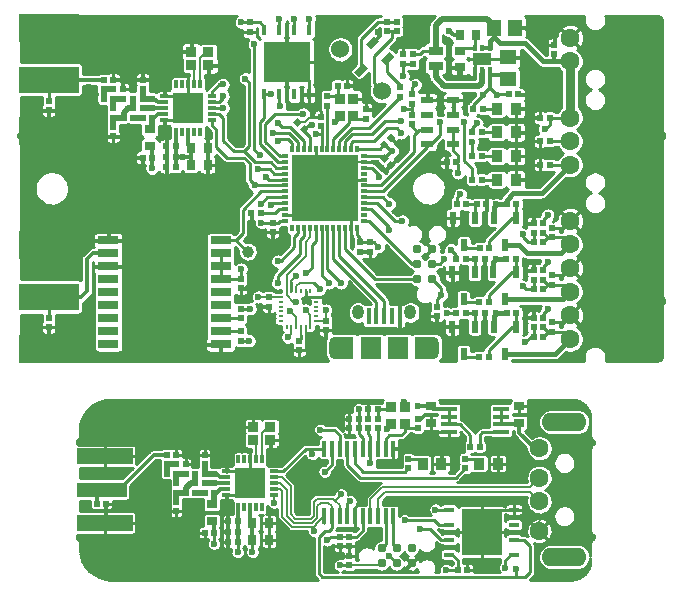
<source format=gtl>
G04 #@! TF.FileFunction,Copper,L1,Top,Signal*
%FSLAX46Y46*%
G04 Gerber Fmt 4.6, Leading zero omitted, Abs format (unit mm)*
G04 Created by KiCad (PCBNEW 4.0.2-4+6225~38~ubuntu14.04.1-stable) date Sun 08 May 2016 20:50:49 BST*
%MOMM*%
G01*
G04 APERTURE LIST*
%ADD10C,0.100000*%
%ADD11R,4.000000X3.400000*%
%ADD12R,0.450000X0.900000*%
%ADD13R,5.080000X2.286000*%
%ADD14R,5.080000X2.413000*%
%ADD15R,0.400000X0.200000*%
%ADD16R,0.200000X0.400000*%
%ADD17C,1.524000*%
%ADD18R,0.520000X0.520000*%
%ADD19C,1.600000*%
%ADD20R,1.150000X1.450000*%
%ADD21R,1.450000X1.150000*%
%ADD22R,0.950000X1.000000*%
%ADD23R,1.600000X1.000000*%
%ADD24R,0.400000X0.500000*%
%ADD25R,1.800000X0.700000*%
%ADD26R,1.800000X0.800000*%
%ADD27R,1.100000X0.600000*%
%ADD28R,0.600000X1.000000*%
%ADD29R,0.750000X0.900000*%
%ADD30R,0.900000X0.750000*%
%ADD31R,0.400000X1.350000*%
%ADD32O,1.000000X1.250000*%
%ADD33R,1.800000X1.900000*%
%ADD34R,1.575000X1.900000*%
%ADD35O,1.000000X1.900000*%
%ADD36R,0.300000X0.550000*%
%ADD37R,0.550000X0.300000*%
%ADD38R,2.000000X2.000000*%
%ADD39R,1.000000X1.000000*%
%ADD40C,0.600000*%
%ADD41R,5.600000X5.600000*%
%ADD42R,0.750000X0.300000*%
%ADD43R,0.300000X0.750000*%
%ADD44R,1.100000X1.100000*%
%ADD45R,2.600000X2.600000*%
%ADD46C,0.787000*%
%ADD47R,0.850000X0.950000*%
%ADD48R,0.950000X0.850000*%
%ADD49R,1.300000X0.750000*%
%ADD50C,1.000000*%
%ADD51R,1.450000X0.450000*%
%ADD52O,3.800000X1.600000*%
%ADD53R,4.200000X1.270000*%
%ADD54R,4.700000X1.350000*%
%ADD55R,3.400000X4.000000*%
%ADD56R,0.900000X0.450000*%
%ADD57C,0.220000*%
%ADD58C,0.280000*%
%ADD59C,0.200000*%
%ADD60C,0.300000*%
%ADD61C,0.260000*%
%ADD62C,0.180000*%
%ADD63C,0.500000*%
%ADD64C,0.400000*%
%ADD65C,0.800000*%
%ADD66C,0.350000*%
%ADD67C,0.348000*%
%ADD68C,0.254000*%
G04 APERTURE END LIST*
D10*
D11*
X127900000Y-54800000D03*
D12*
X125995000Y-57550000D03*
X127265000Y-57550000D03*
X128535000Y-57550000D03*
X129805000Y-57550000D03*
X129805000Y-52050000D03*
X128535000Y-52050000D03*
X127265000Y-52050000D03*
X125995000Y-52050000D03*
D13*
X107750000Y-74700000D03*
D14*
X107750000Y-79081500D03*
X107750000Y-70318500D03*
D13*
X107750000Y-56300000D03*
D14*
X107750000Y-60681500D03*
X107750000Y-51918500D03*
D15*
X127400000Y-74700000D03*
X127400000Y-75100000D03*
X127400000Y-75500000D03*
X127400000Y-75900000D03*
X127400000Y-76300000D03*
X127400000Y-76700000D03*
D16*
X127900000Y-77200000D03*
X128300000Y-77200000D03*
X128700000Y-77200000D03*
X129100000Y-77200000D03*
X129500000Y-77200000D03*
X129900000Y-77200000D03*
D15*
X130400000Y-76700000D03*
X130400000Y-76300000D03*
X130400000Y-75900000D03*
X130400000Y-75500000D03*
X130400000Y-75100000D03*
X130400000Y-74700000D03*
D16*
X129900000Y-74200000D03*
X129500000Y-74200000D03*
X129100000Y-74200000D03*
X128700000Y-74200000D03*
X128300000Y-74200000D03*
X127900000Y-74200000D03*
D17*
X132432233Y-53732233D03*
X135967767Y-57267767D03*
D18*
X118500000Y-63700000D03*
X117700000Y-63700000D03*
X134950000Y-70050000D03*
X134950000Y-70850000D03*
D19*
X151900000Y-63500000D03*
X151900000Y-61500000D03*
X151900000Y-59500000D03*
X151900000Y-54749999D03*
X151900000Y-52749999D03*
D20*
X145450000Y-51900000D03*
X147250000Y-51900000D03*
D21*
X146650000Y-56199999D03*
X146650000Y-54399999D03*
D18*
X148800000Y-77250000D03*
X148800000Y-76450000D03*
X148800000Y-73250000D03*
X148800000Y-72450000D03*
X148800000Y-69250000D03*
X148800000Y-68450000D03*
D22*
X147300000Y-58750000D03*
X145700000Y-58750000D03*
X147300000Y-60750000D03*
X145700000Y-60750000D03*
X147300000Y-62750000D03*
X145700000Y-62750000D03*
X147300000Y-64749999D03*
X145700000Y-64749999D03*
D23*
X144450000Y-54550000D03*
D24*
X145100000Y-53650000D03*
X144450000Y-53650000D03*
X143800000Y-53650000D03*
X143800000Y-55450000D03*
X144450000Y-55450000D03*
X145100000Y-55450000D03*
D25*
X112800000Y-69900000D03*
D26*
X112800000Y-71000000D03*
X112800000Y-72100000D03*
X112800000Y-73200000D03*
X112800000Y-74300000D03*
X112800000Y-75400000D03*
X112800000Y-76500000D03*
X112800000Y-77600000D03*
D25*
X112800000Y-78700000D03*
X122300000Y-69900000D03*
X122300000Y-78700000D03*
D26*
X122300000Y-71000000D03*
X122300000Y-72100000D03*
X122300000Y-73200000D03*
X122300000Y-74300000D03*
X122300000Y-75400000D03*
X122300000Y-76500000D03*
X122300000Y-77600000D03*
D27*
X142000000Y-61775001D03*
X142000000Y-60525001D03*
X142000000Y-59275001D03*
X142000000Y-58025001D03*
X139800000Y-58025001D03*
X139800000Y-59275001D03*
X139800000Y-60525001D03*
X139800000Y-61775001D03*
D19*
X151900001Y-78250000D03*
X151900001Y-76250000D03*
X151900001Y-74250000D03*
X151900001Y-72250000D03*
X151900001Y-70250000D03*
X151900001Y-68250000D03*
D28*
X147320000Y-77200000D03*
X145420000Y-77200000D03*
X146370000Y-79500000D03*
X147300000Y-72599999D03*
X145400000Y-72599999D03*
X146350000Y-74899999D03*
X147350000Y-68000000D03*
X145450000Y-68000000D03*
X146400000Y-70300000D03*
X143820000Y-77200000D03*
X141920000Y-77200000D03*
X142870000Y-79500000D03*
X143820000Y-72600000D03*
X141920000Y-72600000D03*
X142870000Y-74900000D03*
X143850000Y-68000000D03*
X141950000Y-68000000D03*
X142900000Y-70300000D03*
D10*
G36*
X136626345Y-53942894D02*
X137050609Y-54367158D01*
X136343503Y-55074264D01*
X135919239Y-54650000D01*
X136626345Y-53942894D01*
X136626345Y-53942894D01*
G37*
G36*
X135282842Y-52599391D02*
X135707106Y-53023655D01*
X135000000Y-53730761D01*
X134575736Y-53306497D01*
X135282842Y-52599391D01*
X135282842Y-52599391D01*
G37*
G36*
X134328248Y-54897488D02*
X134752512Y-55321752D01*
X134045406Y-56028858D01*
X133621142Y-55604594D01*
X134328248Y-54897488D01*
X134328248Y-54897488D01*
G37*
D18*
X146550000Y-76050000D03*
X147350000Y-76050000D03*
X146500000Y-71450000D03*
X147300000Y-71450000D03*
X146550000Y-66850000D03*
X147350000Y-66850000D03*
X144200000Y-79750000D03*
X145000000Y-79750000D03*
X144200000Y-75150000D03*
X145000000Y-75150000D03*
X144250000Y-70550000D03*
X145050000Y-70550000D03*
D29*
X143950000Y-52550000D03*
X142550000Y-52550000D03*
D18*
X142250000Y-76050000D03*
X143050000Y-76050000D03*
X142250000Y-71450000D03*
X143050000Y-71450000D03*
X142300000Y-66850000D03*
X143100000Y-66850000D03*
D30*
X142550000Y-53850000D03*
X142550000Y-55250000D03*
D18*
X143850000Y-76050000D03*
X144650000Y-76050000D03*
X143850000Y-71450000D03*
X144650000Y-71450000D03*
X144000000Y-66850000D03*
X144800000Y-66850000D03*
X149600001Y-76450000D03*
X149600001Y-77250000D03*
X149600000Y-72449999D03*
X149600000Y-73249999D03*
X149600000Y-68450000D03*
X149600000Y-69250000D03*
X148800000Y-78050000D03*
X149600000Y-78050000D03*
X148800000Y-74050000D03*
X149600000Y-74050000D03*
X148800000Y-70050000D03*
X149600000Y-70050000D03*
X143700000Y-58750000D03*
X144500000Y-58750000D03*
X143600000Y-60750000D03*
X144400000Y-60750000D03*
X143600000Y-62750000D03*
X144400000Y-62750000D03*
X143600001Y-64750000D03*
X144400001Y-64750000D03*
X150150000Y-61499999D03*
X149350000Y-61499999D03*
X137200000Y-52200001D03*
X137200000Y-51400001D03*
X137450000Y-57750000D03*
X137450000Y-56950000D03*
X150550000Y-53349999D03*
X150550000Y-54149999D03*
X149350000Y-59500000D03*
X150150000Y-59500000D03*
X150399999Y-68850000D03*
X150399999Y-69650000D03*
X150400000Y-72850001D03*
X150400000Y-73650001D03*
X150400000Y-76850000D03*
X150400000Y-77650000D03*
X149350000Y-63500000D03*
X150150000Y-63500000D03*
D31*
X136150000Y-76325000D03*
X136800000Y-76325000D03*
X135500000Y-76325000D03*
X134850000Y-76325000D03*
X137450000Y-76325000D03*
D32*
X138375000Y-76000000D03*
X133925000Y-76000000D03*
D33*
X137300000Y-79000000D03*
X135000000Y-79000000D03*
D34*
X139537500Y-79000000D03*
D35*
X140325000Y-79000000D03*
D34*
X132762500Y-79000000D03*
D35*
X131975000Y-79000000D03*
D18*
X124020000Y-73170000D03*
X124020000Y-73970000D03*
D10*
G36*
X135782304Y-62949999D02*
X136150000Y-62582303D01*
X136517696Y-62949999D01*
X136150000Y-63317695D01*
X135782304Y-62949999D01*
X135782304Y-62949999D01*
G37*
G36*
X136347990Y-63515685D02*
X136715686Y-63147989D01*
X137083382Y-63515685D01*
X136715686Y-63883381D01*
X136347990Y-63515685D01*
X136347990Y-63515685D01*
G37*
D18*
X134100000Y-70050000D03*
X134100000Y-70850000D03*
X131200000Y-76700000D03*
X131200000Y-77500000D03*
X126400000Y-74700000D03*
X126400000Y-75500000D03*
X126700000Y-68400000D03*
X126700000Y-69200000D03*
D10*
G36*
X136134314Y-62133382D02*
X135766618Y-61765686D01*
X136134314Y-61397990D01*
X136502010Y-61765686D01*
X136134314Y-62133382D01*
X136134314Y-62133382D01*
G37*
G36*
X136700000Y-61567696D02*
X136332304Y-61200000D01*
X136700000Y-60832304D01*
X137067696Y-61200000D01*
X136700000Y-61567696D01*
X136700000Y-61567696D01*
G37*
D18*
X146700000Y-57550001D03*
X147500000Y-57550001D03*
X128950000Y-78400000D03*
X128950000Y-79200000D03*
X124900000Y-67600000D03*
X125700000Y-67600000D03*
X130800000Y-60250000D03*
X130800000Y-59450000D03*
X134599999Y-58800000D03*
X134599999Y-59600000D03*
X133000000Y-56800000D03*
X132200000Y-56800000D03*
X115700001Y-56300000D03*
X115700001Y-57100000D03*
X115699999Y-58700000D03*
X114899999Y-58700000D03*
X116500000Y-59500000D03*
X115700000Y-59500000D03*
X113200000Y-60300000D03*
X113200000Y-61100000D03*
X114000000Y-57900000D03*
X114000000Y-57100000D03*
X113200000Y-57100000D03*
X113200000Y-56300000D03*
X116500000Y-62900000D03*
X115700000Y-62900000D03*
X140600000Y-75500000D03*
X140600000Y-76300000D03*
D29*
X119800000Y-63500000D03*
X121200000Y-63500000D03*
X119800000Y-62100000D03*
X121200000Y-62100000D03*
D18*
X118500000Y-61900001D03*
X117700000Y-61900001D03*
X118500000Y-62800000D03*
X117700000Y-62800000D03*
X142250000Y-63300000D03*
X141450000Y-63300000D03*
X124000000Y-78400000D03*
X124000000Y-77600000D03*
X124000000Y-75700000D03*
X124000000Y-76500000D03*
D36*
X133850000Y-62125000D03*
X133350000Y-62125000D03*
X132850000Y-62125000D03*
X132350000Y-62125000D03*
X131850000Y-62125000D03*
X131350000Y-62125000D03*
X130850000Y-62125000D03*
X130350000Y-62125000D03*
X129850000Y-62125000D03*
X129350000Y-62125000D03*
X128850000Y-62125000D03*
X128350000Y-62125000D03*
D37*
X127725000Y-62750000D03*
X127725000Y-63250000D03*
X127725000Y-63750000D03*
X127725000Y-64250000D03*
X127725000Y-64750000D03*
X127725000Y-65250000D03*
X127725000Y-65750000D03*
X127725000Y-66250000D03*
X127725000Y-66750000D03*
X127725000Y-67250000D03*
X127725000Y-67750000D03*
X127725000Y-68250000D03*
D36*
X128350000Y-68875000D03*
X128850000Y-68875000D03*
X129350000Y-68875000D03*
X129850000Y-68875000D03*
X130350000Y-68875000D03*
X130850000Y-68875000D03*
X131350000Y-68875000D03*
X131850000Y-68875000D03*
X132350000Y-68875000D03*
X132850000Y-68875000D03*
X133350000Y-68875000D03*
X133850000Y-68875000D03*
D37*
X134475000Y-68250000D03*
X134475000Y-67750000D03*
X134475000Y-67250000D03*
X134475000Y-66750000D03*
X134475000Y-66250000D03*
X134475000Y-65750000D03*
X134475000Y-65250000D03*
X134475000Y-64750000D03*
X134475000Y-64250000D03*
X134475000Y-63750000D03*
X134475000Y-63250000D03*
X134475000Y-62750000D03*
D38*
X132350000Y-64250000D03*
X129850000Y-64250000D03*
X132350000Y-66750000D03*
X129850000Y-66750000D03*
D39*
X132350000Y-64250000D03*
X129850000Y-64250000D03*
X132350000Y-66750000D03*
X129850000Y-66750000D03*
D40*
X133600000Y-63000000D03*
X131100000Y-63000000D03*
X128600000Y-63000000D03*
X133600000Y-65500000D03*
X131100000Y-65500000D03*
X128600000Y-65500000D03*
X133600000Y-68000000D03*
X131100000Y-68000000D03*
X128600000Y-68000000D03*
D41*
X131100000Y-65500000D03*
D42*
X117550000Y-57699999D03*
X117550000Y-58199999D03*
X117550000Y-58699999D03*
X117550000Y-59199999D03*
X117550000Y-59699999D03*
D43*
X118550000Y-60699999D03*
X119050000Y-60699999D03*
X119550000Y-60699999D03*
X120050000Y-60699999D03*
X120550000Y-60699999D03*
D42*
X121550000Y-59699999D03*
X121550000Y-59199999D03*
X121550000Y-58699999D03*
X121550000Y-58199999D03*
X121550000Y-57699999D03*
D43*
X120550000Y-56699999D03*
X120050000Y-56699999D03*
X119550000Y-56699999D03*
X119050000Y-56699999D03*
X118550000Y-56699999D03*
D44*
X118900000Y-58049999D03*
X118900000Y-59349999D03*
X120200000Y-58049999D03*
X120200000Y-59349999D03*
D45*
X119550000Y-58699999D03*
D18*
X116500001Y-58700000D03*
X116500001Y-57900000D03*
X115700001Y-57899998D03*
X114900001Y-57899998D03*
X113200000Y-59500000D03*
X113200000Y-58700000D03*
X113199999Y-57900000D03*
X112399999Y-57900000D03*
X114900000Y-59499999D03*
X114100000Y-59499999D03*
D30*
X116300001Y-60499999D03*
X116300001Y-61899999D03*
D46*
X140240000Y-73170000D03*
X138970000Y-73170000D03*
X140240000Y-71900000D03*
X138970000Y-71900000D03*
X140240000Y-70630000D03*
X138970000Y-70630000D03*
D18*
X131300000Y-57699999D03*
X131300000Y-58499999D03*
X112400000Y-57100000D03*
X112400000Y-56300000D03*
X138500000Y-58350000D03*
X138500000Y-57550000D03*
X138500000Y-59250000D03*
X138500000Y-60050000D03*
D47*
X133525000Y-59375000D03*
X133525000Y-57925000D03*
X132375000Y-57925000D03*
X132375000Y-59375000D03*
D48*
X121275000Y-53925001D03*
X119825000Y-53925001D03*
X119825000Y-55075001D03*
X121275000Y-55075001D03*
D18*
X138600000Y-54150000D03*
X138600000Y-54950000D03*
X137750000Y-54950000D03*
X137750000Y-54150000D03*
X136400000Y-52200000D03*
X136400000Y-51400000D03*
X124750001Y-51450000D03*
X124750001Y-52250000D03*
X107750000Y-77250000D03*
X107750000Y-76450000D03*
X107750000Y-58100000D03*
X107750000Y-58900000D03*
D10*
G36*
X129750539Y-60482844D02*
X129382843Y-60850540D01*
X129015147Y-60482844D01*
X129382843Y-60115148D01*
X129750539Y-60482844D01*
X129750539Y-60482844D01*
G37*
G36*
X129184853Y-59917158D02*
X128817157Y-60284854D01*
X128449461Y-59917158D01*
X128817157Y-59549462D01*
X129184853Y-59917158D01*
X129184853Y-59917158D01*
G37*
D49*
X140500000Y-53825000D03*
X140500000Y-55175000D03*
D50*
X124600000Y-70850000D03*
D31*
X136925000Y-87525000D03*
X136275000Y-87525000D03*
X135625000Y-87525000D03*
X134975000Y-87525000D03*
X134325000Y-87525000D03*
X133675000Y-87525000D03*
X133025000Y-87525000D03*
X132375000Y-87525000D03*
X131725000Y-87525000D03*
X131075000Y-87525000D03*
X131075000Y-93275000D03*
X131725000Y-93275000D03*
X132375000Y-93275000D03*
X133025000Y-93275000D03*
X133675000Y-93275000D03*
X134325000Y-93275000D03*
X134975000Y-93275000D03*
X135625000Y-93275000D03*
X136275000Y-93275000D03*
X136925000Y-93275000D03*
D51*
X141650000Y-84175000D03*
X141650000Y-84825000D03*
X141650000Y-85475000D03*
X141650000Y-86125000D03*
X146050000Y-86125000D03*
X146050000Y-85475000D03*
X146050000Y-84825000D03*
X146050000Y-84175000D03*
D42*
X122800000Y-89450000D03*
X122800000Y-89950000D03*
X122800000Y-90450000D03*
X122800000Y-90950000D03*
X122800000Y-91450000D03*
D43*
X123800000Y-92450000D03*
X124300000Y-92450000D03*
X124800000Y-92450000D03*
X125300000Y-92450000D03*
X125800000Y-92450000D03*
D42*
X126800000Y-91450000D03*
X126800000Y-90950000D03*
X126800000Y-90450000D03*
X126800000Y-89950000D03*
X126800000Y-89450000D03*
D43*
X125800000Y-88450000D03*
X125300000Y-88450000D03*
X124800000Y-88450000D03*
X124300000Y-88450000D03*
X123800000Y-88450000D03*
D44*
X124150000Y-89800000D03*
X124150000Y-91100000D03*
X125450000Y-89800000D03*
X125450000Y-91100000D03*
D45*
X124800000Y-90450000D03*
D52*
X151400000Y-96700000D03*
X151400000Y-85300000D03*
D19*
X149300000Y-92000000D03*
X149300000Y-90000000D03*
X149300000Y-87500000D03*
X149300000Y-94500000D03*
D53*
X112250000Y-91000000D03*
D54*
X112500000Y-88175000D03*
X112500000Y-93825000D03*
D18*
X120950000Y-88050000D03*
X120950000Y-88850000D03*
X143450000Y-87400000D03*
X144250000Y-87400000D03*
X120950000Y-90450000D03*
X120150000Y-90450000D03*
X121750000Y-91250001D03*
X120950000Y-91250001D03*
D30*
X147600000Y-85350000D03*
X147600000Y-83950000D03*
X140100000Y-83950000D03*
X140100000Y-85350000D03*
D18*
X118550000Y-92050000D03*
X118550000Y-92850000D03*
X119350000Y-89650001D03*
X119350000Y-88850001D03*
X118550000Y-88850001D03*
X118550000Y-88050001D03*
X121750000Y-94650000D03*
X120950000Y-94650000D03*
D29*
X125000000Y-95250000D03*
X126400000Y-95250000D03*
X125000000Y-93850000D03*
X126400000Y-93850000D03*
D18*
X123750000Y-95450000D03*
X122950000Y-95450000D03*
X123750000Y-93650000D03*
X122950000Y-93650000D03*
X123750000Y-94550000D03*
X122950000Y-94550000D03*
X142400000Y-97800000D03*
X143200000Y-97800000D03*
X139000000Y-85000000D03*
X139000000Y-85800000D03*
X134800000Y-84200000D03*
X135600000Y-84200000D03*
X134000000Y-85800000D03*
X133200000Y-85800000D03*
X133200000Y-95000000D03*
X133200000Y-95800000D03*
X134000000Y-85000000D03*
X133200000Y-85000000D03*
X132400000Y-95000000D03*
X132400000Y-95800000D03*
X133200000Y-97400000D03*
X133200000Y-96600000D03*
X134800000Y-85800000D03*
X134800000Y-85000000D03*
X111800000Y-92200000D03*
X112600000Y-92200000D03*
X121750000Y-90450000D03*
X121750000Y-89650000D03*
X120950000Y-89650000D03*
X120150000Y-89650000D03*
X118550000Y-91250000D03*
X118550000Y-90450000D03*
X118550000Y-89650000D03*
X117750000Y-89650000D03*
X120150000Y-91250000D03*
X119350000Y-91250000D03*
D30*
X121550000Y-92250000D03*
X121550000Y-93650000D03*
D46*
X135930000Y-97240000D03*
X135930000Y-95970000D03*
X137200000Y-97240000D03*
X137200000Y-95970000D03*
X138470000Y-97240000D03*
X138470000Y-95970000D03*
D18*
X117750000Y-88850000D03*
X117750000Y-88050000D03*
X135600000Y-85000000D03*
X135600000Y-85800000D03*
D48*
X126525000Y-85675000D03*
X125075000Y-85675000D03*
X125075000Y-86825000D03*
X126525000Y-86825000D03*
D47*
X137875000Y-85475000D03*
X137875000Y-84025000D03*
X136725000Y-84025000D03*
X136725000Y-85475000D03*
D22*
X141000000Y-88800000D03*
X139400000Y-88800000D03*
X145800000Y-88800000D03*
X144200000Y-88800000D03*
D18*
X138200000Y-89200000D03*
X138200000Y-88400000D03*
X143000000Y-89200000D03*
X143000000Y-88400000D03*
D55*
X144400000Y-94600000D03*
D56*
X147150000Y-96505000D03*
X147150000Y-95235000D03*
X147150000Y-93965000D03*
X147150000Y-92695000D03*
X141650000Y-92695000D03*
X141650000Y-93965000D03*
X141650000Y-95235000D03*
X141650000Y-96505000D03*
D40*
X124050000Y-51450000D03*
X124020000Y-72320000D03*
X136850000Y-62350000D03*
X130000000Y-60100000D03*
X125750000Y-68400000D03*
X125500001Y-74700000D03*
X141650000Y-52150000D03*
X116500001Y-63800000D03*
X135650000Y-70450001D03*
X131200000Y-75800000D03*
X128000001Y-78100000D03*
X141000000Y-74500000D03*
X137800000Y-58800000D03*
X119150000Y-62800000D03*
X145700001Y-57600000D03*
X144499999Y-57600000D03*
X142400000Y-64200000D03*
X150000000Y-67750000D03*
X150000000Y-71750000D03*
X150000000Y-75750000D03*
X141400000Y-97800000D03*
X121750000Y-95600000D03*
X123750000Y-96300000D03*
X125000000Y-96300000D03*
X131350000Y-95300000D03*
X134000000Y-84200000D03*
X139050000Y-83950000D03*
X132400000Y-97400000D03*
X130800000Y-56699999D03*
X129299999Y-55850000D03*
X126500000Y-53749999D03*
X106299999Y-53920000D03*
X109300000Y-53900000D03*
X106300000Y-58420000D03*
X109300000Y-58400000D03*
X106299999Y-62620000D03*
X109300000Y-62600000D03*
X106299999Y-68220000D03*
X109300000Y-68200000D03*
X106300000Y-72320000D03*
X109300000Y-72300000D03*
X106299999Y-76920000D03*
X109300000Y-76900000D03*
X117250000Y-56450000D03*
X131300000Y-74700000D03*
X117550000Y-60750000D03*
X115200000Y-60400000D03*
X114100000Y-60400000D03*
X134600000Y-57850000D03*
X142550000Y-55700000D03*
X148550000Y-51950000D03*
X148000000Y-54500000D03*
X150500000Y-56550000D03*
X148650000Y-58450000D03*
X148650000Y-62550000D03*
X144700000Y-61650000D03*
X140900000Y-57650000D03*
X133400000Y-52450000D03*
X134450000Y-56800000D03*
X156250000Y-53200000D03*
X158700000Y-55700000D03*
X156200000Y-58200000D03*
X158750000Y-60700000D03*
X156200000Y-63200000D03*
X158750000Y-65700000D03*
X156200000Y-68250000D03*
X158700000Y-70750000D03*
X156200000Y-73250000D03*
X158700000Y-75750000D03*
X156250000Y-78200000D03*
X139600000Y-68900000D03*
X130850000Y-79700000D03*
X126400000Y-76550000D03*
X126100000Y-71650000D03*
X125000000Y-73350000D03*
X123700000Y-60300000D03*
X123750000Y-54650000D03*
X122500000Y-54000000D03*
X123700000Y-52550000D03*
X122100000Y-52550000D03*
X120500000Y-52550000D03*
X118500000Y-54850000D03*
X118950000Y-52500000D03*
X117450000Y-52499999D03*
X116099999Y-52500000D03*
X116600000Y-54800000D03*
X114800000Y-54850000D03*
X114550000Y-52550000D03*
X112950000Y-52550000D03*
X113000000Y-54800000D03*
X111200001Y-55550000D03*
X111150000Y-54600000D03*
X111150000Y-52500000D03*
X111200000Y-56950000D03*
X111200000Y-57850000D03*
X111250000Y-59400000D03*
X111250000Y-60700000D03*
X111300000Y-62300000D03*
X113200000Y-62050000D03*
X114800000Y-62900000D03*
X113200000Y-64000000D03*
X111150000Y-63950000D03*
X111150000Y-66000000D03*
X112800000Y-65999999D03*
X114500000Y-66050000D03*
X122299999Y-64600000D03*
X120500000Y-64600000D03*
X115400000Y-64650000D03*
X116000000Y-66000000D03*
X117700000Y-64600000D03*
X117400000Y-66050000D03*
X118900000Y-66050000D03*
X120500000Y-66050000D03*
X123800000Y-66000000D03*
X122000000Y-66000000D03*
X122500000Y-67800000D03*
X114900000Y-79300000D03*
X114900000Y-76850000D03*
X114900000Y-74300000D03*
X114900000Y-71850000D03*
X117450000Y-71850001D03*
X117450000Y-74300000D03*
X117450001Y-76850000D03*
X117450000Y-79300000D03*
X119900001Y-79300000D03*
X119900000Y-76850000D03*
X119900000Y-74300000D03*
X119900000Y-71850000D03*
X119900000Y-69300000D03*
X117450000Y-69300000D03*
X114900000Y-69300000D03*
X110800000Y-70600000D03*
X111250000Y-75100001D03*
X110200000Y-72950000D03*
X113340000Y-69900000D03*
X113340000Y-72100000D03*
X112245000Y-69900000D03*
X112245000Y-72095000D03*
X107770000Y-78420000D03*
X107770000Y-69670000D03*
X109870000Y-79820000D03*
X109870000Y-78420000D03*
X108870000Y-78420000D03*
X108870000Y-79820000D03*
X107770000Y-79820000D03*
X106770000Y-79820000D03*
X106770000Y-78420000D03*
X105670000Y-78420000D03*
X105670000Y-79820000D03*
X109870001Y-71020000D03*
X109870000Y-69620000D03*
X108870000Y-69620000D03*
X108870000Y-71020000D03*
X107769999Y-71020000D03*
X106770001Y-71020000D03*
X106770000Y-69620000D03*
X105670001Y-69620000D03*
X105670000Y-71020000D03*
X108820000Y-51220000D03*
X106720000Y-51220000D03*
X107720000Y-51220000D03*
X109820000Y-51220000D03*
X109820000Y-52620000D03*
X108820000Y-52620000D03*
X107720000Y-52620000D03*
X106720000Y-52620000D03*
X105620000Y-52620000D03*
X105620000Y-51220000D03*
X109820000Y-61420000D03*
X109820000Y-60020000D03*
X107720000Y-61420000D03*
X107720000Y-60019999D03*
X108820000Y-61419999D03*
X108820000Y-60020000D03*
X106720000Y-61420000D03*
X106720000Y-60020000D03*
X105620000Y-61420000D03*
X105620000Y-60020000D03*
X125750000Y-69400000D03*
X135850000Y-72050000D03*
X119550000Y-58650000D03*
X120150000Y-59550000D03*
X120150000Y-57850000D03*
X118750000Y-57850000D03*
X118800000Y-59550000D03*
X144250000Y-65800000D03*
X137750000Y-53200000D03*
X135650000Y-52250000D03*
X143390000Y-57620000D03*
X144450000Y-54550000D03*
X148150000Y-71700000D03*
X148099999Y-75650000D03*
X131950000Y-59850000D03*
X137550000Y-72050000D03*
X142850000Y-69150000D03*
X142850000Y-78350000D03*
X142850000Y-73750000D03*
X144100000Y-97800000D03*
X145500000Y-93200000D03*
X143300000Y-96100000D03*
X144400000Y-94600000D03*
X116650000Y-89600000D03*
X148800000Y-83950000D03*
X143800000Y-85100000D03*
X136900000Y-88800000D03*
X140100000Y-86250000D03*
X141650000Y-87000000D03*
X142100000Y-88800000D03*
X147300000Y-88800000D03*
X151000000Y-91000000D03*
X139300000Y-96600000D03*
X131800000Y-96600000D03*
X129150000Y-84300000D03*
X127500000Y-84300000D03*
X126000000Y-84250000D03*
X124500000Y-84300000D03*
X123950000Y-85700000D03*
X122800000Y-88700000D03*
X123950000Y-87400000D03*
X129150000Y-86550000D03*
X127300000Y-87550000D03*
X129150000Y-89600000D03*
X129200000Y-95750000D03*
X129200000Y-97800000D03*
X127500000Y-97800000D03*
X126400000Y-96300000D03*
X126000000Y-98000000D03*
X124250000Y-97750000D03*
X121600000Y-97750000D03*
X121550000Y-84300000D03*
X120000000Y-84250000D03*
X118250000Y-84300000D03*
X116650000Y-84300000D03*
X113750000Y-83750000D03*
X110750000Y-86500000D03*
X113750000Y-86500000D03*
X122000000Y-86000000D03*
X119000000Y-86000000D03*
X120950000Y-87300000D03*
X119350000Y-88050000D03*
X116650000Y-86400000D03*
X116950000Y-87350000D03*
X115400000Y-88200000D03*
X116950000Y-88750000D03*
X114300000Y-88200000D03*
X116650000Y-97750000D03*
X118250000Y-97750000D03*
X120000000Y-98000000D03*
X120250000Y-96500000D03*
X120150000Y-94650000D03*
X118500000Y-95500000D03*
X118550000Y-93650000D03*
X116500000Y-94000000D03*
X116650000Y-92400000D03*
X115350000Y-90450000D03*
X113800000Y-89600000D03*
X110700000Y-89600000D03*
X110700000Y-92400000D03*
X113800000Y-92400000D03*
X113750000Y-98250000D03*
X110750000Y-95500000D03*
X113750000Y-95500000D03*
X122800000Y-92500000D03*
X122850000Y-96300000D03*
X110700000Y-93900000D03*
X111900000Y-93900000D03*
X114300000Y-93900000D03*
X113100000Y-93900000D03*
X113100000Y-88200000D03*
X111900000Y-88200000D03*
X110700000Y-88200000D03*
X125400000Y-91150000D03*
X125400000Y-89800000D03*
X124150000Y-91150000D03*
X124150000Y-89800000D03*
X136400000Y-85850000D03*
X137850000Y-83550000D03*
X134300000Y-90700000D03*
X130400000Y-60900000D03*
X141250000Y-71500000D03*
X136600000Y-96600000D03*
X134975000Y-88775000D03*
X144000000Y-60000000D03*
X149750000Y-60500001D03*
X127150000Y-59950000D03*
X148100000Y-78500000D03*
X126750000Y-60800000D03*
X147900000Y-73800000D03*
X127200001Y-61500000D03*
X147900001Y-69400000D03*
X143600000Y-61600000D03*
X137600000Y-60800000D03*
X137600000Y-59800000D03*
X142950000Y-59850000D03*
X129500000Y-75800000D03*
X127150000Y-71650000D03*
X136600000Y-69000000D03*
X141450000Y-76050000D03*
X137700000Y-68250000D03*
X141800000Y-70700000D03*
X136600000Y-66799999D03*
X142600001Y-66000000D03*
X140900000Y-59900001D03*
X138800000Y-56700000D03*
X145650000Y-66850000D03*
X145650000Y-71450000D03*
X145650000Y-76050000D03*
X124700000Y-78400000D03*
X132500000Y-73500000D03*
X124800000Y-75700000D03*
X131500000Y-73500000D03*
X128200000Y-75850000D03*
X127150000Y-73500000D03*
X135700000Y-64500000D03*
X130700000Y-74000000D03*
X128700000Y-72950000D03*
X126600000Y-66900000D03*
X128650000Y-75100001D03*
X129550000Y-72699999D03*
X122500000Y-56700000D03*
X126550000Y-57550000D03*
X124400000Y-56200000D03*
X128535000Y-51165000D03*
X137900000Y-93600000D03*
X130209981Y-94490019D03*
X127300000Y-58500000D03*
X122500000Y-58700000D03*
X125450000Y-63900000D03*
X147300000Y-97750000D03*
X129800000Y-51150000D03*
X122500000Y-57700000D03*
X126150000Y-64500000D03*
X140495000Y-92695000D03*
X132500000Y-91400000D03*
X125200000Y-65250000D03*
X131100000Y-89500000D03*
X126800000Y-92100000D03*
X137750000Y-56000000D03*
X129300000Y-59200000D03*
X125600000Y-62700000D03*
X125150000Y-53280000D03*
X127265000Y-51165000D03*
X125700000Y-66799999D03*
X139200000Y-94300000D03*
X133300000Y-92000000D03*
X146400000Y-97600000D03*
X130740000Y-85940000D03*
X130050000Y-88000000D03*
D57*
X125995000Y-51845000D02*
X125600000Y-51450000D01*
X125600000Y-51450000D02*
X124750000Y-51450000D01*
X125995000Y-52050000D02*
X125995000Y-51845000D01*
X124750000Y-51450000D02*
X124050000Y-51450000D01*
D58*
X122300000Y-72100000D02*
X122300000Y-73200000D01*
X124020000Y-73170000D02*
X124020000Y-72320000D01*
X122300000Y-73200000D02*
X123990000Y-73200000D01*
X123990000Y-73200000D02*
X124020000Y-73170000D01*
X122300000Y-71000000D02*
X122300000Y-73200000D01*
X136134314Y-61765686D02*
X136718628Y-62350000D01*
X136718628Y-62350000D02*
X136850000Y-62350000D01*
X136150000Y-62950000D02*
X136750000Y-62350000D01*
X136750000Y-62350000D02*
X136850000Y-62350000D01*
D57*
X126700000Y-68400000D02*
X125750000Y-68400000D01*
X133850000Y-69450000D02*
X134100000Y-69700000D01*
X134100000Y-69700000D02*
X134100000Y-70049999D01*
X133850000Y-68875000D02*
X133850000Y-69450000D01*
X134950000Y-70050000D02*
X134100000Y-70049999D01*
X135650000Y-70450001D02*
X135250000Y-70050000D01*
X135250000Y-70050000D02*
X134950000Y-70050000D01*
X135950000Y-62749999D02*
X136150000Y-62950000D01*
X134475000Y-62750000D02*
X135950000Y-62749999D01*
X133850000Y-62125000D02*
X135775000Y-62125000D01*
X135775000Y-62125000D02*
X136134314Y-61765686D01*
X136134314Y-62765686D02*
X136100000Y-62800000D01*
X130000000Y-60100000D02*
X129765686Y-60100000D01*
X129765686Y-60100000D02*
X129382843Y-60482843D01*
X129850000Y-61150000D02*
X129382843Y-60682843D01*
X129382843Y-60682843D02*
X129382843Y-60482843D01*
X129850000Y-62125000D02*
X129850000Y-61150000D01*
X127350000Y-68250000D02*
X127200000Y-68400000D01*
X127200000Y-68400000D02*
X126700000Y-68400000D01*
X127725000Y-68250000D02*
X127350000Y-68250000D01*
D59*
X126400000Y-74700000D02*
X125500001Y-74700000D01*
X127400000Y-74699999D02*
X126400000Y-74700000D01*
X131200000Y-76700000D02*
X131200000Y-75800000D01*
X130400000Y-76700000D02*
X131200000Y-76700000D01*
D60*
X142550000Y-52550000D02*
X142050000Y-52550000D01*
X142050000Y-52550000D02*
X141650000Y-52150000D01*
X116500000Y-62899999D02*
X116500001Y-63800000D01*
D57*
X142375000Y-60525000D02*
X142000000Y-60525000D01*
X142400000Y-64200000D02*
X142400000Y-63450000D01*
X142400000Y-63450000D02*
X142250000Y-63300000D01*
X146700000Y-57550000D02*
X145750000Y-57550001D01*
X145750000Y-57550001D02*
X145700001Y-57600000D01*
D61*
X140600000Y-75499999D02*
X140600000Y-74900000D01*
X140600000Y-74900000D02*
X141000000Y-74500000D01*
D59*
X128000001Y-78100000D02*
X128300001Y-77800000D01*
X128300000Y-77199999D02*
X128300001Y-77800000D01*
D57*
X141000000Y-73930000D02*
X141000000Y-74500000D01*
X140240000Y-73170000D02*
X141000000Y-73930000D01*
X142400000Y-62700000D02*
X142000000Y-62300000D01*
X142000000Y-62300000D02*
X142000000Y-61775000D01*
X142400000Y-63300000D02*
X142400000Y-62700000D01*
X137950000Y-58800000D02*
X137800000Y-58800000D01*
X138500000Y-58800000D02*
X138500000Y-58350000D01*
X138500000Y-58800000D02*
X137950000Y-58800000D01*
X138500000Y-59250000D02*
X138500000Y-58800000D01*
D60*
X119150000Y-62800000D02*
X118500000Y-62800000D01*
X119800000Y-62800000D02*
X119150000Y-62800000D01*
X119800000Y-62800000D02*
X119799999Y-62100000D01*
X119800000Y-63500000D02*
X119800000Y-62800000D01*
X118500000Y-62800000D02*
X118500000Y-63700000D01*
X118500000Y-61900000D02*
X118500000Y-62800000D01*
X118550000Y-60699999D02*
X118550000Y-61850000D01*
X118550000Y-61850000D02*
X118500000Y-61900000D01*
X119550000Y-60699999D02*
X119550000Y-61850000D01*
X119550000Y-61850000D02*
X119799999Y-62100000D01*
X116499999Y-62900000D02*
X116500000Y-62099999D01*
X116500000Y-62099999D02*
X116300003Y-61900000D01*
X145100000Y-55450000D02*
X145100000Y-55900000D01*
X145100000Y-55900000D02*
X145100000Y-56999999D01*
D57*
X146650001Y-56200000D02*
X146350000Y-55899999D01*
D60*
X146350000Y-55899999D02*
X145100000Y-55900000D01*
D57*
X146650000Y-56650001D02*
X146650001Y-56200000D01*
X143700000Y-58750000D02*
X143700000Y-58399999D01*
X143700000Y-58399999D02*
X144499999Y-57600000D01*
D60*
X145100000Y-56999999D02*
X145700001Y-57600000D01*
X145100000Y-56999999D02*
X144499999Y-57600000D01*
D57*
X142000000Y-60525000D02*
X142000000Y-61775000D01*
X143700000Y-58750000D02*
X143700000Y-58800000D01*
X146800001Y-56200000D02*
X146650001Y-56200000D01*
X149600001Y-68150000D02*
X150000000Y-67750000D01*
X149600000Y-68450001D02*
X149600001Y-68150000D01*
X149600000Y-72150001D02*
X150000000Y-71750000D01*
X149600000Y-72450000D02*
X149600000Y-72150001D01*
X149600000Y-76150000D02*
X150000000Y-75750000D01*
X149600000Y-76450000D02*
X149600000Y-76150000D01*
X146650001Y-56200000D02*
X146200000Y-55749999D01*
X141905000Y-96505000D02*
X142400000Y-97000000D01*
X142400000Y-97000000D02*
X142400000Y-97800000D01*
X141650000Y-96505000D02*
X141905000Y-96505000D01*
X142400000Y-97800000D02*
X141400000Y-97800000D01*
D58*
X141650000Y-84825000D02*
X141650000Y-84175000D01*
X141650000Y-85475000D02*
X141650000Y-84825000D01*
D57*
X121750000Y-95450000D02*
X121750000Y-95600000D01*
X121750000Y-94650000D02*
X121750000Y-95450000D01*
X123750000Y-95450000D02*
X123750000Y-96300000D01*
X125000000Y-95250000D02*
X125000000Y-96300000D01*
X131650000Y-95000000D02*
X131350000Y-95300000D01*
X132400000Y-95000000D02*
X131650000Y-95000000D01*
X133800000Y-95000000D02*
X134325000Y-94475000D01*
X134325000Y-94475000D02*
X134325000Y-93275000D01*
X133200000Y-95000000D02*
X133800000Y-95000000D01*
X134000000Y-85000000D02*
X134000000Y-84200000D01*
X134000000Y-85800000D02*
X134000000Y-86300000D01*
X134000000Y-86300000D02*
X134325000Y-86625000D01*
X134325000Y-86625000D02*
X134325000Y-87525000D01*
X143450000Y-86350000D02*
X142575000Y-85475000D01*
X142575000Y-85475000D02*
X141650000Y-85475000D01*
X143450000Y-87400000D02*
X143450000Y-86350000D01*
D60*
X140100000Y-83950000D02*
X139050000Y-83950000D01*
X141650000Y-84175000D02*
X140325000Y-84175000D01*
X140325000Y-84175000D02*
X140100000Y-83950000D01*
D57*
X132500000Y-97400000D02*
X132400000Y-97400000D01*
X133200000Y-97400000D02*
X132500000Y-97400000D01*
D59*
X133200000Y-95000000D02*
X133125000Y-94925000D01*
X132400000Y-95000000D02*
X133200000Y-95000000D01*
X133200000Y-97400000D02*
X135770000Y-97400000D01*
X135770000Y-97400000D02*
X135930000Y-97240000D01*
D57*
X134000000Y-85800000D02*
X134000000Y-85000000D01*
D60*
X125000000Y-95250000D02*
X125000000Y-93850000D01*
X124800000Y-92450000D02*
X124800000Y-93650000D01*
X124800000Y-93650000D02*
X125000000Y-93850000D01*
X123750000Y-94550000D02*
X123750000Y-95450000D01*
X123750000Y-93650000D02*
X123750000Y-94550000D01*
X123800000Y-92450000D02*
X123800000Y-93600000D01*
X123800000Y-93600000D02*
X123750000Y-93650000D01*
X121750000Y-94650000D02*
X121750000Y-93850000D01*
X121750000Y-93850000D02*
X121550000Y-93650000D01*
D57*
X130600000Y-58750000D02*
X130800000Y-58950001D01*
X130800000Y-58950001D02*
X130800000Y-59450000D01*
X130100000Y-58750000D02*
X130600000Y-58750000D01*
X129805000Y-58455000D02*
X130100000Y-58750000D01*
X129805000Y-57550000D02*
X129805000Y-58455000D01*
X130549999Y-56950000D02*
X130800000Y-56699999D01*
X130550000Y-57500000D02*
X130549999Y-56950000D01*
X130500000Y-57550000D02*
X130550000Y-57500000D01*
X129805000Y-57550000D02*
X130500000Y-57550000D01*
X126500000Y-53749999D02*
X127200000Y-53750000D01*
X127200000Y-53750000D02*
X129299999Y-55850000D01*
X129805000Y-57550000D02*
X129805000Y-56355000D01*
X129805000Y-56355000D02*
X129299999Y-55850000D01*
X128100000Y-54800000D02*
X127900000Y-54800000D01*
X129800000Y-56650000D02*
X129800000Y-56500000D01*
X129805000Y-56655000D02*
X129800000Y-56650000D01*
X129805000Y-57550000D02*
X129805000Y-56655000D01*
X129805000Y-57550000D02*
X129805000Y-58095000D01*
X139600000Y-68900000D02*
X140500000Y-68000000D01*
X140500000Y-68000000D02*
X140600001Y-68000000D01*
X117700000Y-61900000D02*
X117700000Y-60900000D01*
X117700000Y-60900000D02*
X117550000Y-60750000D01*
X117550000Y-59699999D02*
X117550000Y-60750000D01*
X134599999Y-58800001D02*
X134599999Y-57850001D01*
X134599999Y-57850001D02*
X134600000Y-57850000D01*
X142550000Y-55250000D02*
X142550000Y-55700000D01*
X147250000Y-51900000D02*
X148500000Y-51900000D01*
X148500000Y-51900000D02*
X148550000Y-51950000D01*
X147300000Y-58750000D02*
X148350000Y-58750000D01*
X148350000Y-58750000D02*
X148650000Y-58450000D01*
X147300000Y-62749999D02*
X148450000Y-62750000D01*
X148450000Y-62750000D02*
X148650000Y-62550000D01*
X147300000Y-61750001D02*
X144800000Y-61750001D01*
X144800000Y-61750001D02*
X144700000Y-61650000D01*
X147300000Y-62749999D02*
X147300000Y-61750001D01*
X139800000Y-58025000D02*
X140525000Y-58024999D01*
X140525000Y-58024999D02*
X140900000Y-57650000D01*
X133000000Y-56800000D02*
X134450000Y-56800000D01*
X141950000Y-68000000D02*
X140600001Y-68000000D01*
X128950000Y-79199999D02*
X130350000Y-79200000D01*
X130350000Y-79200000D02*
X130850000Y-79700000D01*
X126400000Y-75500000D02*
X126400000Y-76550000D01*
X124020001Y-73970000D02*
X124380000Y-73970000D01*
X124380000Y-73970000D02*
X125000000Y-73350000D01*
X123750000Y-54650000D02*
X123750000Y-60250000D01*
X123750000Y-60250000D02*
X123700000Y-60300000D01*
X114800000Y-54800000D02*
X114800000Y-54850000D01*
X113000000Y-54800000D02*
X112950000Y-54750000D01*
X111150000Y-55500000D02*
X111200001Y-55550000D01*
X111030000Y-52620000D02*
X111150000Y-52500000D01*
X111250000Y-57900000D02*
X111200000Y-57850000D01*
X111300000Y-60750000D02*
X111250000Y-60700000D01*
X113150000Y-63950000D02*
X113200000Y-64000000D01*
X114549999Y-66000000D02*
X114500000Y-66050000D01*
X113340000Y-69900000D02*
X112800000Y-69900000D01*
X112245000Y-69900000D02*
X112800000Y-69900000D01*
X113340000Y-72100000D02*
X112800000Y-72100000D01*
X112245000Y-72095000D02*
X112795000Y-72095000D01*
X112795000Y-72095000D02*
X112800000Y-72100000D01*
X107770000Y-78420000D02*
X107770000Y-79061500D01*
X107770000Y-79061500D02*
X107750000Y-79081500D01*
X107770000Y-69670000D02*
X107770000Y-70298500D01*
X107770000Y-70298500D02*
X107750000Y-70318500D01*
X108870000Y-69620000D02*
X109870000Y-69620000D01*
X107770000Y-69670000D02*
X108820000Y-69670000D01*
X108820000Y-69670000D02*
X108870000Y-69620000D01*
X106770000Y-69620000D02*
X107720001Y-69620000D01*
X107720001Y-69620000D02*
X107770000Y-69670000D01*
X105670001Y-69620000D02*
X106770000Y-69620000D01*
X105670000Y-71020000D02*
X105670001Y-69620000D01*
X106770001Y-71020000D02*
X105670000Y-71020000D01*
X107769999Y-71020000D02*
X106770001Y-71020000D01*
X108870000Y-71020000D02*
X107769999Y-71020000D01*
X109870001Y-71020000D02*
X108870000Y-71020000D01*
X108870000Y-79820000D02*
X109870000Y-79820000D01*
X107770000Y-79820000D02*
X108870000Y-79820000D01*
X106770000Y-79820000D02*
X107770000Y-79820000D01*
X105670000Y-79820000D02*
X106770000Y-79820000D01*
X105670000Y-78420000D02*
X105670000Y-79820000D01*
X106770000Y-78420000D02*
X105670000Y-78420000D01*
X107770000Y-78420000D02*
X106770000Y-78420000D01*
X108870000Y-78420000D02*
X107770000Y-78420000D01*
X109870000Y-78420000D02*
X108870000Y-78420000D01*
X107720000Y-61420000D02*
X107720000Y-60711500D01*
X107720000Y-60711500D02*
X107750000Y-60681500D01*
X108720000Y-61420000D02*
X109820000Y-61420000D01*
X107720000Y-61420000D02*
X108720000Y-61420000D01*
X106720000Y-61420000D02*
X107720000Y-61420000D01*
X105620000Y-61420000D02*
X106720000Y-61420000D01*
X105620000Y-60020000D02*
X105620000Y-61420000D01*
X106720000Y-60020000D02*
X105620000Y-60020000D01*
X107720000Y-60019999D02*
X106720000Y-60020000D01*
X108720000Y-60020000D02*
X107720000Y-60019999D01*
X109820000Y-60020000D02*
X108720000Y-60020000D01*
X107720000Y-52620000D02*
X107720000Y-51948500D01*
X107720000Y-51948500D02*
X107750000Y-51918500D01*
X108720000Y-52620000D02*
X109820000Y-52620000D01*
X107720000Y-52620000D02*
X108720000Y-52620000D01*
X106720000Y-52620000D02*
X107720000Y-52620000D01*
X105620000Y-52620000D02*
X106720000Y-52620000D01*
X105620000Y-51220000D02*
X105620000Y-52620000D01*
X106720000Y-51220000D02*
X105620000Y-51220000D01*
X107720000Y-51220000D02*
X106720000Y-51220000D01*
X108720000Y-51220000D02*
X107720000Y-51220000D01*
X109820000Y-51220000D02*
X108720000Y-51220000D01*
D58*
X126700000Y-69200000D02*
X125950000Y-69200000D01*
X125950000Y-69200000D02*
X125750000Y-69400000D01*
D57*
X107750000Y-79081500D02*
X107750000Y-77250000D01*
X107750000Y-58900000D02*
X107750000Y-60681500D01*
X137550000Y-72050000D02*
X135850000Y-72050000D01*
X135250000Y-72050000D02*
X135850000Y-72050000D01*
X135250000Y-72050000D02*
X134950000Y-71750000D01*
X134950000Y-71750000D02*
X134950000Y-70850000D01*
X117550000Y-59699999D02*
X118600001Y-59699999D01*
X118600001Y-59699999D02*
X118800000Y-59500000D01*
X119400000Y-58650000D02*
X119400000Y-58400000D01*
X119400000Y-58400000D02*
X119950000Y-57850000D01*
X118800000Y-59500000D02*
X118800000Y-59250000D01*
X118800000Y-59250000D02*
X119400000Y-58650000D01*
X119400000Y-58650000D02*
X119400000Y-58950000D01*
X119400000Y-58950000D02*
X119950000Y-59500000D01*
X118750000Y-57850000D02*
X118750000Y-58000000D01*
X118750000Y-58000000D02*
X119400000Y-58650000D01*
X143350000Y-65800000D02*
X144250000Y-65800000D01*
X142650000Y-65100000D02*
X143350000Y-65800000D01*
X142050000Y-65100000D02*
X142650000Y-65100000D01*
X141450000Y-64500000D02*
X142050000Y-65100000D01*
X141450000Y-63300000D02*
X141450000Y-64500000D01*
X137750000Y-54150000D02*
X137750000Y-53200000D01*
X135184924Y-53165076D02*
X135650000Y-52700000D01*
X135650000Y-52700000D02*
X135650000Y-52250000D01*
X135141421Y-53165076D02*
X135184924Y-53165076D01*
X130400000Y-74700000D02*
X131300000Y-74700000D01*
X129500000Y-74700000D02*
X130400000Y-74700000D01*
X129500000Y-74200000D02*
X129500000Y-74700000D01*
D59*
X129450000Y-59850000D02*
X128884314Y-59850000D01*
X128884314Y-59850000D02*
X128817157Y-59917157D01*
X129850001Y-59450000D02*
X129450000Y-59850000D01*
X130699999Y-59450000D02*
X129850001Y-59450000D01*
D58*
X142000000Y-58025000D02*
X142985000Y-58025000D01*
X142985000Y-58025000D02*
X143390000Y-57620000D01*
X143800000Y-54960000D02*
X144210000Y-54550000D01*
X144210000Y-54550000D02*
X144450000Y-54550000D01*
X143800000Y-55450000D02*
X143800000Y-54960000D01*
X146650000Y-54400000D02*
X146500000Y-54550000D01*
X146500000Y-54550000D02*
X144450000Y-54550000D01*
D57*
X144320000Y-54550000D02*
X144450000Y-54550000D01*
X150400000Y-68850000D02*
X151300000Y-68850000D01*
X151300000Y-68850000D02*
X151900000Y-68250000D01*
X150400000Y-72850000D02*
X151300000Y-72850000D01*
X151300000Y-72850000D02*
X151900000Y-72250000D01*
X150400000Y-76850000D02*
X151300000Y-76850000D01*
X151300000Y-76850000D02*
X151900000Y-76250000D01*
D59*
X148800000Y-71700000D02*
X148150000Y-71700000D01*
X148800000Y-72450000D02*
X148800000Y-71700000D01*
X148100000Y-76450000D02*
X148099999Y-75650000D01*
X148800000Y-76450000D02*
X148100000Y-76450000D01*
D57*
X132375000Y-59375000D02*
X132375000Y-59425000D01*
X132375000Y-59425000D02*
X131950000Y-59850000D01*
D59*
X129500000Y-79200000D02*
X128950000Y-79199999D01*
X129500000Y-77200000D02*
X129500000Y-79200000D01*
X134475000Y-63250000D02*
X133850000Y-63250000D01*
X133850000Y-63250000D02*
X133600000Y-63000000D01*
X137700000Y-72200000D02*
X137550000Y-72050000D01*
X140240000Y-70630000D02*
X140230000Y-70630000D01*
X141950000Y-69050000D02*
X142750000Y-69050000D01*
X142750000Y-69050000D02*
X142850000Y-69150000D01*
X141950000Y-68000000D02*
X141950000Y-69050000D01*
X141950000Y-78350000D02*
X142850000Y-78350000D01*
X141919999Y-78320000D02*
X141950000Y-78350000D01*
X141920000Y-77200000D02*
X141919999Y-78320000D01*
X141920000Y-73820000D02*
X141990000Y-73750000D01*
X141990000Y-73750000D02*
X142850000Y-73750000D01*
X141920000Y-72600000D02*
X141920000Y-73820000D01*
D57*
X117550000Y-59699999D02*
X118550000Y-59699999D01*
X118550000Y-59699999D02*
X119550000Y-58699999D01*
X119550000Y-56699999D02*
X119550000Y-58699999D01*
X117550000Y-57699999D02*
X118550000Y-57699998D01*
X118550000Y-57699998D02*
X119550000Y-58699999D01*
X133350000Y-68875000D02*
X133350000Y-67750000D01*
X133350000Y-67750000D02*
X131100000Y-65500000D01*
X127725000Y-67750000D02*
X128350000Y-67750000D01*
X128350000Y-67750000D02*
X128600000Y-68000000D01*
X130350000Y-62125000D02*
X130350000Y-64750000D01*
X130350000Y-64750000D02*
X131100000Y-65500000D01*
X134475000Y-64749999D02*
X131850000Y-64750000D01*
X131850000Y-64750000D02*
X131100000Y-65500000D01*
X117550000Y-61750000D02*
X117700000Y-61900000D01*
X117700000Y-62800000D02*
X117700000Y-61900000D01*
X117700000Y-63700000D02*
X117700000Y-62800000D01*
X143200000Y-97800000D02*
X144100000Y-97800000D01*
X144400000Y-94600000D02*
X144400000Y-95000000D01*
X144400000Y-95000000D02*
X143300000Y-96100000D01*
X145500000Y-93200000D02*
X145500000Y-93500000D01*
X145500000Y-93500000D02*
X144400000Y-94600000D01*
X147150000Y-92695000D02*
X146005000Y-92695000D01*
X146005000Y-92695000D02*
X145500000Y-93200000D01*
D59*
X149300000Y-93700000D02*
X151000000Y-92000000D01*
X151000000Y-92000000D02*
X151000000Y-91000000D01*
X149300000Y-94500000D02*
X149300000Y-93700000D01*
D62*
X116950000Y-88750000D02*
X116950000Y-89300000D01*
X116950000Y-89300000D02*
X116650000Y-89600000D01*
X147600000Y-83950000D02*
X148800000Y-83950000D01*
X136925000Y-87525000D02*
X136925000Y-88775000D01*
X136925000Y-88775000D02*
X136900000Y-88800000D01*
X140100000Y-85350000D02*
X140100000Y-86250000D01*
X141650000Y-86125000D02*
X141650000Y-87000000D01*
X141000000Y-88800000D02*
X142100000Y-88800000D01*
X145800000Y-88800000D02*
X147300000Y-88800000D01*
X139300000Y-96600000D02*
X139110000Y-96600000D01*
X139110000Y-96600000D02*
X138470000Y-97240000D01*
X132100000Y-96600000D02*
X132400000Y-96300000D01*
X132400000Y-96300000D02*
X132400000Y-95800000D01*
X131800000Y-96600000D02*
X132100000Y-96600000D01*
X129200000Y-97800000D02*
X127500000Y-97800000D01*
X129200000Y-95750000D02*
X129200000Y-97800000D01*
X129150000Y-86550000D02*
X129150000Y-84300000D01*
D58*
X122800000Y-89450000D02*
X123800000Y-89450000D01*
X123800000Y-89450000D02*
X124150000Y-89800000D01*
X122800000Y-91450000D02*
X123850000Y-91450000D01*
X123850000Y-91450000D02*
X124150000Y-91150000D01*
X124800000Y-88450000D02*
X124800000Y-90450000D01*
D60*
X122950000Y-93650000D02*
X122950000Y-92650000D01*
X122950000Y-92650000D02*
X122800000Y-92500000D01*
X122950000Y-94550000D02*
X122950000Y-93650000D01*
X122950000Y-95450000D02*
X122950000Y-94550000D01*
X122950000Y-96300000D02*
X122950000Y-95450000D01*
D58*
X140050000Y-84650000D02*
X140100000Y-84700000D01*
X140100000Y-84700000D02*
X140100000Y-85350000D01*
X139550000Y-84650000D02*
X140050000Y-84650000D01*
X139200000Y-85000000D02*
X139550000Y-84650000D01*
X139000000Y-85000000D02*
X139200000Y-85000000D01*
D57*
X133675000Y-92525000D02*
X134300000Y-91900000D01*
X134300000Y-91900000D02*
X134300000Y-90700000D01*
X133675000Y-93275000D02*
X133675000Y-92525000D01*
D60*
X112600000Y-92200000D02*
X112600000Y-93725000D01*
X112600000Y-93725000D02*
X112500000Y-93825000D01*
D59*
X133200000Y-95800000D02*
X133200000Y-96600000D01*
X132400000Y-95800000D02*
X133200000Y-95800000D01*
D57*
X130850000Y-62125000D02*
X130850000Y-60900000D01*
X130850000Y-60900000D02*
X130850000Y-60400000D01*
X130400000Y-60900000D02*
X130850000Y-60900000D01*
X140850000Y-71900000D02*
X141250000Y-71500000D01*
X140240001Y-71900000D02*
X140850000Y-71900000D01*
X136600000Y-96600000D02*
X136600000Y-96640000D01*
X136600000Y-96640000D02*
X137200000Y-97240000D01*
X137200000Y-97240000D02*
X137200000Y-97400000D01*
X134975000Y-87525000D02*
X134975000Y-88775000D01*
X134975000Y-86475000D02*
X134800000Y-86300000D01*
X134800000Y-86300000D02*
X134800000Y-85800000D01*
X134975000Y-87525000D02*
X134975000Y-86475000D01*
D63*
X140500000Y-53825000D02*
X140500000Y-51700000D01*
X140500000Y-51700000D02*
X141050000Y-51150000D01*
D57*
X139475000Y-53825000D02*
X139150000Y-54150000D01*
X139150000Y-54150000D02*
X138600000Y-54150000D01*
X140500000Y-53825000D02*
X139475000Y-53825000D01*
X138600000Y-54150000D02*
X138950000Y-54150000D01*
D63*
X144850000Y-51150000D02*
X145450000Y-51750000D01*
D64*
X145450000Y-51750000D02*
X145450000Y-51900000D01*
D63*
X141050000Y-51150000D02*
X144850000Y-51150000D01*
D57*
X144000000Y-60000000D02*
X143600000Y-60400000D01*
X143600000Y-60400000D02*
X143600000Y-60750000D01*
X150150000Y-60100000D02*
X149750000Y-60500001D01*
X150150000Y-59500000D02*
X150150000Y-60100000D01*
D64*
X145100000Y-53650000D02*
X145100000Y-53050001D01*
X145100000Y-53050001D02*
X145450000Y-52700000D01*
X150550000Y-54750000D02*
X149600000Y-54750000D01*
X149600000Y-54750000D02*
X148050000Y-53200001D01*
X148050000Y-53200001D02*
X145950000Y-53200000D01*
X145950000Y-53200000D02*
X145450000Y-52700000D01*
D60*
X145450000Y-52700000D02*
X145450000Y-51900000D01*
D64*
X151900000Y-54750000D02*
X150550000Y-54750000D01*
D60*
X150550000Y-54150000D02*
X150550000Y-54750000D01*
X145100000Y-52250000D02*
X145450000Y-51900000D01*
X145450000Y-52050000D02*
X145450000Y-51900000D01*
D57*
X151850000Y-54700000D02*
X151900000Y-54750000D01*
D60*
X145450000Y-52150000D02*
X145450000Y-52000000D01*
X145100000Y-53650000D02*
X144450000Y-53650000D01*
D57*
X150150000Y-59500000D02*
X150400000Y-59499999D01*
X151900000Y-59499999D02*
X150400000Y-59499999D01*
D65*
X151900000Y-59499999D02*
X151900000Y-54750000D01*
D57*
X128200000Y-60300000D02*
X127500000Y-60300000D01*
X127500000Y-60300000D02*
X127150000Y-59950000D01*
X129350000Y-62125000D02*
X129350000Y-61450000D01*
X129350000Y-61450000D02*
X128200000Y-60300000D01*
X148550000Y-78050000D02*
X148100000Y-78500000D01*
X148800000Y-78050000D02*
X148550000Y-78050000D01*
X148800000Y-78050000D02*
X148800000Y-77250000D01*
X128100000Y-60800000D02*
X128850000Y-61550000D01*
X128100000Y-60800000D02*
X126750000Y-60800000D01*
X128850000Y-61550000D02*
X128850000Y-62125000D01*
X148150000Y-74050000D02*
X147900000Y-73800000D01*
X148800000Y-74050000D02*
X148150000Y-74050000D01*
X148800000Y-74050000D02*
X148800001Y-73250000D01*
X128000000Y-61300001D02*
X127400000Y-61300001D01*
X127400000Y-61300001D02*
X127200001Y-61500000D01*
X148350000Y-70050000D02*
X147900000Y-69600000D01*
X147900000Y-69600000D02*
X147900001Y-69400000D01*
X148800000Y-70050000D02*
X148350000Y-70050000D01*
X128349999Y-61650000D02*
X128000000Y-61300001D01*
X128350000Y-62125000D02*
X128349999Y-61650000D01*
X148800000Y-70050000D02*
X148800001Y-69250000D01*
X144500000Y-58750000D02*
X145700000Y-58750000D01*
X144400000Y-60750000D02*
X145700000Y-60750000D01*
X138200000Y-88400000D02*
X139000000Y-88400000D01*
X139000000Y-88400000D02*
X139400000Y-88800000D01*
X144400000Y-62750000D02*
X145700000Y-62749999D01*
X143000000Y-88400000D02*
X143800000Y-88400000D01*
X143800000Y-88400000D02*
X144200000Y-88800000D01*
X144400000Y-64750000D02*
X145700000Y-64750000D01*
X124000000Y-77600000D02*
X122300000Y-77600001D01*
X124000000Y-76500001D02*
X122300000Y-76500000D01*
X143800000Y-53650000D02*
X142750000Y-53650000D01*
X142750000Y-53650000D02*
X142550000Y-53850000D01*
X143800000Y-53650000D02*
X143800000Y-52700000D01*
X143800000Y-52700000D02*
X143950000Y-52550000D01*
D63*
X141200001Y-56800000D02*
X140500000Y-56100000D01*
X140500000Y-56100000D02*
X140500000Y-55175000D01*
X144200000Y-56800000D02*
X141200001Y-56800000D01*
X144450000Y-55850000D02*
X144450000Y-56550000D01*
D64*
X144450001Y-55450000D02*
X144450000Y-55850000D01*
D63*
X144450000Y-56550000D02*
X144200000Y-56800000D01*
D60*
X144450001Y-55450000D02*
X144450000Y-55700000D01*
D57*
X137600000Y-60800000D02*
X137200000Y-60400000D01*
X137200000Y-60400000D02*
X136350000Y-60400000D01*
X136350000Y-60400000D02*
X135300000Y-61450000D01*
X135300000Y-61450000D02*
X133550000Y-61450000D01*
X133550000Y-61450000D02*
X133350000Y-61650000D01*
X133350000Y-61650000D02*
X133350000Y-62125000D01*
X143600000Y-62750000D02*
X143600000Y-61600000D01*
X133675000Y-87525000D02*
X133675000Y-88775000D01*
X133675000Y-88775000D02*
X134400000Y-89500000D01*
X134400000Y-89500000D02*
X137900000Y-89500000D01*
X137900000Y-89500000D02*
X138200000Y-89200000D01*
X136550000Y-59799999D02*
X137600000Y-59800000D01*
X136550000Y-59799999D02*
X136200000Y-59800000D01*
X136200000Y-59800000D02*
X135100000Y-60900000D01*
X135100000Y-60900000D02*
X133450000Y-60900000D01*
X133450000Y-60900000D02*
X132850000Y-61500000D01*
X132850000Y-61500000D02*
X132850000Y-62125000D01*
X142950000Y-63150001D02*
X142950000Y-59850000D01*
X143600000Y-63800000D02*
X142950000Y-63150001D01*
X143600000Y-63900000D02*
X143600000Y-63800000D01*
X143600000Y-64100000D02*
X143600000Y-63900000D01*
X143600000Y-64750000D02*
X143600000Y-64100000D01*
X133025000Y-87525000D02*
X133025000Y-88925000D01*
X133025000Y-88925000D02*
X134100000Y-90000000D01*
X134100000Y-90000000D02*
X142200000Y-90000000D01*
X142200000Y-90000000D02*
X143000000Y-89200000D01*
X137450001Y-57750000D02*
X134850000Y-60350001D01*
X134850000Y-60350001D02*
X133450000Y-60350000D01*
X133450000Y-60350000D02*
X132350000Y-61450000D01*
X132350000Y-61450000D02*
X132350000Y-62125000D01*
X137450001Y-57900000D02*
X137450001Y-57750000D01*
X124600000Y-70850000D02*
X124550000Y-70850000D01*
X124550000Y-70850000D02*
X123600000Y-69900000D01*
X125750000Y-65750000D02*
X124200000Y-67300000D01*
X124200000Y-67300000D02*
X124200000Y-69300000D01*
X127725000Y-65750000D02*
X125750000Y-65750000D01*
X123600000Y-69900000D02*
X124200000Y-69300000D01*
X123600000Y-69900000D02*
X122300000Y-69899999D01*
X132850000Y-68874999D02*
X132850000Y-70650000D01*
X132850000Y-70650000D02*
X135370000Y-73170000D01*
X136420000Y-73170000D02*
X138970000Y-73170001D01*
X135370000Y-73170000D02*
X136420000Y-73170000D01*
X136275000Y-93275000D02*
X136275000Y-95625000D01*
X136275000Y-95625000D02*
X135930000Y-95970000D01*
X138500000Y-71900000D02*
X134850000Y-68250000D01*
X134850000Y-68250000D02*
X134475000Y-68250000D01*
X138970000Y-71900000D02*
X138500000Y-71900000D01*
X137200000Y-95970000D02*
X136925000Y-95695000D01*
X136925000Y-95695000D02*
X136925000Y-93275000D01*
D59*
X129900000Y-77199999D02*
X129900000Y-76200001D01*
X129900000Y-76200001D02*
X129500000Y-75800000D01*
D57*
X128550000Y-70500000D02*
X127400000Y-71650000D01*
X127400000Y-71650000D02*
X127150000Y-71650000D01*
X128550000Y-69600000D02*
X128550000Y-70500000D01*
X128850000Y-69300000D02*
X128550000Y-69600000D01*
X128850000Y-68875000D02*
X128850000Y-69300000D01*
X135050000Y-67250000D02*
X136600000Y-68800000D01*
X136600000Y-68800000D02*
X136600000Y-69000000D01*
X134475000Y-67249999D02*
X135050000Y-67250000D01*
X141650000Y-76050000D02*
X141450000Y-76050000D01*
X142250000Y-76050000D02*
X141650000Y-76050000D01*
X137700000Y-68250000D02*
X137050000Y-68250000D01*
X137050000Y-68250000D02*
X135550000Y-66750000D01*
X135550000Y-66750000D02*
X134475000Y-66750000D01*
X142250000Y-71150000D02*
X141800000Y-70700000D01*
X142250000Y-71450000D02*
X142250000Y-71150000D01*
X136050000Y-66250000D02*
X136600000Y-66799999D01*
X134475000Y-66250001D02*
X136050000Y-66250000D01*
X142300000Y-66400000D02*
X142300001Y-66300000D01*
X142300001Y-66300000D02*
X142600001Y-66000000D01*
X142300000Y-66850000D02*
X142300000Y-66400000D01*
X136050000Y-65750000D02*
X139800000Y-62000000D01*
X139800000Y-62000000D02*
X139800000Y-61775000D01*
X134475000Y-65750000D02*
X136050000Y-65750000D01*
X138800000Y-56700000D02*
X138750000Y-56699999D01*
X138750000Y-56699999D02*
X138500000Y-56950000D01*
X140900000Y-61000000D02*
X140125000Y-61775000D01*
X140125000Y-61775000D02*
X139800000Y-61775000D01*
X140900000Y-59900001D02*
X140900000Y-61000000D01*
X138500000Y-57550000D02*
X138500000Y-56950000D01*
X138650000Y-61000000D02*
X138650000Y-61900000D01*
X138650000Y-61900000D02*
X138650000Y-62450000D01*
X138950000Y-60700000D02*
X138650000Y-61000000D01*
X138650000Y-62450000D02*
X135850000Y-65250000D01*
X135850000Y-65250000D02*
X134475000Y-65250000D01*
X139125000Y-60525000D02*
X138950000Y-60700000D01*
X138950000Y-60700000D02*
X138500000Y-60250000D01*
X138500000Y-60250000D02*
X138500000Y-60050000D01*
X139800000Y-60525000D02*
X139125000Y-60525000D01*
D62*
X120550000Y-56699999D02*
X120550001Y-54449999D01*
X120550001Y-54449999D02*
X121074999Y-53925001D01*
D59*
X121074999Y-53925001D02*
X121275000Y-53925001D01*
X120975001Y-53925001D02*
X121275001Y-53925001D01*
X120050001Y-55300000D02*
X119825001Y-55075000D01*
X120050000Y-56699999D02*
X120050001Y-55300000D01*
D64*
X146370001Y-79500000D02*
X150650000Y-79500000D01*
X150650000Y-79500000D02*
X151900001Y-78250000D01*
D57*
X150000000Y-77650000D02*
X149600000Y-78050000D01*
X150000000Y-77650000D02*
X149600000Y-77250000D01*
X150400000Y-77649999D02*
X150000000Y-77650000D01*
X149600000Y-78000000D02*
X149600000Y-78050000D01*
X149600000Y-77300001D02*
X149600000Y-77250000D01*
X151900001Y-78250000D02*
X151300001Y-77650000D01*
X151300001Y-77650000D02*
X150400000Y-77649999D01*
X151650000Y-78500000D02*
X151900001Y-78250000D01*
X146377789Y-79500000D02*
X146377789Y-79272211D01*
X150150000Y-63500000D02*
X150399999Y-63500000D01*
X151900001Y-63500000D02*
X150399999Y-63500000D01*
D64*
X151900001Y-63500000D02*
X149500000Y-65900000D01*
X149500000Y-65900000D02*
X147100000Y-65900000D01*
X147100000Y-65900000D02*
X146550000Y-66450000D01*
X146550000Y-66450000D02*
X146550000Y-66850000D01*
X145449999Y-68000000D02*
X145450000Y-67050000D01*
X145450000Y-67050000D02*
X145650000Y-66850000D01*
X145650000Y-66850000D02*
X146550000Y-66850000D01*
X146500000Y-71450000D02*
X145650000Y-71450000D01*
X145400000Y-71700000D02*
X145650000Y-71450000D01*
X145400000Y-72600000D02*
X145400000Y-71700000D01*
X146550000Y-76050000D02*
X145650000Y-76050000D01*
X145420000Y-76280000D02*
X145650000Y-76050000D01*
X145420000Y-77200000D02*
X145420000Y-76280000D01*
D57*
X145427789Y-77200000D02*
X145427789Y-76977789D01*
D64*
X146350000Y-74900000D02*
X151250000Y-74900000D01*
X151250000Y-74900000D02*
X151900001Y-74250000D01*
D57*
X151900001Y-74250000D02*
X151300000Y-73650000D01*
X151300000Y-73650000D02*
X150400000Y-73650000D01*
X150000000Y-73650000D02*
X149600001Y-74050000D01*
X150000000Y-73650000D02*
X149600000Y-73250000D01*
X150400000Y-73650000D02*
X150000000Y-73650000D01*
D64*
X151900000Y-70250000D02*
X151150000Y-71000000D01*
X151150000Y-71000000D02*
X148250000Y-71000000D01*
X148250000Y-71000000D02*
X147550000Y-70300000D01*
X147550000Y-70300000D02*
X146400000Y-70300000D01*
X151900000Y-70250000D02*
X151750000Y-70250000D01*
D57*
X151900000Y-70250000D02*
X151300000Y-69650000D01*
X151300000Y-69650000D02*
X150400000Y-69650000D01*
X150000000Y-69650000D02*
X149600000Y-70049999D01*
X150000000Y-69650000D02*
X149600000Y-69250000D01*
X150400000Y-69650000D02*
X150000000Y-69650000D01*
X137200000Y-52199999D02*
X136800000Y-52200000D01*
X136800000Y-52200000D02*
X136400000Y-52200000D01*
X135300000Y-54300001D02*
X136800000Y-52800000D01*
X136800000Y-52800000D02*
X136800000Y-52200000D01*
X135300000Y-56600000D02*
X135300000Y-54300001D01*
X135967767Y-57267767D02*
X135300000Y-56600000D01*
X145000000Y-79750000D02*
X145000000Y-79150000D01*
X145000000Y-79150000D02*
X146950000Y-77200000D01*
X146950000Y-77200000D02*
X147320000Y-77199999D01*
X147320000Y-77199999D02*
X147320000Y-76080000D01*
X147320000Y-76080000D02*
X147350000Y-76050000D01*
X147327789Y-76977789D02*
X147327789Y-77200000D01*
X147350000Y-77177789D02*
X147327789Y-77200000D01*
X145000000Y-75150000D02*
X145000000Y-74550000D01*
X145000000Y-74550000D02*
X146950000Y-72600000D01*
X146950000Y-72600000D02*
X147300000Y-72600000D01*
X147300000Y-71449999D02*
X147300000Y-72600000D01*
X147350000Y-68000000D02*
X147350000Y-66850000D01*
X145050000Y-70550000D02*
X145050000Y-69950000D01*
X147000000Y-68000000D02*
X147350000Y-68000000D01*
X145050000Y-69950000D02*
X147000000Y-68000000D01*
X143827789Y-77199999D02*
X143827789Y-76072211D01*
X143827789Y-76072211D02*
X143850000Y-76050000D01*
X143050001Y-76050000D02*
X143850000Y-76050000D01*
X143827789Y-76977788D02*
X143827789Y-77199999D01*
X143850000Y-71450000D02*
X143050001Y-71450000D01*
X143820000Y-72600000D02*
X143820000Y-71480000D01*
X143820000Y-71480000D02*
X143850000Y-71450000D01*
X143850000Y-66850000D02*
X143050000Y-66850000D01*
X143850001Y-68000000D02*
X143850000Y-66850000D01*
X144250000Y-70550000D02*
X143150000Y-70550000D01*
X143150000Y-70550000D02*
X142900001Y-70300000D01*
X136350000Y-55650000D02*
X136350000Y-54643503D01*
X136350000Y-54643503D02*
X136484924Y-54508579D01*
X137450000Y-56750000D02*
X136350000Y-55650000D01*
X137450000Y-56950000D02*
X137450000Y-56750000D01*
X131850000Y-62125000D02*
X131850000Y-61350000D01*
X131850000Y-61350000D02*
X133200000Y-60000000D01*
X133200000Y-59700000D02*
X133525000Y-59375000D01*
X133200000Y-60000000D02*
X133200000Y-59700000D01*
X133300000Y-59600000D02*
X133525000Y-59375000D01*
X134599999Y-59600000D02*
X133750000Y-59600000D01*
X133750000Y-59600000D02*
X133525000Y-59375000D01*
D63*
X114000001Y-57900000D02*
X113200000Y-57900000D01*
X113200000Y-58700000D02*
X113200000Y-57900000D01*
D57*
X144200000Y-79750000D02*
X143120000Y-79750000D01*
X143120000Y-79750000D02*
X142870000Y-79500000D01*
X142877790Y-79500000D02*
X142877789Y-79272211D01*
X129100001Y-77900000D02*
X129100001Y-78249999D01*
X129100001Y-78249999D02*
X128950000Y-78400000D01*
D59*
X129100001Y-77900000D02*
X129100000Y-77200000D01*
D57*
X127250000Y-67250000D02*
X126900000Y-67600000D01*
X126900000Y-67600000D02*
X125700000Y-67600000D01*
X127725000Y-67250000D02*
X127250000Y-67250000D01*
X131300000Y-57700000D02*
X132150000Y-57700000D01*
X132150000Y-57700000D02*
X132375000Y-57925000D01*
X132200000Y-56800001D02*
X132200000Y-57750000D01*
X132200000Y-57750000D02*
X132375000Y-57925000D01*
D61*
X132100000Y-57650000D02*
X132375000Y-57925000D01*
D60*
X116700000Y-57900000D02*
X117000001Y-58200001D01*
X117000001Y-58200001D02*
X117100000Y-58200001D01*
X116500001Y-57900000D02*
X116700000Y-57900000D01*
D63*
X115700000Y-57899998D02*
X115700000Y-57100000D01*
X115700000Y-57899998D02*
X116499999Y-57900000D01*
D60*
X117549999Y-58200000D02*
X117100000Y-58200001D01*
D63*
X115699999Y-58700000D02*
X116500001Y-58699999D01*
D60*
X117549999Y-58699999D02*
X116500001Y-58699999D01*
D63*
X113200000Y-59500000D02*
X114099999Y-59499999D01*
D66*
X114099999Y-59499999D02*
X114100000Y-59499999D01*
D63*
X113200000Y-60300000D02*
X113200000Y-59500000D01*
X114100000Y-59100000D02*
X114500001Y-58700000D01*
X114500001Y-58700000D02*
X114900000Y-58700000D01*
X114100000Y-59499999D02*
X114100000Y-59100000D01*
X114900000Y-58700000D02*
X114899999Y-57900000D01*
X116499999Y-59500000D02*
X116500000Y-60299999D01*
D60*
X117000001Y-59199999D02*
X116699999Y-59500000D01*
X116699999Y-59500000D02*
X116499999Y-59500000D01*
X117550000Y-59199999D02*
X117000001Y-59199999D01*
D64*
X116500000Y-60299999D02*
X116299999Y-60500000D01*
D63*
X114900000Y-59499999D02*
X115700001Y-59500000D01*
X112400000Y-57100000D02*
X112400000Y-57900000D01*
X112400000Y-57100000D02*
X113200000Y-57100000D01*
D62*
X125800000Y-88450000D02*
X125800000Y-86200000D01*
X125800000Y-86200000D02*
X126325000Y-85675000D01*
X126325000Y-85675000D02*
X126525000Y-85675000D01*
X125300000Y-88450000D02*
X125300000Y-87050000D01*
X125300000Y-87050000D02*
X125075000Y-86825000D01*
D57*
X131300000Y-58500000D02*
X131350000Y-58550000D01*
X131350000Y-58550000D02*
X131350000Y-62125000D01*
X144199999Y-75150000D02*
X143120000Y-75150000D01*
X143120000Y-75150000D02*
X142870000Y-74900000D01*
X136400000Y-51399999D02*
X137200000Y-51400000D01*
X134186826Y-52863173D02*
X135650000Y-51399999D01*
X135650000Y-51399999D02*
X136400000Y-51399999D01*
X134186827Y-55463173D02*
X134186826Y-52863173D01*
X150150000Y-61500000D02*
X150400000Y-61500000D01*
X151900000Y-61500000D02*
X150400000Y-61500000D01*
X123999999Y-78400000D02*
X124700000Y-78400000D01*
X131350000Y-70550000D02*
X131350000Y-72350000D01*
X131350000Y-72350000D02*
X132500000Y-73500000D01*
X131350000Y-70300000D02*
X131350000Y-70550000D01*
X131350000Y-68875000D02*
X131350000Y-70300000D01*
X124000000Y-75700000D02*
X124800000Y-75700000D01*
X130850000Y-72849999D02*
X131500000Y-73500000D01*
X130850000Y-70600000D02*
X130850000Y-72849999D01*
X130850000Y-70100000D02*
X130850000Y-70600000D01*
X130850000Y-68875000D02*
X130850000Y-70100000D01*
D59*
X128700000Y-77200000D02*
X128700000Y-76350000D01*
X128700000Y-76350000D02*
X128200000Y-75850000D01*
D57*
X127150000Y-72900000D02*
X127150000Y-73500000D01*
X127300000Y-72750000D02*
X127150000Y-72900000D01*
X129000000Y-71050000D02*
X127300000Y-72750000D01*
X129000000Y-70550000D02*
X129000000Y-71050000D01*
X129000000Y-69850000D02*
X129000000Y-70550000D01*
X129350000Y-69500000D02*
X129000000Y-69850000D01*
X129350000Y-68875000D02*
X129350000Y-69500000D01*
X134475000Y-63750000D02*
X135100000Y-63750000D01*
X135100000Y-63750000D02*
X135700000Y-64350000D01*
X135700000Y-64350000D02*
X135700000Y-64500000D01*
X130200000Y-73500000D02*
X130700000Y-74000000D01*
X130150000Y-73500000D02*
X130200000Y-73500000D01*
D59*
X129800000Y-73500000D02*
X130150000Y-73500000D01*
X129000000Y-73500000D02*
X129800000Y-73500000D01*
X128700000Y-73800000D02*
X129000000Y-73500000D01*
X128700000Y-74200000D02*
X128700000Y-73800000D01*
X128300000Y-73400001D02*
X128300000Y-73350000D01*
X128300000Y-73350000D02*
X128700000Y-72950000D01*
D57*
X128300000Y-74200000D02*
X128300000Y-73400001D01*
X127725000Y-66750000D02*
X126750000Y-66750000D01*
X126750000Y-66750000D02*
X126600000Y-66900000D01*
D62*
X128450000Y-75100000D02*
X128650000Y-75100001D01*
X127900000Y-74550000D02*
X128450000Y-75100000D01*
X127899999Y-74200000D02*
X127900000Y-74550000D01*
D59*
X129850000Y-68875000D02*
X129850000Y-69650000D01*
X129850000Y-69650000D02*
X129500000Y-70000000D01*
X129500000Y-70000000D02*
X129500000Y-71250000D01*
X129500000Y-71250000D02*
X127899999Y-72850000D01*
X127899999Y-72850000D02*
X127899999Y-73300000D01*
X127900000Y-74199999D02*
X127899999Y-73300000D01*
D57*
X121550000Y-57350000D02*
X122200000Y-56700000D01*
X122200000Y-56700000D02*
X122500000Y-56700000D01*
X121550000Y-57699999D02*
X121550000Y-57350000D01*
X121650001Y-57699999D02*
X121550000Y-57699999D01*
X130350000Y-68874999D02*
X130350000Y-69950000D01*
X130350000Y-69950000D02*
X130000000Y-70300000D01*
X130000000Y-70300000D02*
X130000000Y-72250000D01*
X130000000Y-72250000D02*
X129550000Y-72699999D01*
X125995000Y-57550000D02*
X126550000Y-57550000D01*
X125995000Y-57550000D02*
X125990000Y-57555000D01*
X125990000Y-57555000D02*
X125990000Y-59510000D01*
X125990000Y-59510000D02*
X125650000Y-59850000D01*
X125650000Y-59850000D02*
X125650001Y-61750000D01*
X125650001Y-61750000D02*
X127150000Y-63250000D01*
X127150000Y-63250000D02*
X127725000Y-63250000D01*
X124650000Y-62700000D02*
X124300000Y-62350000D01*
X124700000Y-61950000D02*
X124300000Y-62350000D01*
X124700000Y-56500000D02*
X124700000Y-61950000D01*
X124400000Y-56200000D02*
X124700000Y-56500000D01*
X125250000Y-63300001D02*
X124650000Y-62700000D01*
X124300000Y-62350000D02*
X123400000Y-62350000D01*
X123400000Y-62350000D02*
X122500000Y-61450000D01*
X122500000Y-61450000D02*
X122500000Y-59550000D01*
X122500000Y-59550000D02*
X122149999Y-59199999D01*
X126150000Y-63300001D02*
X125250000Y-63300001D01*
X128535000Y-52050000D02*
X128535000Y-51165000D01*
X121550000Y-59199999D02*
X122149999Y-59199999D01*
X127725000Y-63750000D02*
X127000000Y-63750000D01*
X127000000Y-63750000D02*
X126550000Y-63300000D01*
X126550000Y-63300000D02*
X126150000Y-63300001D01*
D62*
X127500000Y-93300000D02*
X128100000Y-93900000D01*
X128100000Y-93900000D02*
X128210019Y-94010019D01*
X130209981Y-94140019D02*
X128340019Y-94140019D01*
X128340019Y-94140019D02*
X128100000Y-93900000D01*
X131075000Y-93275000D02*
X130500000Y-93850000D01*
X130500000Y-93850000D02*
X130339981Y-94010019D01*
X130209981Y-94490019D02*
X130209981Y-94140019D01*
X130209981Y-94140019D02*
X130500000Y-93850000D01*
D57*
X137900000Y-93600000D02*
X140400000Y-93600000D01*
X140400000Y-93600000D02*
X140765000Y-93965000D01*
X140765000Y-93965000D02*
X141650000Y-93965000D01*
D62*
X127500000Y-91095000D02*
X127500000Y-93300000D01*
X126800000Y-90950000D02*
X127355000Y-90950000D01*
X127355000Y-90950000D02*
X127500000Y-91095000D01*
D57*
X131075000Y-93825000D02*
X131075000Y-93275000D01*
X127265000Y-57550001D02*
X127265000Y-58465000D01*
X127265000Y-58465000D02*
X127300000Y-58500000D01*
X126799999Y-64250000D02*
X127725000Y-64250000D01*
X122500000Y-58700000D02*
X121550001Y-58700000D01*
X121550001Y-58700000D02*
X121550000Y-58699999D01*
X126450000Y-63900000D02*
X125450000Y-63900000D01*
X126799999Y-64250000D02*
X126450000Y-63900000D01*
D62*
X131725000Y-93275000D02*
X131725000Y-92420000D01*
X131725000Y-92420000D02*
X131405000Y-92100000D01*
X131405000Y-92100000D02*
X130800000Y-92100000D01*
X130800000Y-92100000D02*
X130500000Y-92400000D01*
X127900000Y-93229902D02*
X127900000Y-90995000D01*
X130500000Y-92400000D02*
X130500000Y-93379902D01*
X130500000Y-93379902D02*
X130072293Y-93807609D01*
X130072293Y-93807609D02*
X128477707Y-93807609D01*
X127900000Y-90995000D02*
X127355000Y-90450000D01*
X128477707Y-93807609D02*
X127900000Y-93229902D01*
X127355000Y-90450000D02*
X126800000Y-90450000D01*
D57*
X147300000Y-98400000D02*
X147300000Y-97750000D01*
X147300000Y-98400000D02*
X148100000Y-98400000D01*
X130900000Y-98400000D02*
X147300000Y-98400000D01*
X131725000Y-93275000D02*
X131725000Y-94275000D01*
X131725000Y-94275000D02*
X131500000Y-94500000D01*
X130600000Y-98100000D02*
X130900000Y-98400000D01*
X131500000Y-94500000D02*
X131100000Y-94500000D01*
X131100000Y-94500000D02*
X130600000Y-95000000D01*
X130600000Y-95000000D02*
X130600000Y-98100000D01*
X148100000Y-98400000D02*
X148500000Y-98000000D01*
X148500000Y-95770000D02*
X147965000Y-95235000D01*
X147965000Y-95235000D02*
X147150000Y-95235000D01*
X148500000Y-98000000D02*
X148500000Y-95770000D01*
X129805000Y-52050000D02*
X129805000Y-51155000D01*
X129805000Y-51155000D02*
X129800000Y-51150000D01*
X122500000Y-57700000D02*
X122500000Y-57850000D01*
X122500000Y-57850000D02*
X122150001Y-58199999D01*
X127725000Y-64750000D02*
X126400000Y-64750000D01*
X121550000Y-58199999D02*
X122150001Y-58199999D01*
X126400000Y-64750000D02*
X126150000Y-64500000D01*
D62*
X131817590Y-91767590D02*
X132000000Y-91950000D01*
X132000000Y-91950000D02*
X132375000Y-92325000D01*
X132500000Y-91400000D02*
X132500000Y-91450000D01*
X132500000Y-91450000D02*
X132000000Y-91950000D01*
X130167590Y-92032410D02*
X130432410Y-91767590D01*
X130432410Y-91767590D02*
X131817590Y-91767590D01*
X128615395Y-93475199D02*
X129924801Y-93475199D01*
X129924801Y-93475199D02*
X130167590Y-93232410D01*
X130167590Y-93232410D02*
X130167590Y-92032410D01*
X128232410Y-93092214D02*
X128615395Y-93475199D01*
X127466704Y-89950000D02*
X128232410Y-90715706D01*
X128232410Y-90715706D02*
X128232410Y-93092214D01*
D57*
X141650000Y-92695000D02*
X140495000Y-92695000D01*
D62*
X126800000Y-89950000D02*
X127466704Y-89950000D01*
X132375000Y-92325000D02*
X132375000Y-93275000D01*
D57*
X125200000Y-65250000D02*
X124750000Y-64800000D01*
X124750000Y-64800000D02*
X124750000Y-63349999D01*
X124750000Y-63349999D02*
X124300000Y-62899999D01*
X121950001Y-60550000D02*
X121550000Y-60150000D01*
X124300000Y-62899999D02*
X122850001Y-62900000D01*
X121550000Y-60150000D02*
X121550000Y-59699999D01*
X122850001Y-62900000D02*
X121950000Y-62000000D01*
X121950000Y-62000000D02*
X121950001Y-60550000D01*
X125500000Y-65250000D02*
X125200000Y-65250000D01*
X127725000Y-65250000D02*
X125500000Y-65250000D01*
X131725000Y-88875000D02*
X131100000Y-89500000D01*
X131725000Y-87525000D02*
X131725000Y-88875000D01*
D62*
X126800000Y-91450000D02*
X126800000Y-92100000D01*
D57*
X131850000Y-68875000D02*
X131850000Y-71450000D01*
X131850000Y-71450000D02*
X135500000Y-75100000D01*
X135500000Y-75100000D02*
X135500000Y-76325000D01*
X132350000Y-68875000D02*
X132350000Y-71200000D01*
X132350000Y-71200000D02*
X136150000Y-75000000D01*
X136150000Y-75000000D02*
X136150000Y-76325000D01*
X127725000Y-62750000D02*
X127300000Y-62750000D01*
X127300000Y-62750000D02*
X126100000Y-61550000D01*
X126100000Y-61550000D02*
X126100000Y-60050000D01*
X126100000Y-60050000D02*
X126950000Y-59200000D01*
X126950000Y-59200000D02*
X129300000Y-59200000D01*
X137750000Y-54950000D02*
X137750000Y-56000000D01*
X138599999Y-54950000D02*
X137750000Y-54950000D01*
X125150000Y-62250000D02*
X125150000Y-53280000D01*
X125600000Y-62700000D02*
X125150000Y-62250000D01*
X127265000Y-52050000D02*
X127265000Y-51165000D01*
X127725000Y-66250000D02*
X126250000Y-66250000D01*
X126250000Y-66250000D02*
X125700000Y-66799999D01*
X139200000Y-94300000D02*
X140000000Y-94300000D01*
X140000000Y-94300000D02*
X140935000Y-95235000D01*
X140935000Y-95235000D02*
X141650000Y-95235000D01*
X133025000Y-92175000D02*
X133200000Y-92000000D01*
X133200000Y-92000000D02*
X133300000Y-92000000D01*
X133025000Y-93275000D02*
X133025000Y-92175000D01*
X107750000Y-76450000D02*
X107750000Y-74700000D01*
D67*
X111000000Y-71500000D02*
X111500000Y-71000000D01*
X111500000Y-71000000D02*
X112800000Y-71000000D01*
X111000000Y-74200000D02*
X111000000Y-71500000D01*
X110500000Y-74700000D02*
X111000000Y-74200000D01*
X107750000Y-74700000D02*
X110500000Y-74700000D01*
D57*
X107750000Y-56300000D02*
X107750000Y-58100000D01*
D67*
X112400000Y-56300000D02*
X107750000Y-56300000D01*
D57*
X135625000Y-87525000D02*
X135625000Y-85825000D01*
X135625000Y-85825000D02*
X135600000Y-85800000D01*
D63*
X120950000Y-88850000D02*
X120950000Y-89650000D01*
X120950000Y-89650000D02*
X121750000Y-89650000D01*
D60*
X122280000Y-89950000D02*
X121980000Y-89650000D01*
X121980000Y-89650000D02*
X121750000Y-89650000D01*
X122800000Y-89950000D02*
X122280000Y-89950000D01*
D57*
X144475000Y-86125000D02*
X144250000Y-86350000D01*
X144250000Y-86350000D02*
X144250000Y-87400000D01*
X146050000Y-86125000D02*
X144475000Y-86125000D01*
X144250000Y-87400000D02*
X144250000Y-86650000D01*
D63*
X120950000Y-90450000D02*
X121750000Y-90450000D01*
D60*
X122800000Y-90450000D02*
X121750000Y-90450000D01*
D63*
X119800000Y-90450000D02*
X119350000Y-90900000D01*
X119350000Y-90900000D02*
X119350000Y-91250000D01*
X120150000Y-90450000D02*
X119800000Y-90450000D01*
X118550000Y-91250000D02*
X118550000Y-92050000D01*
X120150000Y-89650000D02*
X120150000Y-90450000D01*
X119350000Y-91250000D02*
X118550000Y-91250000D01*
X121750000Y-91250001D02*
X121750000Y-92050000D01*
X121750000Y-92050000D02*
X121550000Y-92250000D01*
D60*
X122280000Y-90950000D02*
X121979999Y-91250001D01*
X121979999Y-91250001D02*
X121750000Y-91250001D01*
X122800000Y-90950000D02*
X122280000Y-90950000D01*
D63*
X120950000Y-91250001D02*
X120150001Y-91250001D01*
X120150001Y-91250001D02*
X120150000Y-91250000D01*
D60*
X149300000Y-87500000D02*
X148900000Y-87500000D01*
X148900000Y-87500000D02*
X147600000Y-86200000D01*
D58*
X146050000Y-84825000D02*
X146050000Y-84175000D01*
X146050000Y-85475000D02*
X146050000Y-84825000D01*
D60*
X146050000Y-85475000D02*
X147475000Y-85475000D01*
X147475000Y-85475000D02*
X147600000Y-85350000D01*
X147600000Y-86200000D02*
X147600000Y-85350000D01*
D63*
X119350000Y-89650001D02*
X118550001Y-89650001D01*
X118550001Y-89650001D02*
X118550000Y-89650000D01*
X118550000Y-90450000D02*
X118550000Y-89650000D01*
X117750000Y-88850000D02*
X117750000Y-89650000D01*
X118550000Y-88850001D02*
X117750001Y-88850001D01*
X117750001Y-88850001D02*
X117750000Y-88850000D01*
D57*
X137875000Y-85475000D02*
X137875000Y-86125000D01*
X136275000Y-86725000D02*
X136275000Y-87525000D01*
X137875000Y-86125000D02*
X137600000Y-86400000D01*
X137600000Y-86400000D02*
X136600000Y-86400000D01*
X136600000Y-86400000D02*
X136275000Y-86725000D01*
X139000000Y-85800000D02*
X138200000Y-85800000D01*
X138200000Y-85800000D02*
X137875000Y-85475000D01*
X137875000Y-85825000D02*
X137875000Y-85475000D01*
X135600000Y-84200000D02*
X135600000Y-85000000D01*
X135600000Y-84200000D02*
X136550000Y-84200000D01*
X136550000Y-84200000D02*
X136725000Y-84025000D01*
D67*
X113700000Y-91000000D02*
X116650000Y-88050000D01*
X116650000Y-88050000D02*
X117750000Y-88050000D01*
D60*
X112250000Y-91000000D02*
X113700000Y-91000000D01*
X111800000Y-92200000D02*
X111800000Y-91450000D01*
X111800000Y-91450000D02*
X112250000Y-91000000D01*
D57*
X146400000Y-97000000D02*
X146400000Y-97600000D01*
X146895000Y-96505000D02*
X146400000Y-97000000D01*
X147150000Y-96505000D02*
X146895000Y-96505000D01*
X132375000Y-86375000D02*
X131940000Y-85940000D01*
X131940000Y-85940000D02*
X130740000Y-85940000D01*
X132375000Y-87525000D02*
X132375000Y-86375000D01*
X130050000Y-87525000D02*
X131075000Y-87525000D01*
X129500000Y-87525000D02*
X130050000Y-87525000D01*
X130050000Y-87525000D02*
X130050000Y-88000000D01*
X126800000Y-89450000D02*
X127575000Y-89450000D01*
X127575000Y-89450000D02*
X129500000Y-87525000D01*
D62*
X148000000Y-90800000D02*
X148500000Y-90800000D01*
X148500000Y-90800000D02*
X149300000Y-90000000D01*
X148900000Y-90000000D02*
X148800000Y-90000000D01*
X148000000Y-90800000D02*
X136000000Y-90800000D01*
X136000000Y-90800000D02*
X134975000Y-91825000D01*
X134975000Y-91825000D02*
X134975000Y-93275000D01*
X148000000Y-91200000D02*
X148500000Y-91200000D01*
X148500000Y-91200000D02*
X149300000Y-92000000D01*
X148900000Y-92000000D02*
X148800000Y-92000000D01*
X136200000Y-91200000D02*
X135625000Y-91775000D01*
X148000000Y-91200000D02*
X136200000Y-91200000D01*
X135625000Y-91775000D02*
X135625000Y-93275000D01*
D68*
G36*
X111791322Y-56840000D02*
X111791322Y-57360000D01*
X111795729Y-57415258D01*
X111803000Y-57438737D01*
X111803000Y-57557815D01*
X111791321Y-57640000D01*
X111791321Y-58160000D01*
X111795728Y-58215258D01*
X111824752Y-58308982D01*
X111878738Y-58390910D01*
X111953412Y-58454553D01*
X112042860Y-58494874D01*
X112139999Y-58508678D01*
X112591322Y-58508678D01*
X112591322Y-58960000D01*
X112595729Y-59015258D01*
X112622979Y-59103255D01*
X112605126Y-59142861D01*
X112591322Y-59240000D01*
X112591322Y-59760000D01*
X112595729Y-59815258D01*
X112603000Y-59838737D01*
X112603000Y-59957822D01*
X112591322Y-60040000D01*
X112591322Y-60560000D01*
X112595729Y-60615258D01*
X112608721Y-60657212D01*
X112605907Y-60661424D01*
X112577488Y-60730033D01*
X112563000Y-60802869D01*
X112563000Y-60982750D01*
X112657250Y-61077000D01*
X113177000Y-61077000D01*
X113177000Y-61057000D01*
X113223000Y-61057000D01*
X113223000Y-61077000D01*
X113742750Y-61077000D01*
X113837000Y-60982750D01*
X113837000Y-60802869D01*
X113822512Y-60730033D01*
X113794093Y-60661424D01*
X113793406Y-60660396D01*
X113794874Y-60657139D01*
X113808678Y-60560000D01*
X113808678Y-60104226D01*
X113840000Y-60108677D01*
X114360000Y-60108677D01*
X114415258Y-60104270D01*
X114503255Y-60077020D01*
X114542861Y-60094873D01*
X114640000Y-60108677D01*
X115160000Y-60108677D01*
X115215258Y-60104270D01*
X115238736Y-60096999D01*
X115357819Y-60097000D01*
X115440000Y-60108678D01*
X115503642Y-60108678D01*
X115501323Y-60124999D01*
X115501323Y-60874999D01*
X115505730Y-60930257D01*
X115534754Y-61023981D01*
X115588740Y-61105909D01*
X115663414Y-61169552D01*
X115731591Y-61200285D01*
X115701019Y-61209752D01*
X115619091Y-61263738D01*
X115555448Y-61338412D01*
X115515127Y-61427860D01*
X115501323Y-61524999D01*
X115501323Y-62263000D01*
X115402869Y-62263000D01*
X115330033Y-62277488D01*
X115261424Y-62305907D01*
X115199677Y-62347165D01*
X115147165Y-62399676D01*
X115105907Y-62461423D01*
X115077488Y-62530033D01*
X115063000Y-62602868D01*
X115063000Y-62782750D01*
X115157250Y-62877000D01*
X115677000Y-62877000D01*
X115677000Y-62857000D01*
X115723000Y-62857000D01*
X115723000Y-62877000D01*
X115743000Y-62877000D01*
X115743000Y-62923000D01*
X115723000Y-62923000D01*
X115723000Y-63442750D01*
X115817250Y-63537000D01*
X115908770Y-63537000D01*
X115880302Y-63603420D01*
X115853922Y-63727531D01*
X115852150Y-63854402D01*
X115875055Y-63979200D01*
X115921764Y-64097174D01*
X115990498Y-64203827D01*
X116078638Y-64295100D01*
X116182828Y-64367514D01*
X116299099Y-64418311D01*
X116423023Y-64445558D01*
X116549878Y-64448215D01*
X116674834Y-64426182D01*
X116793130Y-64380298D01*
X116900262Y-64312310D01*
X116992147Y-64224809D01*
X117065287Y-64121127D01*
X117082586Y-64082274D01*
X117105907Y-64138577D01*
X117147165Y-64200324D01*
X117199677Y-64252835D01*
X117261424Y-64294093D01*
X117330033Y-64322512D01*
X117402869Y-64337000D01*
X117582750Y-64337000D01*
X117677000Y-64242750D01*
X117677000Y-63723000D01*
X117657000Y-63723000D01*
X117657000Y-63677000D01*
X117677000Y-63677000D01*
X117677000Y-62823000D01*
X117657000Y-62823000D01*
X117657000Y-62777000D01*
X117677000Y-62777000D01*
X117677000Y-61923001D01*
X117657000Y-61923001D01*
X117657000Y-61877001D01*
X117677000Y-61877001D01*
X117677000Y-61357251D01*
X117582750Y-61263001D01*
X117402869Y-61263001D01*
X117330033Y-61277489D01*
X117261424Y-61305908D01*
X117199677Y-61347166D01*
X117147165Y-61399677D01*
X117105907Y-61461424D01*
X117095594Y-61486321D01*
X117094272Y-61469741D01*
X117065248Y-61376017D01*
X117011262Y-61294089D01*
X116936588Y-61230446D01*
X116868411Y-61199713D01*
X116898983Y-61190246D01*
X116980911Y-61136260D01*
X117044554Y-61061586D01*
X117084875Y-60972138D01*
X117098679Y-60874999D01*
X117098679Y-60219204D01*
X117137869Y-60226999D01*
X117432750Y-60226999D01*
X117527000Y-60132749D01*
X117527000Y-59722999D01*
X117507000Y-59722999D01*
X117507000Y-59698677D01*
X117593000Y-59698677D01*
X117593000Y-59722999D01*
X117573000Y-59722999D01*
X117573000Y-60132749D01*
X117667250Y-60226999D01*
X117948262Y-60226999D01*
X117957165Y-60240323D01*
X118009677Y-60292834D01*
X118051885Y-60321037D01*
X118051322Y-60324999D01*
X118051322Y-61074999D01*
X118053000Y-61096039D01*
X118053000Y-61274114D01*
X117997131Y-61263001D01*
X117817250Y-61263001D01*
X117723000Y-61357251D01*
X117723000Y-61877001D01*
X117743000Y-61877001D01*
X117743000Y-61923001D01*
X117723000Y-61923001D01*
X117723000Y-62777000D01*
X117743000Y-62777000D01*
X117743000Y-62823000D01*
X117723000Y-62823000D01*
X117723000Y-63677000D01*
X117743000Y-63677000D01*
X117743000Y-63723000D01*
X117723000Y-63723000D01*
X117723000Y-64242750D01*
X117817250Y-64337000D01*
X117997131Y-64337000D01*
X118069967Y-64322512D01*
X118138576Y-64294093D01*
X118139604Y-64293406D01*
X118142861Y-64294874D01*
X118240000Y-64308678D01*
X118760000Y-64308678D01*
X118815258Y-64304271D01*
X118908982Y-64275247D01*
X118990910Y-64221261D01*
X119054553Y-64146587D01*
X119094874Y-64057139D01*
X119095478Y-64052886D01*
X119109753Y-64098982D01*
X119163739Y-64180910D01*
X119238413Y-64244553D01*
X119327861Y-64284874D01*
X119425000Y-64298678D01*
X120175000Y-64298678D01*
X120230258Y-64294271D01*
X120323982Y-64265247D01*
X120405910Y-64211261D01*
X120469553Y-64136587D01*
X120482410Y-64108064D01*
X120490907Y-64128577D01*
X120532165Y-64190324D01*
X120584677Y-64242835D01*
X120646424Y-64284093D01*
X120715033Y-64312512D01*
X120787869Y-64327000D01*
X121082750Y-64327000D01*
X121177000Y-64232750D01*
X121177000Y-63523000D01*
X121223000Y-63523000D01*
X121223000Y-64232750D01*
X121317250Y-64327000D01*
X121612131Y-64327000D01*
X121684967Y-64312512D01*
X121753576Y-64284093D01*
X121815323Y-64242835D01*
X121867835Y-64190324D01*
X121909093Y-64128577D01*
X121937512Y-64059967D01*
X121952000Y-63987132D01*
X121952000Y-63617250D01*
X121857750Y-63523000D01*
X121223000Y-63523000D01*
X121177000Y-63523000D01*
X121157000Y-63523000D01*
X121157000Y-63477000D01*
X121177000Y-63477000D01*
X121177000Y-62123000D01*
X121157000Y-62123000D01*
X121157000Y-62077000D01*
X121177000Y-62077000D01*
X121177000Y-61367250D01*
X121082750Y-61273000D01*
X120984825Y-61273000D01*
X120994553Y-61261586D01*
X121034874Y-61172138D01*
X121048678Y-61074999D01*
X121048678Y-60324999D01*
X121048349Y-60320880D01*
X121090323Y-60292834D01*
X121111603Y-60271555D01*
X121113911Y-60279200D01*
X121125682Y-60319716D01*
X121126787Y-60321849D01*
X121127482Y-60324149D01*
X121147310Y-60361440D01*
X121166728Y-60398900D01*
X121168226Y-60400776D01*
X121169355Y-60402900D01*
X121196067Y-60435652D01*
X121222372Y-60468604D01*
X121225665Y-60471944D01*
X121225726Y-60472018D01*
X121225795Y-60472075D01*
X121226853Y-60473148D01*
X121493001Y-60739295D01*
X121493001Y-61273000D01*
X121317250Y-61273000D01*
X121223000Y-61367250D01*
X121223000Y-62077000D01*
X121243000Y-62077000D01*
X121243000Y-62123000D01*
X121223000Y-62123000D01*
X121223000Y-63477000D01*
X121857750Y-63477000D01*
X121952000Y-63382750D01*
X121952000Y-63012868D01*
X121937512Y-62940033D01*
X121909093Y-62871423D01*
X121867835Y-62809676D01*
X121858159Y-62800000D01*
X121867835Y-62790324D01*
X121909093Y-62728577D01*
X121937512Y-62659967D01*
X121941852Y-62638148D01*
X122526853Y-63223148D01*
X122559483Y-63249950D01*
X122591811Y-63277077D01*
X122593917Y-63278235D01*
X122595774Y-63279760D01*
X122632975Y-63299707D01*
X122669970Y-63320045D01*
X122672260Y-63320772D01*
X122674378Y-63321907D01*
X122714758Y-63334252D01*
X122754985Y-63347013D01*
X122757372Y-63347281D01*
X122759672Y-63347984D01*
X122801745Y-63352258D01*
X122843620Y-63356955D01*
X122848308Y-63356988D01*
X122848406Y-63356998D01*
X122848497Y-63356989D01*
X122850001Y-63357000D01*
X124110704Y-63356999D01*
X124293000Y-63539295D01*
X124293000Y-64800000D01*
X124297118Y-64842005D01*
X124300798Y-64884066D01*
X124301469Y-64886374D01*
X124301703Y-64888765D01*
X124313905Y-64929179D01*
X124325682Y-64969716D01*
X124326787Y-64971849D01*
X124327482Y-64974149D01*
X124347321Y-65011461D01*
X124366728Y-65048899D01*
X124368224Y-65050773D01*
X124369355Y-65052900D01*
X124396084Y-65085674D01*
X124422372Y-65118604D01*
X124425669Y-65121948D01*
X124425726Y-65122018D01*
X124425791Y-65122071D01*
X124426852Y-65123148D01*
X124552920Y-65249216D01*
X124552149Y-65304402D01*
X124575054Y-65429200D01*
X124621763Y-65547174D01*
X124690497Y-65653827D01*
X124778637Y-65745100D01*
X124882827Y-65817514D01*
X124989560Y-65864144D01*
X123876852Y-66976852D01*
X123850031Y-67009504D01*
X123822923Y-67041810D01*
X123821767Y-67043914D01*
X123820240Y-67045772D01*
X123800282Y-67082995D01*
X123779955Y-67119969D01*
X123779228Y-67122259D01*
X123778093Y-67124377D01*
X123765748Y-67164757D01*
X123752987Y-67204984D01*
X123752719Y-67207371D01*
X123752016Y-67209671D01*
X123747747Y-67251699D01*
X123743045Y-67293619D01*
X123743012Y-67298318D01*
X123743003Y-67298405D01*
X123743011Y-67298486D01*
X123743000Y-67300000D01*
X123743000Y-69110704D01*
X123490397Y-69363307D01*
X123461261Y-69319090D01*
X123386587Y-69255447D01*
X123297139Y-69215126D01*
X123200000Y-69201322D01*
X121400000Y-69201322D01*
X121344742Y-69205729D01*
X121251018Y-69234753D01*
X121169090Y-69288739D01*
X121105447Y-69363413D01*
X121065126Y-69452861D01*
X121051322Y-69550000D01*
X121051322Y-70250000D01*
X121055729Y-70305258D01*
X121084753Y-70398982D01*
X121100904Y-70423492D01*
X121065126Y-70502861D01*
X121051322Y-70600000D01*
X121051322Y-71400000D01*
X121055729Y-71455258D01*
X121084753Y-71548982D01*
X121087520Y-71553182D01*
X121065126Y-71602861D01*
X121051322Y-71700000D01*
X121051322Y-72500000D01*
X121055729Y-72555258D01*
X121084753Y-72648982D01*
X121087520Y-72653182D01*
X121065126Y-72702861D01*
X121051322Y-72800000D01*
X121051322Y-73600000D01*
X121055729Y-73655258D01*
X121084753Y-73748982D01*
X121087520Y-73753182D01*
X121065126Y-73802861D01*
X121051322Y-73900000D01*
X121051322Y-74700000D01*
X121055729Y-74755258D01*
X121084753Y-74848982D01*
X121087520Y-74853182D01*
X121065126Y-74902861D01*
X121051322Y-75000000D01*
X121051322Y-75800000D01*
X121055729Y-75855258D01*
X121084753Y-75948982D01*
X121087520Y-75953182D01*
X121065126Y-76002861D01*
X121051322Y-76100000D01*
X121051322Y-76900000D01*
X121055729Y-76955258D01*
X121084753Y-77048982D01*
X121087520Y-77053182D01*
X121065126Y-77102861D01*
X121051322Y-77200000D01*
X121051322Y-78000000D01*
X121055729Y-78055258D01*
X121083533Y-78145043D01*
X121065907Y-78171423D01*
X121037488Y-78240033D01*
X121023000Y-78312868D01*
X121023000Y-78582750D01*
X121117250Y-78677000D01*
X122277000Y-78677000D01*
X122277000Y-78657000D01*
X122323000Y-78657000D01*
X122323000Y-78677000D01*
X122343000Y-78677000D01*
X122343000Y-78723000D01*
X122323000Y-78723000D01*
X122323000Y-79332750D01*
X122417250Y-79427000D01*
X123237131Y-79427000D01*
X123309967Y-79412512D01*
X123378576Y-79384093D01*
X123440323Y-79342835D01*
X123465908Y-79317250D01*
X128313000Y-79317250D01*
X128313000Y-79497131D01*
X128327488Y-79569967D01*
X128355907Y-79638576D01*
X128397165Y-79700323D01*
X128449676Y-79752835D01*
X128511423Y-79794093D01*
X128580033Y-79822512D01*
X128652868Y-79837000D01*
X128832750Y-79837000D01*
X128927000Y-79742750D01*
X128927000Y-79223000D01*
X128973000Y-79223000D01*
X128973000Y-79742750D01*
X129067250Y-79837000D01*
X129247132Y-79837000D01*
X129319967Y-79822512D01*
X129388577Y-79794093D01*
X129450324Y-79752835D01*
X129502835Y-79700323D01*
X129544093Y-79638576D01*
X129572512Y-79569967D01*
X129587000Y-79497131D01*
X129587000Y-79317250D01*
X129492750Y-79223000D01*
X128973000Y-79223000D01*
X128927000Y-79223000D01*
X128407250Y-79223000D01*
X128313000Y-79317250D01*
X123465908Y-79317250D01*
X123492835Y-79290324D01*
X123534093Y-79228577D01*
X123562512Y-79159967D01*
X123577000Y-79087132D01*
X123577000Y-78965185D01*
X123642861Y-78994874D01*
X123740000Y-79008678D01*
X124260000Y-79008678D01*
X124315258Y-79004271D01*
X124404034Y-78976779D01*
X124499098Y-79018311D01*
X124623022Y-79045558D01*
X124749877Y-79048215D01*
X124874833Y-79026182D01*
X124993129Y-78980298D01*
X125100261Y-78912310D01*
X125192146Y-78824809D01*
X125265286Y-78721127D01*
X125316894Y-78605213D01*
X125345005Y-78481483D01*
X125347028Y-78336558D01*
X125322383Y-78212091D01*
X125274032Y-78094782D01*
X125203815Y-77989098D01*
X125114409Y-77899065D01*
X125009218Y-77828113D01*
X124892249Y-77778944D01*
X124767957Y-77753430D01*
X124641077Y-77752545D01*
X124608678Y-77758725D01*
X124608678Y-77340000D01*
X124604271Y-77284742D01*
X124575247Y-77191018D01*
X124521261Y-77109090D01*
X124449909Y-77048278D01*
X124490910Y-77021261D01*
X124554553Y-76946587D01*
X124594874Y-76857139D01*
X124608678Y-76760000D01*
X124608678Y-76320417D01*
X124723022Y-76345558D01*
X124849877Y-76348215D01*
X124974833Y-76326182D01*
X125093129Y-76280298D01*
X125200261Y-76212310D01*
X125292146Y-76124809D01*
X125365286Y-76021127D01*
X125416894Y-75905213D01*
X125445005Y-75781483D01*
X125447028Y-75636558D01*
X125443205Y-75617250D01*
X125763000Y-75617250D01*
X125763000Y-75797131D01*
X125777488Y-75869967D01*
X125805907Y-75938576D01*
X125847165Y-76000323D01*
X125899676Y-76052835D01*
X125961423Y-76094093D01*
X126030033Y-76122512D01*
X126102868Y-76137000D01*
X126282750Y-76137000D01*
X126377000Y-76042750D01*
X126377000Y-75523000D01*
X125857250Y-75523000D01*
X125763000Y-75617250D01*
X125443205Y-75617250D01*
X125422383Y-75512091D01*
X125374032Y-75394782D01*
X125327351Y-75324523D01*
X125423023Y-75345558D01*
X125549878Y-75348215D01*
X125674834Y-75326182D01*
X125763000Y-75291985D01*
X125763000Y-75382750D01*
X125857250Y-75477000D01*
X126377000Y-75477000D01*
X126377000Y-75457000D01*
X126423000Y-75457000D01*
X126423000Y-75477000D01*
X126443000Y-75477000D01*
X126443000Y-75523000D01*
X126423000Y-75523000D01*
X126423000Y-76042750D01*
X126517250Y-76137000D01*
X126697132Y-76137000D01*
X126769967Y-76122512D01*
X126838577Y-76094093D01*
X126862753Y-76077939D01*
X126868294Y-76095833D01*
X126865126Y-76102861D01*
X126851322Y-76200000D01*
X126851322Y-76400000D01*
X126855729Y-76455258D01*
X126868294Y-76495833D01*
X126865126Y-76502861D01*
X126851322Y-76600000D01*
X126851322Y-76800000D01*
X126855729Y-76855258D01*
X126884753Y-76948982D01*
X126938739Y-77030910D01*
X127013413Y-77094553D01*
X127102861Y-77134874D01*
X127200000Y-77148678D01*
X127451322Y-77148678D01*
X127451322Y-77400000D01*
X127455729Y-77455258D01*
X127484753Y-77548982D01*
X127538739Y-77630910D01*
X127547032Y-77637978D01*
X127501972Y-77682104D01*
X127430287Y-77786797D01*
X127380302Y-77903420D01*
X127353922Y-78027531D01*
X127352150Y-78154402D01*
X127375055Y-78279200D01*
X127421764Y-78397174D01*
X127490498Y-78503827D01*
X127578638Y-78595100D01*
X127682828Y-78667514D01*
X127799099Y-78718311D01*
X127923023Y-78745558D01*
X128049878Y-78748215D01*
X128174834Y-78726182D01*
X128293130Y-78680298D01*
X128341322Y-78649714D01*
X128341322Y-78660000D01*
X128345729Y-78715258D01*
X128358721Y-78757212D01*
X128355907Y-78761424D01*
X128327488Y-78830033D01*
X128313000Y-78902869D01*
X128313000Y-79082750D01*
X128407250Y-79177000D01*
X128927000Y-79177000D01*
X128927000Y-79157000D01*
X128973000Y-79157000D01*
X128973000Y-79177000D01*
X129492750Y-79177000D01*
X129587000Y-79082750D01*
X129587000Y-78902869D01*
X129572512Y-78830033D01*
X129544093Y-78761424D01*
X129543406Y-78760396D01*
X129544874Y-78757139D01*
X129558678Y-78660000D01*
X129558678Y-78140000D01*
X129557001Y-78118973D01*
X129557001Y-77900000D01*
X129548298Y-77811235D01*
X129547001Y-77806939D01*
X129547001Y-77706751D01*
X129617250Y-77777000D01*
X129637131Y-77777000D01*
X129709967Y-77762512D01*
X129757832Y-77742686D01*
X129800000Y-77748678D01*
X130000000Y-77748678D01*
X130055258Y-77744271D01*
X130148982Y-77715247D01*
X130230910Y-77661261D01*
X130268419Y-77617250D01*
X130563000Y-77617250D01*
X130563000Y-77797131D01*
X130577488Y-77869967D01*
X130605907Y-77938576D01*
X130647165Y-78000323D01*
X130699676Y-78052835D01*
X130761423Y-78094093D01*
X130830033Y-78122512D01*
X130902868Y-78137000D01*
X131082750Y-78137000D01*
X131177000Y-78042750D01*
X131177000Y-77523000D01*
X130657250Y-77523000D01*
X130563000Y-77617250D01*
X130268419Y-77617250D01*
X130294553Y-77586587D01*
X130334874Y-77497139D01*
X130348678Y-77400000D01*
X130348678Y-77148678D01*
X130573779Y-77148678D01*
X130563000Y-77202869D01*
X130563000Y-77382750D01*
X130657250Y-77477000D01*
X131177000Y-77477000D01*
X131177000Y-77457000D01*
X131223000Y-77457000D01*
X131223000Y-77477000D01*
X131742750Y-77477000D01*
X131837000Y-77382750D01*
X131837000Y-77202869D01*
X131822512Y-77130033D01*
X131794093Y-77061424D01*
X131793406Y-77060396D01*
X131794874Y-77057139D01*
X131808678Y-76960000D01*
X131808678Y-76440000D01*
X131804271Y-76384742D01*
X131775247Y-76291018D01*
X131721261Y-76209090D01*
X131710003Y-76199495D01*
X131765286Y-76121127D01*
X131816894Y-76005213D01*
X131845005Y-75881483D01*
X131847028Y-75736558D01*
X131822383Y-75612091D01*
X131774032Y-75494782D01*
X131703815Y-75389098D01*
X131614409Y-75299065D01*
X131509218Y-75228113D01*
X131392249Y-75178944D01*
X131267957Y-75153430D01*
X131141077Y-75152545D01*
X131016441Y-75176320D01*
X130948120Y-75203924D01*
X130948678Y-75200000D01*
X130948678Y-75000000D01*
X130944890Y-74952509D01*
X130962512Y-74909967D01*
X130977000Y-74837132D01*
X130977000Y-74817250D01*
X130882750Y-74723000D01*
X130807182Y-74723000D01*
X130786587Y-74705447D01*
X130723480Y-74677000D01*
X130882750Y-74677000D01*
X130970786Y-74588964D01*
X130993129Y-74580298D01*
X131100261Y-74512310D01*
X131192146Y-74424809D01*
X131265286Y-74321127D01*
X131316894Y-74205213D01*
X131334852Y-74126172D01*
X131423022Y-74145558D01*
X131549877Y-74148215D01*
X131674833Y-74126182D01*
X131793129Y-74080298D01*
X131900261Y-74012310D01*
X131992146Y-73924809D01*
X132000003Y-73913671D01*
X132078637Y-73995100D01*
X132182827Y-74067514D01*
X132299098Y-74118311D01*
X132423022Y-74145558D01*
X132549877Y-74148215D01*
X132674833Y-74126182D01*
X132793129Y-74080298D01*
X132900261Y-74012310D01*
X132992146Y-73924809D01*
X133065286Y-73821127D01*
X133116894Y-73705213D01*
X133145005Y-73581483D01*
X133147028Y-73436558D01*
X133136354Y-73382649D01*
X135043000Y-75289295D01*
X135043000Y-75301322D01*
X134650000Y-75301322D01*
X134594742Y-75305729D01*
X134560869Y-75316219D01*
X134526006Y-75273472D01*
X134398636Y-75168102D01*
X134253226Y-75089479D01*
X134095313Y-75040597D01*
X133930913Y-75023318D01*
X133766288Y-75038300D01*
X133607708Y-75084972D01*
X133461214Y-75161558D01*
X133332385Y-75265139D01*
X133226129Y-75391770D01*
X133146492Y-75536628D01*
X133096509Y-75694196D01*
X133078083Y-75858471D01*
X133078000Y-75870297D01*
X133078000Y-76129703D01*
X133094131Y-76294219D01*
X133141910Y-76452470D01*
X133219516Y-76598426D01*
X133323994Y-76726528D01*
X133451364Y-76831898D01*
X133596774Y-76910521D01*
X133754687Y-76959403D01*
X133919087Y-76976682D01*
X134083712Y-76961700D01*
X134242292Y-76915028D01*
X134301322Y-76884168D01*
X134301322Y-77000000D01*
X134305729Y-77055258D01*
X134334753Y-77148982D01*
X134388739Y-77230910D01*
X134463413Y-77294553D01*
X134552861Y-77334874D01*
X134650000Y-77348678D01*
X135050000Y-77348678D01*
X135105258Y-77344271D01*
X135175472Y-77322528D01*
X135202861Y-77334874D01*
X135300000Y-77348678D01*
X135700000Y-77348678D01*
X135755258Y-77344271D01*
X135825472Y-77322528D01*
X135852861Y-77334874D01*
X135950000Y-77348678D01*
X136350000Y-77348678D01*
X136405258Y-77344271D01*
X136475472Y-77322528D01*
X136502861Y-77334874D01*
X136600000Y-77348678D01*
X137000000Y-77348678D01*
X137055258Y-77344271D01*
X137078568Y-77337052D01*
X137140033Y-77362512D01*
X137212869Y-77377000D01*
X137332750Y-77377000D01*
X137427000Y-77282750D01*
X137427000Y-76348000D01*
X137407000Y-76348000D01*
X137407000Y-76302000D01*
X137427000Y-76302000D01*
X137427000Y-75367250D01*
X137473000Y-75367250D01*
X137473000Y-76302000D01*
X137493000Y-76302000D01*
X137493000Y-76348000D01*
X137473000Y-76348000D01*
X137473000Y-77282750D01*
X137567250Y-77377000D01*
X137687131Y-77377000D01*
X137759967Y-77362512D01*
X137828576Y-77334093D01*
X137853783Y-77317250D01*
X141243000Y-77317250D01*
X141243000Y-77737131D01*
X141257488Y-77809967D01*
X141285907Y-77878576D01*
X141327165Y-77940323D01*
X141379676Y-77992835D01*
X141441423Y-78034093D01*
X141510033Y-78062512D01*
X141582868Y-78077000D01*
X141802750Y-78077000D01*
X141897000Y-77982750D01*
X141897000Y-77223000D01*
X141943000Y-77223000D01*
X141943000Y-77982750D01*
X142037250Y-78077000D01*
X142257132Y-78077000D01*
X142329967Y-78062512D01*
X142398577Y-78034093D01*
X142460324Y-77992835D01*
X142512835Y-77940323D01*
X142554093Y-77878576D01*
X142582512Y-77809967D01*
X142597000Y-77737131D01*
X142597000Y-77317250D01*
X142502750Y-77223000D01*
X141943000Y-77223000D01*
X141897000Y-77223000D01*
X141337250Y-77223000D01*
X141243000Y-77317250D01*
X137853783Y-77317250D01*
X137890323Y-77292835D01*
X137942835Y-77240324D01*
X137984093Y-77178577D01*
X138012512Y-77109967D01*
X138027000Y-77037132D01*
X138027000Y-76899829D01*
X138046774Y-76910521D01*
X138204687Y-76959403D01*
X138369087Y-76976682D01*
X138533712Y-76961700D01*
X138692292Y-76915028D01*
X138838786Y-76838442D01*
X138967615Y-76734861D01*
X139073871Y-76608230D01*
X139153508Y-76463372D01*
X139168138Y-76417250D01*
X139963000Y-76417250D01*
X139963000Y-76597131D01*
X139977488Y-76669967D01*
X140005907Y-76738576D01*
X140047165Y-76800323D01*
X140099676Y-76852835D01*
X140161423Y-76894093D01*
X140230033Y-76922512D01*
X140302868Y-76937000D01*
X140482750Y-76937000D01*
X140577000Y-76842750D01*
X140577000Y-76323000D01*
X140057250Y-76323000D01*
X139963000Y-76417250D01*
X139168138Y-76417250D01*
X139203491Y-76305804D01*
X139221917Y-76141529D01*
X139222000Y-76129703D01*
X139222000Y-75870297D01*
X139205869Y-75705781D01*
X139158090Y-75547530D01*
X139080484Y-75401574D01*
X138976006Y-75273472D01*
X138848636Y-75168102D01*
X138703226Y-75089479D01*
X138545313Y-75040597D01*
X138380913Y-75023318D01*
X138216288Y-75038300D01*
X138057708Y-75084972D01*
X137911214Y-75161558D01*
X137782385Y-75265139D01*
X137762687Y-75288615D01*
X137759967Y-75287488D01*
X137687131Y-75273000D01*
X137567250Y-75273000D01*
X137473000Y-75367250D01*
X137427000Y-75367250D01*
X137332750Y-75273000D01*
X137212869Y-75273000D01*
X137140033Y-75287488D01*
X137079396Y-75312605D01*
X137000000Y-75301322D01*
X136607000Y-75301322D01*
X136607000Y-75000000D01*
X136602881Y-74957991D01*
X136599202Y-74915935D01*
X136598532Y-74913627D01*
X136598297Y-74911235D01*
X136586087Y-74870795D01*
X136574318Y-74830285D01*
X136573213Y-74828154D01*
X136572518Y-74825851D01*
X136552690Y-74788560D01*
X136533273Y-74751101D01*
X136531774Y-74749223D01*
X136530645Y-74747100D01*
X136503938Y-74714354D01*
X136477628Y-74681396D01*
X136474335Y-74678056D01*
X136474274Y-74677982D01*
X136474205Y-74677925D01*
X136473148Y-74676853D01*
X135423295Y-73627000D01*
X136420000Y-73627000D01*
X138383525Y-73627001D01*
X138386867Y-73632186D01*
X138487745Y-73736648D01*
X138606992Y-73819526D01*
X138740066Y-73877665D01*
X138881898Y-73908849D01*
X138941266Y-73910092D01*
X138859177Y-74029980D01*
X138793741Y-74182654D01*
X138759206Y-74345129D01*
X138756887Y-74511218D01*
X138786872Y-74674594D01*
X138848020Y-74829035D01*
X138938000Y-74968658D01*
X139053386Y-75088144D01*
X139189784Y-75182942D01*
X139341996Y-75249442D01*
X139504227Y-75285111D01*
X139670295Y-75288590D01*
X139833877Y-75259746D01*
X139988741Y-75199678D01*
X139997876Y-75193881D01*
X139991322Y-75240000D01*
X139991322Y-75760000D01*
X139995729Y-75815258D01*
X140008721Y-75857212D01*
X140005907Y-75861424D01*
X139977488Y-75930033D01*
X139963000Y-76002869D01*
X139963000Y-76182750D01*
X140057250Y-76277000D01*
X140577000Y-76277000D01*
X140577000Y-76257000D01*
X140623000Y-76257000D01*
X140623000Y-76277000D01*
X140643000Y-76277000D01*
X140643000Y-76323000D01*
X140623000Y-76323000D01*
X140623000Y-76842750D01*
X140717250Y-76937000D01*
X140897132Y-76937000D01*
X140969967Y-76922512D01*
X141038577Y-76894093D01*
X141100324Y-76852835D01*
X141152835Y-76800323D01*
X141194093Y-76738576D01*
X141222512Y-76669967D01*
X141224941Y-76657757D01*
X141243000Y-76665647D01*
X141243000Y-77082750D01*
X141337250Y-77177000D01*
X141897000Y-77177000D01*
X141897000Y-77157000D01*
X141943000Y-77157000D01*
X141943000Y-77177000D01*
X142502750Y-77177000D01*
X142597000Y-77082750D01*
X142597000Y-76662869D01*
X142593547Y-76645511D01*
X142653255Y-76627021D01*
X142692861Y-76644874D01*
X142790000Y-76658678D01*
X143177194Y-76658678D01*
X143171322Y-76700000D01*
X143171322Y-77700000D01*
X143175729Y-77755258D01*
X143204753Y-77848982D01*
X143258739Y-77930910D01*
X143333413Y-77994553D01*
X143422861Y-78034874D01*
X143520000Y-78048678D01*
X144120000Y-78048678D01*
X144175258Y-78044271D01*
X144268982Y-78015247D01*
X144350910Y-77961261D01*
X144414553Y-77886587D01*
X144454874Y-77797139D01*
X144468678Y-77700000D01*
X144468678Y-76700000D01*
X144467641Y-76687000D01*
X144532750Y-76687000D01*
X144627000Y-76592750D01*
X144627000Y-76073000D01*
X144607000Y-76073000D01*
X144607000Y-76027000D01*
X144627000Y-76027000D01*
X144627000Y-76007000D01*
X144673000Y-76007000D01*
X144673000Y-76027000D01*
X144693000Y-76027000D01*
X144693000Y-76073000D01*
X144673000Y-76073000D01*
X144673000Y-76592750D01*
X144767250Y-76687000D01*
X144773169Y-76687000D01*
X144771322Y-76700000D01*
X144771322Y-77700000D01*
X144775729Y-77755258D01*
X144804753Y-77848982D01*
X144858739Y-77930910D01*
X144933413Y-77994553D01*
X145022861Y-78034874D01*
X145120000Y-78048678D01*
X145455026Y-78048678D01*
X144676852Y-78826852D01*
X144650031Y-78859504D01*
X144622923Y-78891810D01*
X144621767Y-78893914D01*
X144620240Y-78895772D01*
X144600282Y-78932995D01*
X144579955Y-78969969D01*
X144579228Y-78972259D01*
X144578093Y-78974377D01*
X144565748Y-79014757D01*
X144552987Y-79054984D01*
X144552719Y-79057371D01*
X144552016Y-79059671D01*
X144547747Y-79101699D01*
X144543045Y-79143619D01*
X144543012Y-79148318D01*
X144543003Y-79148405D01*
X144543011Y-79148486D01*
X144543000Y-79150000D01*
X144543000Y-79153117D01*
X144460000Y-79141322D01*
X143940000Y-79141322D01*
X143884742Y-79145729D01*
X143791018Y-79174753D01*
X143709090Y-79228739D01*
X143654322Y-79293000D01*
X143518678Y-79293000D01*
X143518678Y-79000000D01*
X143514271Y-78944742D01*
X143485247Y-78851018D01*
X143431261Y-78769090D01*
X143356587Y-78705447D01*
X143267139Y-78665126D01*
X143170000Y-78651322D01*
X142570000Y-78651322D01*
X142514742Y-78655729D01*
X142421018Y-78684753D01*
X142339090Y-78738739D01*
X142275447Y-78813413D01*
X142235126Y-78902861D01*
X142221322Y-79000000D01*
X142221322Y-80000000D01*
X142225729Y-80055258D01*
X142232772Y-80078000D01*
X140897011Y-80078000D01*
X140917615Y-80061434D01*
X141023871Y-79934803D01*
X141103508Y-79789945D01*
X141153491Y-79632377D01*
X141171917Y-79468102D01*
X141172000Y-79456276D01*
X141172000Y-78543724D01*
X141155869Y-78379208D01*
X141108090Y-78220957D01*
X141030484Y-78075001D01*
X140926006Y-77946899D01*
X140798636Y-77841529D01*
X140653226Y-77762906D01*
X140495313Y-77714024D01*
X140330913Y-77696745D01*
X140280620Y-77701322D01*
X138750000Y-77701322D01*
X138694742Y-77705729D01*
X138601018Y-77734753D01*
X138519090Y-77788739D01*
X138475197Y-77840239D01*
X138461261Y-77819090D01*
X138386587Y-77755447D01*
X138297139Y-77715126D01*
X138200000Y-77701322D01*
X136400000Y-77701322D01*
X136344742Y-77705729D01*
X136251018Y-77734753D01*
X136169090Y-77788739D01*
X136150812Y-77810185D01*
X136086587Y-77755447D01*
X135997139Y-77715126D01*
X135900000Y-77701322D01*
X134100000Y-77701322D01*
X134044742Y-77705729D01*
X133951018Y-77734753D01*
X133869090Y-77788739D01*
X133825197Y-77840239D01*
X133811261Y-77819090D01*
X133736587Y-77755447D01*
X133647139Y-77715126D01*
X133550000Y-77701322D01*
X132024461Y-77701322D01*
X131980913Y-77696745D01*
X131837000Y-77709842D01*
X131837000Y-77617250D01*
X131742750Y-77523000D01*
X131223000Y-77523000D01*
X131223000Y-78042750D01*
X131265245Y-78084995D01*
X131196492Y-78210055D01*
X131146509Y-78367623D01*
X131128083Y-78531898D01*
X131128000Y-78543724D01*
X131128000Y-79456276D01*
X131144131Y-79620792D01*
X131191910Y-79779043D01*
X131269516Y-79924999D01*
X131373994Y-80053101D01*
X131404092Y-80078000D01*
X105520638Y-80078000D01*
X105485244Y-80074530D01*
X105471050Y-80070244D01*
X105457955Y-80063282D01*
X105446466Y-80053911D01*
X105437015Y-80042486D01*
X105429961Y-80029442D01*
X105425577Y-80015278D01*
X105422000Y-79981247D01*
X105422000Y-77367250D01*
X107113000Y-77367250D01*
X107113000Y-77547131D01*
X107127488Y-77619967D01*
X107155907Y-77688576D01*
X107197165Y-77750323D01*
X107249676Y-77802835D01*
X107311423Y-77844093D01*
X107380033Y-77872512D01*
X107452868Y-77887000D01*
X107632750Y-77887000D01*
X107727000Y-77792750D01*
X107727000Y-77273000D01*
X107773000Y-77273000D01*
X107773000Y-77792750D01*
X107867250Y-77887000D01*
X108047132Y-77887000D01*
X108119967Y-77872512D01*
X108188577Y-77844093D01*
X108250324Y-77802835D01*
X108302835Y-77750323D01*
X108344093Y-77688576D01*
X108372512Y-77619967D01*
X108387000Y-77547131D01*
X108387000Y-77367250D01*
X108292750Y-77273000D01*
X107773000Y-77273000D01*
X107727000Y-77273000D01*
X107207250Y-77273000D01*
X107113000Y-77367250D01*
X105422000Y-77367250D01*
X105422000Y-76191678D01*
X107141322Y-76191678D01*
X107141322Y-76710000D01*
X107145729Y-76765258D01*
X107158721Y-76807212D01*
X107155907Y-76811424D01*
X107127488Y-76880033D01*
X107113000Y-76952869D01*
X107113000Y-77132750D01*
X107207250Y-77227000D01*
X107727000Y-77227000D01*
X107727000Y-77207000D01*
X107773000Y-77207000D01*
X107773000Y-77227000D01*
X108292750Y-77227000D01*
X108387000Y-77132750D01*
X108387000Y-76952869D01*
X108372512Y-76880033D01*
X108344093Y-76811424D01*
X108343406Y-76810396D01*
X108344874Y-76807139D01*
X108358678Y-76710000D01*
X108358678Y-76191678D01*
X110290000Y-76191678D01*
X110345258Y-76187271D01*
X110438982Y-76158247D01*
X110520910Y-76104261D01*
X110584553Y-76029587D01*
X110624874Y-75940139D01*
X110638678Y-75843000D01*
X110638678Y-75199761D01*
X110647243Y-75197175D01*
X110693483Y-75183742D01*
X110695921Y-75182478D01*
X110698538Y-75181688D01*
X110740995Y-75159114D01*
X110783757Y-75136947D01*
X110785897Y-75135239D01*
X110788317Y-75133952D01*
X110825616Y-75103531D01*
X110863223Y-75073510D01*
X110867043Y-75069744D01*
X110867114Y-75069686D01*
X110867169Y-75069620D01*
X110868403Y-75068403D01*
X111368403Y-74568402D01*
X111398943Y-74531222D01*
X111429884Y-74494348D01*
X111431204Y-74491947D01*
X111432943Y-74489830D01*
X111455674Y-74447437D01*
X111478870Y-74405244D01*
X111479699Y-74402630D01*
X111480993Y-74400217D01*
X111495052Y-74354231D01*
X111509615Y-74308322D01*
X111509921Y-74305597D01*
X111510721Y-74302979D01*
X111515580Y-74255144D01*
X111520949Y-74207274D01*
X111520987Y-74201912D01*
X111520996Y-74201819D01*
X111520988Y-74201733D01*
X111521000Y-74200000D01*
X111521000Y-72217250D01*
X111523000Y-72217250D01*
X111523000Y-72537132D01*
X111537488Y-72609967D01*
X111565907Y-72678577D01*
X111571977Y-72687662D01*
X111565126Y-72702861D01*
X111551322Y-72800000D01*
X111551322Y-73600000D01*
X111555729Y-73655258D01*
X111584753Y-73748982D01*
X111587520Y-73753182D01*
X111565126Y-73802861D01*
X111551322Y-73900000D01*
X111551322Y-74700000D01*
X111555729Y-74755258D01*
X111584753Y-74848982D01*
X111587520Y-74853182D01*
X111565126Y-74902861D01*
X111551322Y-75000000D01*
X111551322Y-75800000D01*
X111555729Y-75855258D01*
X111584753Y-75948982D01*
X111587520Y-75953182D01*
X111565126Y-76002861D01*
X111551322Y-76100000D01*
X111551322Y-76900000D01*
X111555729Y-76955258D01*
X111584753Y-77048982D01*
X111587520Y-77053182D01*
X111565126Y-77102861D01*
X111551322Y-77200000D01*
X111551322Y-78000000D01*
X111555729Y-78055258D01*
X111584753Y-78148982D01*
X111600904Y-78173492D01*
X111565126Y-78252861D01*
X111551322Y-78350000D01*
X111551322Y-79050000D01*
X111555729Y-79105258D01*
X111584753Y-79198982D01*
X111638739Y-79280910D01*
X111713413Y-79344553D01*
X111802861Y-79384874D01*
X111900000Y-79398678D01*
X113700000Y-79398678D01*
X113755258Y-79394271D01*
X113848982Y-79365247D01*
X113930910Y-79311261D01*
X113994553Y-79236587D01*
X114034874Y-79147139D01*
X114048678Y-79050000D01*
X114048678Y-78817250D01*
X121023000Y-78817250D01*
X121023000Y-79087132D01*
X121037488Y-79159967D01*
X121065907Y-79228577D01*
X121107165Y-79290324D01*
X121159677Y-79342835D01*
X121221424Y-79384093D01*
X121290033Y-79412512D01*
X121362869Y-79427000D01*
X122182750Y-79427000D01*
X122277000Y-79332750D01*
X122277000Y-78723000D01*
X121117250Y-78723000D01*
X121023000Y-78817250D01*
X114048678Y-78817250D01*
X114048678Y-78350000D01*
X114044271Y-78294742D01*
X114015247Y-78201018D01*
X113999096Y-78176508D01*
X114034874Y-78097139D01*
X114048678Y-78000000D01*
X114048678Y-77200000D01*
X114044271Y-77144742D01*
X114015247Y-77051018D01*
X114012480Y-77046818D01*
X114034874Y-76997139D01*
X114048678Y-76900000D01*
X114048678Y-76100000D01*
X114044271Y-76044742D01*
X114015247Y-75951018D01*
X114012480Y-75946818D01*
X114034874Y-75897139D01*
X114048678Y-75800000D01*
X114048678Y-75000000D01*
X114044271Y-74944742D01*
X114015247Y-74851018D01*
X114012480Y-74846818D01*
X114034874Y-74797139D01*
X114048678Y-74700000D01*
X114048678Y-73900000D01*
X114044271Y-73844742D01*
X114015247Y-73751018D01*
X114012480Y-73746818D01*
X114034874Y-73697139D01*
X114048678Y-73600000D01*
X114048678Y-72800000D01*
X114044271Y-72744742D01*
X114027047Y-72689122D01*
X114034093Y-72678577D01*
X114062512Y-72609967D01*
X114077000Y-72537132D01*
X114077000Y-72217250D01*
X113982750Y-72123000D01*
X112823000Y-72123000D01*
X112823000Y-72143000D01*
X112777000Y-72143000D01*
X112777000Y-72123000D01*
X111617250Y-72123000D01*
X111523000Y-72217250D01*
X111521000Y-72217250D01*
X111521000Y-71715806D01*
X111523000Y-71713806D01*
X111523000Y-71982750D01*
X111617250Y-72077000D01*
X112777000Y-72077000D01*
X112777000Y-72057000D01*
X112823000Y-72057000D01*
X112823000Y-72077000D01*
X113982750Y-72077000D01*
X114077000Y-71982750D01*
X114077000Y-71662868D01*
X114062512Y-71590033D01*
X114034093Y-71521423D01*
X114028023Y-71512338D01*
X114034874Y-71497139D01*
X114048678Y-71400000D01*
X114048678Y-70600000D01*
X114044271Y-70544742D01*
X114016467Y-70454957D01*
X114034093Y-70428577D01*
X114062512Y-70359967D01*
X114077000Y-70287132D01*
X114077000Y-70017250D01*
X113982750Y-69923000D01*
X112823000Y-69923000D01*
X112823000Y-69943000D01*
X112777000Y-69943000D01*
X112777000Y-69923000D01*
X111617250Y-69923000D01*
X111523000Y-70017250D01*
X111523000Y-70287132D01*
X111537488Y-70359967D01*
X111565907Y-70428577D01*
X111585436Y-70457805D01*
X111575882Y-70479000D01*
X111500000Y-70479000D01*
X111452148Y-70483692D01*
X111404162Y-70487890D01*
X111401530Y-70488655D01*
X111398804Y-70488922D01*
X111352799Y-70502812D01*
X111306517Y-70516258D01*
X111304078Y-70517522D01*
X111301462Y-70518312D01*
X111259045Y-70540865D01*
X111216243Y-70563052D01*
X111214100Y-70564763D01*
X111211683Y-70566048D01*
X111174412Y-70596446D01*
X111136777Y-70626490D01*
X111132962Y-70630252D01*
X111132886Y-70630314D01*
X111132828Y-70630384D01*
X111131598Y-70631597D01*
X110631597Y-71131597D01*
X110601037Y-71168802D01*
X110570116Y-71205652D01*
X110568796Y-71208053D01*
X110567057Y-71210170D01*
X110544345Y-71252529D01*
X110521130Y-71294756D01*
X110520299Y-71297375D01*
X110519008Y-71299783D01*
X110504963Y-71345723D01*
X110490385Y-71391678D01*
X110490079Y-71394403D01*
X110489279Y-71397021D01*
X110484420Y-71444856D01*
X110479051Y-71492726D01*
X110479013Y-71498088D01*
X110479004Y-71498181D01*
X110479012Y-71498267D01*
X110479000Y-71500000D01*
X110479000Y-73264504D01*
X110476587Y-73262447D01*
X110387139Y-73222126D01*
X110290000Y-73208322D01*
X105422000Y-73208322D01*
X105422000Y-69512868D01*
X111523000Y-69512868D01*
X111523000Y-69782750D01*
X111617250Y-69877000D01*
X112777000Y-69877000D01*
X112777000Y-69267250D01*
X112823000Y-69267250D01*
X112823000Y-69877000D01*
X113982750Y-69877000D01*
X114077000Y-69782750D01*
X114077000Y-69512868D01*
X114062512Y-69440033D01*
X114034093Y-69371423D01*
X113992835Y-69309676D01*
X113940323Y-69257165D01*
X113878576Y-69215907D01*
X113809967Y-69187488D01*
X113737131Y-69173000D01*
X112917250Y-69173000D01*
X112823000Y-69267250D01*
X112777000Y-69267250D01*
X112682750Y-69173000D01*
X111862869Y-69173000D01*
X111790033Y-69187488D01*
X111721424Y-69215907D01*
X111659677Y-69257165D01*
X111607165Y-69309676D01*
X111565907Y-69371423D01*
X111537488Y-69440033D01*
X111523000Y-69512868D01*
X105422000Y-69512868D01*
X105422000Y-65621668D01*
X106551097Y-65621668D01*
X106602324Y-65900777D01*
X106706787Y-66164621D01*
X106860508Y-66403149D01*
X107057632Y-66607277D01*
X107290651Y-66769230D01*
X107550688Y-66882837D01*
X107827840Y-66943773D01*
X108111549Y-66949716D01*
X108391009Y-66900439D01*
X108655575Y-66797821D01*
X108895171Y-66645768D01*
X109100671Y-66450074D01*
X109264245Y-66218192D01*
X109379666Y-65958954D01*
X109442535Y-65682235D01*
X109447061Y-65358114D01*
X109391943Y-65079747D01*
X109283806Y-64817388D01*
X109126769Y-64581029D01*
X108926814Y-64379673D01*
X108691557Y-64220990D01*
X108429959Y-64111024D01*
X108151983Y-64053964D01*
X107868219Y-64051983D01*
X107589474Y-64105157D01*
X107326366Y-64211459D01*
X107088916Y-64366842D01*
X106886170Y-64565386D01*
X106725848Y-64799530D01*
X106614059Y-65060354D01*
X106555059Y-65337924D01*
X106551097Y-65621668D01*
X105422000Y-65621668D01*
X105422000Y-63017250D01*
X115063000Y-63017250D01*
X115063000Y-63197132D01*
X115077488Y-63269967D01*
X115105907Y-63338577D01*
X115147165Y-63400324D01*
X115199677Y-63452835D01*
X115261424Y-63494093D01*
X115330033Y-63522512D01*
X115402869Y-63537000D01*
X115582750Y-63537000D01*
X115677000Y-63442750D01*
X115677000Y-62923000D01*
X115157250Y-62923000D01*
X115063000Y-63017250D01*
X105422000Y-63017250D01*
X105422000Y-61500000D01*
X105418125Y-61460484D01*
X105414525Y-61420925D01*
X105414107Y-61419506D01*
X105413963Y-61418033D01*
X105402496Y-61380055D01*
X105391272Y-61341916D01*
X105390585Y-61340601D01*
X105390158Y-61339188D01*
X105371550Y-61304192D01*
X105353115Y-61268928D01*
X105352186Y-61267773D01*
X105351493Y-61266469D01*
X105326385Y-61235683D01*
X105311565Y-61217250D01*
X112563000Y-61217250D01*
X112563000Y-61397131D01*
X112577488Y-61469967D01*
X112605907Y-61538576D01*
X112647165Y-61600323D01*
X112699676Y-61652835D01*
X112761423Y-61694093D01*
X112830033Y-61722512D01*
X112902868Y-61737000D01*
X113082750Y-61737000D01*
X113177000Y-61642750D01*
X113177000Y-61123000D01*
X113223000Y-61123000D01*
X113223000Y-61642750D01*
X113317250Y-61737000D01*
X113497132Y-61737000D01*
X113569967Y-61722512D01*
X113638577Y-61694093D01*
X113700324Y-61652835D01*
X113752835Y-61600323D01*
X113794093Y-61538576D01*
X113822512Y-61469967D01*
X113837000Y-61397131D01*
X113837000Y-61217250D01*
X113742750Y-61123000D01*
X113223000Y-61123000D01*
X113177000Y-61123000D01*
X112657250Y-61123000D01*
X112563000Y-61217250D01*
X105311565Y-61217250D01*
X105301507Y-61204742D01*
X105300376Y-61203793D01*
X105299439Y-61202644D01*
X105268814Y-61177309D01*
X105238416Y-61151802D01*
X105237119Y-61151089D01*
X105235979Y-61150146D01*
X105201032Y-61131250D01*
X105166243Y-61112125D01*
X105164834Y-61111678D01*
X105163532Y-61110974D01*
X105127000Y-61099666D01*
X105127000Y-60900420D01*
X105158084Y-60891272D01*
X105159399Y-60890585D01*
X105160812Y-60890158D01*
X105195808Y-60871550D01*
X105231072Y-60853115D01*
X105232227Y-60852186D01*
X105233531Y-60851493D01*
X105264317Y-60826385D01*
X105295258Y-60801507D01*
X105296207Y-60800376D01*
X105297356Y-60799439D01*
X105322691Y-60768814D01*
X105348198Y-60738416D01*
X105348911Y-60737119D01*
X105349854Y-60735979D01*
X105368750Y-60701032D01*
X105387875Y-60666243D01*
X105388322Y-60664834D01*
X105389026Y-60663532D01*
X105400782Y-60625554D01*
X105412778Y-60587739D01*
X105412943Y-60586271D01*
X105413381Y-60584855D01*
X105417537Y-60545313D01*
X105421959Y-60505892D01*
X105421979Y-60503053D01*
X105421990Y-60502946D01*
X105421980Y-60502839D01*
X105422000Y-60500000D01*
X105422000Y-59017250D01*
X107113000Y-59017250D01*
X107113000Y-59197131D01*
X107127488Y-59269967D01*
X107155907Y-59338576D01*
X107197165Y-59400323D01*
X107249676Y-59452835D01*
X107311423Y-59494093D01*
X107380033Y-59522512D01*
X107452868Y-59537000D01*
X107632750Y-59537000D01*
X107727000Y-59442750D01*
X107727000Y-58923000D01*
X107773000Y-58923000D01*
X107773000Y-59442750D01*
X107867250Y-59537000D01*
X108047132Y-59537000D01*
X108119967Y-59522512D01*
X108188577Y-59494093D01*
X108250324Y-59452835D01*
X108302835Y-59400323D01*
X108344093Y-59338576D01*
X108372512Y-59269967D01*
X108387000Y-59197131D01*
X108387000Y-59017250D01*
X108292750Y-58923000D01*
X107773000Y-58923000D01*
X107727000Y-58923000D01*
X107207250Y-58923000D01*
X107113000Y-59017250D01*
X105422000Y-59017250D01*
X105422000Y-57791678D01*
X107148189Y-57791678D01*
X107141322Y-57840000D01*
X107141322Y-58360000D01*
X107145729Y-58415258D01*
X107158721Y-58457212D01*
X107155907Y-58461424D01*
X107127488Y-58530033D01*
X107113000Y-58602869D01*
X107113000Y-58782750D01*
X107207250Y-58877000D01*
X107727000Y-58877000D01*
X107727000Y-58857000D01*
X107773000Y-58857000D01*
X107773000Y-58877000D01*
X108292750Y-58877000D01*
X108387000Y-58782750D01*
X108387000Y-58602869D01*
X108372512Y-58530033D01*
X108344093Y-58461424D01*
X108343406Y-58460396D01*
X108344874Y-58457139D01*
X108358678Y-58360000D01*
X108358678Y-57840000D01*
X108354824Y-57791678D01*
X110290000Y-57791678D01*
X110345258Y-57787271D01*
X110438982Y-57758247D01*
X110520910Y-57704261D01*
X110584553Y-57629587D01*
X110624874Y-57540139D01*
X110638678Y-57443000D01*
X110638678Y-56821000D01*
X111794022Y-56821000D01*
X111791322Y-56840000D01*
X111791322Y-56840000D01*
G37*
X111791322Y-56840000D02*
X111791322Y-57360000D01*
X111795729Y-57415258D01*
X111803000Y-57438737D01*
X111803000Y-57557815D01*
X111791321Y-57640000D01*
X111791321Y-58160000D01*
X111795728Y-58215258D01*
X111824752Y-58308982D01*
X111878738Y-58390910D01*
X111953412Y-58454553D01*
X112042860Y-58494874D01*
X112139999Y-58508678D01*
X112591322Y-58508678D01*
X112591322Y-58960000D01*
X112595729Y-59015258D01*
X112622979Y-59103255D01*
X112605126Y-59142861D01*
X112591322Y-59240000D01*
X112591322Y-59760000D01*
X112595729Y-59815258D01*
X112603000Y-59838737D01*
X112603000Y-59957822D01*
X112591322Y-60040000D01*
X112591322Y-60560000D01*
X112595729Y-60615258D01*
X112608721Y-60657212D01*
X112605907Y-60661424D01*
X112577488Y-60730033D01*
X112563000Y-60802869D01*
X112563000Y-60982750D01*
X112657250Y-61077000D01*
X113177000Y-61077000D01*
X113177000Y-61057000D01*
X113223000Y-61057000D01*
X113223000Y-61077000D01*
X113742750Y-61077000D01*
X113837000Y-60982750D01*
X113837000Y-60802869D01*
X113822512Y-60730033D01*
X113794093Y-60661424D01*
X113793406Y-60660396D01*
X113794874Y-60657139D01*
X113808678Y-60560000D01*
X113808678Y-60104226D01*
X113840000Y-60108677D01*
X114360000Y-60108677D01*
X114415258Y-60104270D01*
X114503255Y-60077020D01*
X114542861Y-60094873D01*
X114640000Y-60108677D01*
X115160000Y-60108677D01*
X115215258Y-60104270D01*
X115238736Y-60096999D01*
X115357819Y-60097000D01*
X115440000Y-60108678D01*
X115503642Y-60108678D01*
X115501323Y-60124999D01*
X115501323Y-60874999D01*
X115505730Y-60930257D01*
X115534754Y-61023981D01*
X115588740Y-61105909D01*
X115663414Y-61169552D01*
X115731591Y-61200285D01*
X115701019Y-61209752D01*
X115619091Y-61263738D01*
X115555448Y-61338412D01*
X115515127Y-61427860D01*
X115501323Y-61524999D01*
X115501323Y-62263000D01*
X115402869Y-62263000D01*
X115330033Y-62277488D01*
X115261424Y-62305907D01*
X115199677Y-62347165D01*
X115147165Y-62399676D01*
X115105907Y-62461423D01*
X115077488Y-62530033D01*
X115063000Y-62602868D01*
X115063000Y-62782750D01*
X115157250Y-62877000D01*
X115677000Y-62877000D01*
X115677000Y-62857000D01*
X115723000Y-62857000D01*
X115723000Y-62877000D01*
X115743000Y-62877000D01*
X115743000Y-62923000D01*
X115723000Y-62923000D01*
X115723000Y-63442750D01*
X115817250Y-63537000D01*
X115908770Y-63537000D01*
X115880302Y-63603420D01*
X115853922Y-63727531D01*
X115852150Y-63854402D01*
X115875055Y-63979200D01*
X115921764Y-64097174D01*
X115990498Y-64203827D01*
X116078638Y-64295100D01*
X116182828Y-64367514D01*
X116299099Y-64418311D01*
X116423023Y-64445558D01*
X116549878Y-64448215D01*
X116674834Y-64426182D01*
X116793130Y-64380298D01*
X116900262Y-64312310D01*
X116992147Y-64224809D01*
X117065287Y-64121127D01*
X117082586Y-64082274D01*
X117105907Y-64138577D01*
X117147165Y-64200324D01*
X117199677Y-64252835D01*
X117261424Y-64294093D01*
X117330033Y-64322512D01*
X117402869Y-64337000D01*
X117582750Y-64337000D01*
X117677000Y-64242750D01*
X117677000Y-63723000D01*
X117657000Y-63723000D01*
X117657000Y-63677000D01*
X117677000Y-63677000D01*
X117677000Y-62823000D01*
X117657000Y-62823000D01*
X117657000Y-62777000D01*
X117677000Y-62777000D01*
X117677000Y-61923001D01*
X117657000Y-61923001D01*
X117657000Y-61877001D01*
X117677000Y-61877001D01*
X117677000Y-61357251D01*
X117582750Y-61263001D01*
X117402869Y-61263001D01*
X117330033Y-61277489D01*
X117261424Y-61305908D01*
X117199677Y-61347166D01*
X117147165Y-61399677D01*
X117105907Y-61461424D01*
X117095594Y-61486321D01*
X117094272Y-61469741D01*
X117065248Y-61376017D01*
X117011262Y-61294089D01*
X116936588Y-61230446D01*
X116868411Y-61199713D01*
X116898983Y-61190246D01*
X116980911Y-61136260D01*
X117044554Y-61061586D01*
X117084875Y-60972138D01*
X117098679Y-60874999D01*
X117098679Y-60219204D01*
X117137869Y-60226999D01*
X117432750Y-60226999D01*
X117527000Y-60132749D01*
X117527000Y-59722999D01*
X117507000Y-59722999D01*
X117507000Y-59698677D01*
X117593000Y-59698677D01*
X117593000Y-59722999D01*
X117573000Y-59722999D01*
X117573000Y-60132749D01*
X117667250Y-60226999D01*
X117948262Y-60226999D01*
X117957165Y-60240323D01*
X118009677Y-60292834D01*
X118051885Y-60321037D01*
X118051322Y-60324999D01*
X118051322Y-61074999D01*
X118053000Y-61096039D01*
X118053000Y-61274114D01*
X117997131Y-61263001D01*
X117817250Y-61263001D01*
X117723000Y-61357251D01*
X117723000Y-61877001D01*
X117743000Y-61877001D01*
X117743000Y-61923001D01*
X117723000Y-61923001D01*
X117723000Y-62777000D01*
X117743000Y-62777000D01*
X117743000Y-62823000D01*
X117723000Y-62823000D01*
X117723000Y-63677000D01*
X117743000Y-63677000D01*
X117743000Y-63723000D01*
X117723000Y-63723000D01*
X117723000Y-64242750D01*
X117817250Y-64337000D01*
X117997131Y-64337000D01*
X118069967Y-64322512D01*
X118138576Y-64294093D01*
X118139604Y-64293406D01*
X118142861Y-64294874D01*
X118240000Y-64308678D01*
X118760000Y-64308678D01*
X118815258Y-64304271D01*
X118908982Y-64275247D01*
X118990910Y-64221261D01*
X119054553Y-64146587D01*
X119094874Y-64057139D01*
X119095478Y-64052886D01*
X119109753Y-64098982D01*
X119163739Y-64180910D01*
X119238413Y-64244553D01*
X119327861Y-64284874D01*
X119425000Y-64298678D01*
X120175000Y-64298678D01*
X120230258Y-64294271D01*
X120323982Y-64265247D01*
X120405910Y-64211261D01*
X120469553Y-64136587D01*
X120482410Y-64108064D01*
X120490907Y-64128577D01*
X120532165Y-64190324D01*
X120584677Y-64242835D01*
X120646424Y-64284093D01*
X120715033Y-64312512D01*
X120787869Y-64327000D01*
X121082750Y-64327000D01*
X121177000Y-64232750D01*
X121177000Y-63523000D01*
X121223000Y-63523000D01*
X121223000Y-64232750D01*
X121317250Y-64327000D01*
X121612131Y-64327000D01*
X121684967Y-64312512D01*
X121753576Y-64284093D01*
X121815323Y-64242835D01*
X121867835Y-64190324D01*
X121909093Y-64128577D01*
X121937512Y-64059967D01*
X121952000Y-63987132D01*
X121952000Y-63617250D01*
X121857750Y-63523000D01*
X121223000Y-63523000D01*
X121177000Y-63523000D01*
X121157000Y-63523000D01*
X121157000Y-63477000D01*
X121177000Y-63477000D01*
X121177000Y-62123000D01*
X121157000Y-62123000D01*
X121157000Y-62077000D01*
X121177000Y-62077000D01*
X121177000Y-61367250D01*
X121082750Y-61273000D01*
X120984825Y-61273000D01*
X120994553Y-61261586D01*
X121034874Y-61172138D01*
X121048678Y-61074999D01*
X121048678Y-60324999D01*
X121048349Y-60320880D01*
X121090323Y-60292834D01*
X121111603Y-60271555D01*
X121113911Y-60279200D01*
X121125682Y-60319716D01*
X121126787Y-60321849D01*
X121127482Y-60324149D01*
X121147310Y-60361440D01*
X121166728Y-60398900D01*
X121168226Y-60400776D01*
X121169355Y-60402900D01*
X121196067Y-60435652D01*
X121222372Y-60468604D01*
X121225665Y-60471944D01*
X121225726Y-60472018D01*
X121225795Y-60472075D01*
X121226853Y-60473148D01*
X121493001Y-60739295D01*
X121493001Y-61273000D01*
X121317250Y-61273000D01*
X121223000Y-61367250D01*
X121223000Y-62077000D01*
X121243000Y-62077000D01*
X121243000Y-62123000D01*
X121223000Y-62123000D01*
X121223000Y-63477000D01*
X121857750Y-63477000D01*
X121952000Y-63382750D01*
X121952000Y-63012868D01*
X121937512Y-62940033D01*
X121909093Y-62871423D01*
X121867835Y-62809676D01*
X121858159Y-62800000D01*
X121867835Y-62790324D01*
X121909093Y-62728577D01*
X121937512Y-62659967D01*
X121941852Y-62638148D01*
X122526853Y-63223148D01*
X122559483Y-63249950D01*
X122591811Y-63277077D01*
X122593917Y-63278235D01*
X122595774Y-63279760D01*
X122632975Y-63299707D01*
X122669970Y-63320045D01*
X122672260Y-63320772D01*
X122674378Y-63321907D01*
X122714758Y-63334252D01*
X122754985Y-63347013D01*
X122757372Y-63347281D01*
X122759672Y-63347984D01*
X122801745Y-63352258D01*
X122843620Y-63356955D01*
X122848308Y-63356988D01*
X122848406Y-63356998D01*
X122848497Y-63356989D01*
X122850001Y-63357000D01*
X124110704Y-63356999D01*
X124293000Y-63539295D01*
X124293000Y-64800000D01*
X124297118Y-64842005D01*
X124300798Y-64884066D01*
X124301469Y-64886374D01*
X124301703Y-64888765D01*
X124313905Y-64929179D01*
X124325682Y-64969716D01*
X124326787Y-64971849D01*
X124327482Y-64974149D01*
X124347321Y-65011461D01*
X124366728Y-65048899D01*
X124368224Y-65050773D01*
X124369355Y-65052900D01*
X124396084Y-65085674D01*
X124422372Y-65118604D01*
X124425669Y-65121948D01*
X124425726Y-65122018D01*
X124425791Y-65122071D01*
X124426852Y-65123148D01*
X124552920Y-65249216D01*
X124552149Y-65304402D01*
X124575054Y-65429200D01*
X124621763Y-65547174D01*
X124690497Y-65653827D01*
X124778637Y-65745100D01*
X124882827Y-65817514D01*
X124989560Y-65864144D01*
X123876852Y-66976852D01*
X123850031Y-67009504D01*
X123822923Y-67041810D01*
X123821767Y-67043914D01*
X123820240Y-67045772D01*
X123800282Y-67082995D01*
X123779955Y-67119969D01*
X123779228Y-67122259D01*
X123778093Y-67124377D01*
X123765748Y-67164757D01*
X123752987Y-67204984D01*
X123752719Y-67207371D01*
X123752016Y-67209671D01*
X123747747Y-67251699D01*
X123743045Y-67293619D01*
X123743012Y-67298318D01*
X123743003Y-67298405D01*
X123743011Y-67298486D01*
X123743000Y-67300000D01*
X123743000Y-69110704D01*
X123490397Y-69363307D01*
X123461261Y-69319090D01*
X123386587Y-69255447D01*
X123297139Y-69215126D01*
X123200000Y-69201322D01*
X121400000Y-69201322D01*
X121344742Y-69205729D01*
X121251018Y-69234753D01*
X121169090Y-69288739D01*
X121105447Y-69363413D01*
X121065126Y-69452861D01*
X121051322Y-69550000D01*
X121051322Y-70250000D01*
X121055729Y-70305258D01*
X121084753Y-70398982D01*
X121100904Y-70423492D01*
X121065126Y-70502861D01*
X121051322Y-70600000D01*
X121051322Y-71400000D01*
X121055729Y-71455258D01*
X121084753Y-71548982D01*
X121087520Y-71553182D01*
X121065126Y-71602861D01*
X121051322Y-71700000D01*
X121051322Y-72500000D01*
X121055729Y-72555258D01*
X121084753Y-72648982D01*
X121087520Y-72653182D01*
X121065126Y-72702861D01*
X121051322Y-72800000D01*
X121051322Y-73600000D01*
X121055729Y-73655258D01*
X121084753Y-73748982D01*
X121087520Y-73753182D01*
X121065126Y-73802861D01*
X121051322Y-73900000D01*
X121051322Y-74700000D01*
X121055729Y-74755258D01*
X121084753Y-74848982D01*
X121087520Y-74853182D01*
X121065126Y-74902861D01*
X121051322Y-75000000D01*
X121051322Y-75800000D01*
X121055729Y-75855258D01*
X121084753Y-75948982D01*
X121087520Y-75953182D01*
X121065126Y-76002861D01*
X121051322Y-76100000D01*
X121051322Y-76900000D01*
X121055729Y-76955258D01*
X121084753Y-77048982D01*
X121087520Y-77053182D01*
X121065126Y-77102861D01*
X121051322Y-77200000D01*
X121051322Y-78000000D01*
X121055729Y-78055258D01*
X121083533Y-78145043D01*
X121065907Y-78171423D01*
X121037488Y-78240033D01*
X121023000Y-78312868D01*
X121023000Y-78582750D01*
X121117250Y-78677000D01*
X122277000Y-78677000D01*
X122277000Y-78657000D01*
X122323000Y-78657000D01*
X122323000Y-78677000D01*
X122343000Y-78677000D01*
X122343000Y-78723000D01*
X122323000Y-78723000D01*
X122323000Y-79332750D01*
X122417250Y-79427000D01*
X123237131Y-79427000D01*
X123309967Y-79412512D01*
X123378576Y-79384093D01*
X123440323Y-79342835D01*
X123465908Y-79317250D01*
X128313000Y-79317250D01*
X128313000Y-79497131D01*
X128327488Y-79569967D01*
X128355907Y-79638576D01*
X128397165Y-79700323D01*
X128449676Y-79752835D01*
X128511423Y-79794093D01*
X128580033Y-79822512D01*
X128652868Y-79837000D01*
X128832750Y-79837000D01*
X128927000Y-79742750D01*
X128927000Y-79223000D01*
X128973000Y-79223000D01*
X128973000Y-79742750D01*
X129067250Y-79837000D01*
X129247132Y-79837000D01*
X129319967Y-79822512D01*
X129388577Y-79794093D01*
X129450324Y-79752835D01*
X129502835Y-79700323D01*
X129544093Y-79638576D01*
X129572512Y-79569967D01*
X129587000Y-79497131D01*
X129587000Y-79317250D01*
X129492750Y-79223000D01*
X128973000Y-79223000D01*
X128927000Y-79223000D01*
X128407250Y-79223000D01*
X128313000Y-79317250D01*
X123465908Y-79317250D01*
X123492835Y-79290324D01*
X123534093Y-79228577D01*
X123562512Y-79159967D01*
X123577000Y-79087132D01*
X123577000Y-78965185D01*
X123642861Y-78994874D01*
X123740000Y-79008678D01*
X124260000Y-79008678D01*
X124315258Y-79004271D01*
X124404034Y-78976779D01*
X124499098Y-79018311D01*
X124623022Y-79045558D01*
X124749877Y-79048215D01*
X124874833Y-79026182D01*
X124993129Y-78980298D01*
X125100261Y-78912310D01*
X125192146Y-78824809D01*
X125265286Y-78721127D01*
X125316894Y-78605213D01*
X125345005Y-78481483D01*
X125347028Y-78336558D01*
X125322383Y-78212091D01*
X125274032Y-78094782D01*
X125203815Y-77989098D01*
X125114409Y-77899065D01*
X125009218Y-77828113D01*
X124892249Y-77778944D01*
X124767957Y-77753430D01*
X124641077Y-77752545D01*
X124608678Y-77758725D01*
X124608678Y-77340000D01*
X124604271Y-77284742D01*
X124575247Y-77191018D01*
X124521261Y-77109090D01*
X124449909Y-77048278D01*
X124490910Y-77021261D01*
X124554553Y-76946587D01*
X124594874Y-76857139D01*
X124608678Y-76760000D01*
X124608678Y-76320417D01*
X124723022Y-76345558D01*
X124849877Y-76348215D01*
X124974833Y-76326182D01*
X125093129Y-76280298D01*
X125200261Y-76212310D01*
X125292146Y-76124809D01*
X125365286Y-76021127D01*
X125416894Y-75905213D01*
X125445005Y-75781483D01*
X125447028Y-75636558D01*
X125443205Y-75617250D01*
X125763000Y-75617250D01*
X125763000Y-75797131D01*
X125777488Y-75869967D01*
X125805907Y-75938576D01*
X125847165Y-76000323D01*
X125899676Y-76052835D01*
X125961423Y-76094093D01*
X126030033Y-76122512D01*
X126102868Y-76137000D01*
X126282750Y-76137000D01*
X126377000Y-76042750D01*
X126377000Y-75523000D01*
X125857250Y-75523000D01*
X125763000Y-75617250D01*
X125443205Y-75617250D01*
X125422383Y-75512091D01*
X125374032Y-75394782D01*
X125327351Y-75324523D01*
X125423023Y-75345558D01*
X125549878Y-75348215D01*
X125674834Y-75326182D01*
X125763000Y-75291985D01*
X125763000Y-75382750D01*
X125857250Y-75477000D01*
X126377000Y-75477000D01*
X126377000Y-75457000D01*
X126423000Y-75457000D01*
X126423000Y-75477000D01*
X126443000Y-75477000D01*
X126443000Y-75523000D01*
X126423000Y-75523000D01*
X126423000Y-76042750D01*
X126517250Y-76137000D01*
X126697132Y-76137000D01*
X126769967Y-76122512D01*
X126838577Y-76094093D01*
X126862753Y-76077939D01*
X126868294Y-76095833D01*
X126865126Y-76102861D01*
X126851322Y-76200000D01*
X126851322Y-76400000D01*
X126855729Y-76455258D01*
X126868294Y-76495833D01*
X126865126Y-76502861D01*
X126851322Y-76600000D01*
X126851322Y-76800000D01*
X126855729Y-76855258D01*
X126884753Y-76948982D01*
X126938739Y-77030910D01*
X127013413Y-77094553D01*
X127102861Y-77134874D01*
X127200000Y-77148678D01*
X127451322Y-77148678D01*
X127451322Y-77400000D01*
X127455729Y-77455258D01*
X127484753Y-77548982D01*
X127538739Y-77630910D01*
X127547032Y-77637978D01*
X127501972Y-77682104D01*
X127430287Y-77786797D01*
X127380302Y-77903420D01*
X127353922Y-78027531D01*
X127352150Y-78154402D01*
X127375055Y-78279200D01*
X127421764Y-78397174D01*
X127490498Y-78503827D01*
X127578638Y-78595100D01*
X127682828Y-78667514D01*
X127799099Y-78718311D01*
X127923023Y-78745558D01*
X128049878Y-78748215D01*
X128174834Y-78726182D01*
X128293130Y-78680298D01*
X128341322Y-78649714D01*
X128341322Y-78660000D01*
X128345729Y-78715258D01*
X128358721Y-78757212D01*
X128355907Y-78761424D01*
X128327488Y-78830033D01*
X128313000Y-78902869D01*
X128313000Y-79082750D01*
X128407250Y-79177000D01*
X128927000Y-79177000D01*
X128927000Y-79157000D01*
X128973000Y-79157000D01*
X128973000Y-79177000D01*
X129492750Y-79177000D01*
X129587000Y-79082750D01*
X129587000Y-78902869D01*
X129572512Y-78830033D01*
X129544093Y-78761424D01*
X129543406Y-78760396D01*
X129544874Y-78757139D01*
X129558678Y-78660000D01*
X129558678Y-78140000D01*
X129557001Y-78118973D01*
X129557001Y-77900000D01*
X129548298Y-77811235D01*
X129547001Y-77806939D01*
X129547001Y-77706751D01*
X129617250Y-77777000D01*
X129637131Y-77777000D01*
X129709967Y-77762512D01*
X129757832Y-77742686D01*
X129800000Y-77748678D01*
X130000000Y-77748678D01*
X130055258Y-77744271D01*
X130148982Y-77715247D01*
X130230910Y-77661261D01*
X130268419Y-77617250D01*
X130563000Y-77617250D01*
X130563000Y-77797131D01*
X130577488Y-77869967D01*
X130605907Y-77938576D01*
X130647165Y-78000323D01*
X130699676Y-78052835D01*
X130761423Y-78094093D01*
X130830033Y-78122512D01*
X130902868Y-78137000D01*
X131082750Y-78137000D01*
X131177000Y-78042750D01*
X131177000Y-77523000D01*
X130657250Y-77523000D01*
X130563000Y-77617250D01*
X130268419Y-77617250D01*
X130294553Y-77586587D01*
X130334874Y-77497139D01*
X130348678Y-77400000D01*
X130348678Y-77148678D01*
X130573779Y-77148678D01*
X130563000Y-77202869D01*
X130563000Y-77382750D01*
X130657250Y-77477000D01*
X131177000Y-77477000D01*
X131177000Y-77457000D01*
X131223000Y-77457000D01*
X131223000Y-77477000D01*
X131742750Y-77477000D01*
X131837000Y-77382750D01*
X131837000Y-77202869D01*
X131822512Y-77130033D01*
X131794093Y-77061424D01*
X131793406Y-77060396D01*
X131794874Y-77057139D01*
X131808678Y-76960000D01*
X131808678Y-76440000D01*
X131804271Y-76384742D01*
X131775247Y-76291018D01*
X131721261Y-76209090D01*
X131710003Y-76199495D01*
X131765286Y-76121127D01*
X131816894Y-76005213D01*
X131845005Y-75881483D01*
X131847028Y-75736558D01*
X131822383Y-75612091D01*
X131774032Y-75494782D01*
X131703815Y-75389098D01*
X131614409Y-75299065D01*
X131509218Y-75228113D01*
X131392249Y-75178944D01*
X131267957Y-75153430D01*
X131141077Y-75152545D01*
X131016441Y-75176320D01*
X130948120Y-75203924D01*
X130948678Y-75200000D01*
X130948678Y-75000000D01*
X130944890Y-74952509D01*
X130962512Y-74909967D01*
X130977000Y-74837132D01*
X130977000Y-74817250D01*
X130882750Y-74723000D01*
X130807182Y-74723000D01*
X130786587Y-74705447D01*
X130723480Y-74677000D01*
X130882750Y-74677000D01*
X130970786Y-74588964D01*
X130993129Y-74580298D01*
X131100261Y-74512310D01*
X131192146Y-74424809D01*
X131265286Y-74321127D01*
X131316894Y-74205213D01*
X131334852Y-74126172D01*
X131423022Y-74145558D01*
X131549877Y-74148215D01*
X131674833Y-74126182D01*
X131793129Y-74080298D01*
X131900261Y-74012310D01*
X131992146Y-73924809D01*
X132000003Y-73913671D01*
X132078637Y-73995100D01*
X132182827Y-74067514D01*
X132299098Y-74118311D01*
X132423022Y-74145558D01*
X132549877Y-74148215D01*
X132674833Y-74126182D01*
X132793129Y-74080298D01*
X132900261Y-74012310D01*
X132992146Y-73924809D01*
X133065286Y-73821127D01*
X133116894Y-73705213D01*
X133145005Y-73581483D01*
X133147028Y-73436558D01*
X133136354Y-73382649D01*
X135043000Y-75289295D01*
X135043000Y-75301322D01*
X134650000Y-75301322D01*
X134594742Y-75305729D01*
X134560869Y-75316219D01*
X134526006Y-75273472D01*
X134398636Y-75168102D01*
X134253226Y-75089479D01*
X134095313Y-75040597D01*
X133930913Y-75023318D01*
X133766288Y-75038300D01*
X133607708Y-75084972D01*
X133461214Y-75161558D01*
X133332385Y-75265139D01*
X133226129Y-75391770D01*
X133146492Y-75536628D01*
X133096509Y-75694196D01*
X133078083Y-75858471D01*
X133078000Y-75870297D01*
X133078000Y-76129703D01*
X133094131Y-76294219D01*
X133141910Y-76452470D01*
X133219516Y-76598426D01*
X133323994Y-76726528D01*
X133451364Y-76831898D01*
X133596774Y-76910521D01*
X133754687Y-76959403D01*
X133919087Y-76976682D01*
X134083712Y-76961700D01*
X134242292Y-76915028D01*
X134301322Y-76884168D01*
X134301322Y-77000000D01*
X134305729Y-77055258D01*
X134334753Y-77148982D01*
X134388739Y-77230910D01*
X134463413Y-77294553D01*
X134552861Y-77334874D01*
X134650000Y-77348678D01*
X135050000Y-77348678D01*
X135105258Y-77344271D01*
X135175472Y-77322528D01*
X135202861Y-77334874D01*
X135300000Y-77348678D01*
X135700000Y-77348678D01*
X135755258Y-77344271D01*
X135825472Y-77322528D01*
X135852861Y-77334874D01*
X135950000Y-77348678D01*
X136350000Y-77348678D01*
X136405258Y-77344271D01*
X136475472Y-77322528D01*
X136502861Y-77334874D01*
X136600000Y-77348678D01*
X137000000Y-77348678D01*
X137055258Y-77344271D01*
X137078568Y-77337052D01*
X137140033Y-77362512D01*
X137212869Y-77377000D01*
X137332750Y-77377000D01*
X137427000Y-77282750D01*
X137427000Y-76348000D01*
X137407000Y-76348000D01*
X137407000Y-76302000D01*
X137427000Y-76302000D01*
X137427000Y-75367250D01*
X137473000Y-75367250D01*
X137473000Y-76302000D01*
X137493000Y-76302000D01*
X137493000Y-76348000D01*
X137473000Y-76348000D01*
X137473000Y-77282750D01*
X137567250Y-77377000D01*
X137687131Y-77377000D01*
X137759967Y-77362512D01*
X137828576Y-77334093D01*
X137853783Y-77317250D01*
X141243000Y-77317250D01*
X141243000Y-77737131D01*
X141257488Y-77809967D01*
X141285907Y-77878576D01*
X141327165Y-77940323D01*
X141379676Y-77992835D01*
X141441423Y-78034093D01*
X141510033Y-78062512D01*
X141582868Y-78077000D01*
X141802750Y-78077000D01*
X141897000Y-77982750D01*
X141897000Y-77223000D01*
X141943000Y-77223000D01*
X141943000Y-77982750D01*
X142037250Y-78077000D01*
X142257132Y-78077000D01*
X142329967Y-78062512D01*
X142398577Y-78034093D01*
X142460324Y-77992835D01*
X142512835Y-77940323D01*
X142554093Y-77878576D01*
X142582512Y-77809967D01*
X142597000Y-77737131D01*
X142597000Y-77317250D01*
X142502750Y-77223000D01*
X141943000Y-77223000D01*
X141897000Y-77223000D01*
X141337250Y-77223000D01*
X141243000Y-77317250D01*
X137853783Y-77317250D01*
X137890323Y-77292835D01*
X137942835Y-77240324D01*
X137984093Y-77178577D01*
X138012512Y-77109967D01*
X138027000Y-77037132D01*
X138027000Y-76899829D01*
X138046774Y-76910521D01*
X138204687Y-76959403D01*
X138369087Y-76976682D01*
X138533712Y-76961700D01*
X138692292Y-76915028D01*
X138838786Y-76838442D01*
X138967615Y-76734861D01*
X139073871Y-76608230D01*
X139153508Y-76463372D01*
X139168138Y-76417250D01*
X139963000Y-76417250D01*
X139963000Y-76597131D01*
X139977488Y-76669967D01*
X140005907Y-76738576D01*
X140047165Y-76800323D01*
X140099676Y-76852835D01*
X140161423Y-76894093D01*
X140230033Y-76922512D01*
X140302868Y-76937000D01*
X140482750Y-76937000D01*
X140577000Y-76842750D01*
X140577000Y-76323000D01*
X140057250Y-76323000D01*
X139963000Y-76417250D01*
X139168138Y-76417250D01*
X139203491Y-76305804D01*
X139221917Y-76141529D01*
X139222000Y-76129703D01*
X139222000Y-75870297D01*
X139205869Y-75705781D01*
X139158090Y-75547530D01*
X139080484Y-75401574D01*
X138976006Y-75273472D01*
X138848636Y-75168102D01*
X138703226Y-75089479D01*
X138545313Y-75040597D01*
X138380913Y-75023318D01*
X138216288Y-75038300D01*
X138057708Y-75084972D01*
X137911214Y-75161558D01*
X137782385Y-75265139D01*
X137762687Y-75288615D01*
X137759967Y-75287488D01*
X137687131Y-75273000D01*
X137567250Y-75273000D01*
X137473000Y-75367250D01*
X137427000Y-75367250D01*
X137332750Y-75273000D01*
X137212869Y-75273000D01*
X137140033Y-75287488D01*
X137079396Y-75312605D01*
X137000000Y-75301322D01*
X136607000Y-75301322D01*
X136607000Y-75000000D01*
X136602881Y-74957991D01*
X136599202Y-74915935D01*
X136598532Y-74913627D01*
X136598297Y-74911235D01*
X136586087Y-74870795D01*
X136574318Y-74830285D01*
X136573213Y-74828154D01*
X136572518Y-74825851D01*
X136552690Y-74788560D01*
X136533273Y-74751101D01*
X136531774Y-74749223D01*
X136530645Y-74747100D01*
X136503938Y-74714354D01*
X136477628Y-74681396D01*
X136474335Y-74678056D01*
X136474274Y-74677982D01*
X136474205Y-74677925D01*
X136473148Y-74676853D01*
X135423295Y-73627000D01*
X136420000Y-73627000D01*
X138383525Y-73627001D01*
X138386867Y-73632186D01*
X138487745Y-73736648D01*
X138606992Y-73819526D01*
X138740066Y-73877665D01*
X138881898Y-73908849D01*
X138941266Y-73910092D01*
X138859177Y-74029980D01*
X138793741Y-74182654D01*
X138759206Y-74345129D01*
X138756887Y-74511218D01*
X138786872Y-74674594D01*
X138848020Y-74829035D01*
X138938000Y-74968658D01*
X139053386Y-75088144D01*
X139189784Y-75182942D01*
X139341996Y-75249442D01*
X139504227Y-75285111D01*
X139670295Y-75288590D01*
X139833877Y-75259746D01*
X139988741Y-75199678D01*
X139997876Y-75193881D01*
X139991322Y-75240000D01*
X139991322Y-75760000D01*
X139995729Y-75815258D01*
X140008721Y-75857212D01*
X140005907Y-75861424D01*
X139977488Y-75930033D01*
X139963000Y-76002869D01*
X139963000Y-76182750D01*
X140057250Y-76277000D01*
X140577000Y-76277000D01*
X140577000Y-76257000D01*
X140623000Y-76257000D01*
X140623000Y-76277000D01*
X140643000Y-76277000D01*
X140643000Y-76323000D01*
X140623000Y-76323000D01*
X140623000Y-76842750D01*
X140717250Y-76937000D01*
X140897132Y-76937000D01*
X140969967Y-76922512D01*
X141038577Y-76894093D01*
X141100324Y-76852835D01*
X141152835Y-76800323D01*
X141194093Y-76738576D01*
X141222512Y-76669967D01*
X141224941Y-76657757D01*
X141243000Y-76665647D01*
X141243000Y-77082750D01*
X141337250Y-77177000D01*
X141897000Y-77177000D01*
X141897000Y-77157000D01*
X141943000Y-77157000D01*
X141943000Y-77177000D01*
X142502750Y-77177000D01*
X142597000Y-77082750D01*
X142597000Y-76662869D01*
X142593547Y-76645511D01*
X142653255Y-76627021D01*
X142692861Y-76644874D01*
X142790000Y-76658678D01*
X143177194Y-76658678D01*
X143171322Y-76700000D01*
X143171322Y-77700000D01*
X143175729Y-77755258D01*
X143204753Y-77848982D01*
X143258739Y-77930910D01*
X143333413Y-77994553D01*
X143422861Y-78034874D01*
X143520000Y-78048678D01*
X144120000Y-78048678D01*
X144175258Y-78044271D01*
X144268982Y-78015247D01*
X144350910Y-77961261D01*
X144414553Y-77886587D01*
X144454874Y-77797139D01*
X144468678Y-77700000D01*
X144468678Y-76700000D01*
X144467641Y-76687000D01*
X144532750Y-76687000D01*
X144627000Y-76592750D01*
X144627000Y-76073000D01*
X144607000Y-76073000D01*
X144607000Y-76027000D01*
X144627000Y-76027000D01*
X144627000Y-76007000D01*
X144673000Y-76007000D01*
X144673000Y-76027000D01*
X144693000Y-76027000D01*
X144693000Y-76073000D01*
X144673000Y-76073000D01*
X144673000Y-76592750D01*
X144767250Y-76687000D01*
X144773169Y-76687000D01*
X144771322Y-76700000D01*
X144771322Y-77700000D01*
X144775729Y-77755258D01*
X144804753Y-77848982D01*
X144858739Y-77930910D01*
X144933413Y-77994553D01*
X145022861Y-78034874D01*
X145120000Y-78048678D01*
X145455026Y-78048678D01*
X144676852Y-78826852D01*
X144650031Y-78859504D01*
X144622923Y-78891810D01*
X144621767Y-78893914D01*
X144620240Y-78895772D01*
X144600282Y-78932995D01*
X144579955Y-78969969D01*
X144579228Y-78972259D01*
X144578093Y-78974377D01*
X144565748Y-79014757D01*
X144552987Y-79054984D01*
X144552719Y-79057371D01*
X144552016Y-79059671D01*
X144547747Y-79101699D01*
X144543045Y-79143619D01*
X144543012Y-79148318D01*
X144543003Y-79148405D01*
X144543011Y-79148486D01*
X144543000Y-79150000D01*
X144543000Y-79153117D01*
X144460000Y-79141322D01*
X143940000Y-79141322D01*
X143884742Y-79145729D01*
X143791018Y-79174753D01*
X143709090Y-79228739D01*
X143654322Y-79293000D01*
X143518678Y-79293000D01*
X143518678Y-79000000D01*
X143514271Y-78944742D01*
X143485247Y-78851018D01*
X143431261Y-78769090D01*
X143356587Y-78705447D01*
X143267139Y-78665126D01*
X143170000Y-78651322D01*
X142570000Y-78651322D01*
X142514742Y-78655729D01*
X142421018Y-78684753D01*
X142339090Y-78738739D01*
X142275447Y-78813413D01*
X142235126Y-78902861D01*
X142221322Y-79000000D01*
X142221322Y-80000000D01*
X142225729Y-80055258D01*
X142232772Y-80078000D01*
X140897011Y-80078000D01*
X140917615Y-80061434D01*
X141023871Y-79934803D01*
X141103508Y-79789945D01*
X141153491Y-79632377D01*
X141171917Y-79468102D01*
X141172000Y-79456276D01*
X141172000Y-78543724D01*
X141155869Y-78379208D01*
X141108090Y-78220957D01*
X141030484Y-78075001D01*
X140926006Y-77946899D01*
X140798636Y-77841529D01*
X140653226Y-77762906D01*
X140495313Y-77714024D01*
X140330913Y-77696745D01*
X140280620Y-77701322D01*
X138750000Y-77701322D01*
X138694742Y-77705729D01*
X138601018Y-77734753D01*
X138519090Y-77788739D01*
X138475197Y-77840239D01*
X138461261Y-77819090D01*
X138386587Y-77755447D01*
X138297139Y-77715126D01*
X138200000Y-77701322D01*
X136400000Y-77701322D01*
X136344742Y-77705729D01*
X136251018Y-77734753D01*
X136169090Y-77788739D01*
X136150812Y-77810185D01*
X136086587Y-77755447D01*
X135997139Y-77715126D01*
X135900000Y-77701322D01*
X134100000Y-77701322D01*
X134044742Y-77705729D01*
X133951018Y-77734753D01*
X133869090Y-77788739D01*
X133825197Y-77840239D01*
X133811261Y-77819090D01*
X133736587Y-77755447D01*
X133647139Y-77715126D01*
X133550000Y-77701322D01*
X132024461Y-77701322D01*
X131980913Y-77696745D01*
X131837000Y-77709842D01*
X131837000Y-77617250D01*
X131742750Y-77523000D01*
X131223000Y-77523000D01*
X131223000Y-78042750D01*
X131265245Y-78084995D01*
X131196492Y-78210055D01*
X131146509Y-78367623D01*
X131128083Y-78531898D01*
X131128000Y-78543724D01*
X131128000Y-79456276D01*
X131144131Y-79620792D01*
X131191910Y-79779043D01*
X131269516Y-79924999D01*
X131373994Y-80053101D01*
X131404092Y-80078000D01*
X105520638Y-80078000D01*
X105485244Y-80074530D01*
X105471050Y-80070244D01*
X105457955Y-80063282D01*
X105446466Y-80053911D01*
X105437015Y-80042486D01*
X105429961Y-80029442D01*
X105425577Y-80015278D01*
X105422000Y-79981247D01*
X105422000Y-77367250D01*
X107113000Y-77367250D01*
X107113000Y-77547131D01*
X107127488Y-77619967D01*
X107155907Y-77688576D01*
X107197165Y-77750323D01*
X107249676Y-77802835D01*
X107311423Y-77844093D01*
X107380033Y-77872512D01*
X107452868Y-77887000D01*
X107632750Y-77887000D01*
X107727000Y-77792750D01*
X107727000Y-77273000D01*
X107773000Y-77273000D01*
X107773000Y-77792750D01*
X107867250Y-77887000D01*
X108047132Y-77887000D01*
X108119967Y-77872512D01*
X108188577Y-77844093D01*
X108250324Y-77802835D01*
X108302835Y-77750323D01*
X108344093Y-77688576D01*
X108372512Y-77619967D01*
X108387000Y-77547131D01*
X108387000Y-77367250D01*
X108292750Y-77273000D01*
X107773000Y-77273000D01*
X107727000Y-77273000D01*
X107207250Y-77273000D01*
X107113000Y-77367250D01*
X105422000Y-77367250D01*
X105422000Y-76191678D01*
X107141322Y-76191678D01*
X107141322Y-76710000D01*
X107145729Y-76765258D01*
X107158721Y-76807212D01*
X107155907Y-76811424D01*
X107127488Y-76880033D01*
X107113000Y-76952869D01*
X107113000Y-77132750D01*
X107207250Y-77227000D01*
X107727000Y-77227000D01*
X107727000Y-77207000D01*
X107773000Y-77207000D01*
X107773000Y-77227000D01*
X108292750Y-77227000D01*
X108387000Y-77132750D01*
X108387000Y-76952869D01*
X108372512Y-76880033D01*
X108344093Y-76811424D01*
X108343406Y-76810396D01*
X108344874Y-76807139D01*
X108358678Y-76710000D01*
X108358678Y-76191678D01*
X110290000Y-76191678D01*
X110345258Y-76187271D01*
X110438982Y-76158247D01*
X110520910Y-76104261D01*
X110584553Y-76029587D01*
X110624874Y-75940139D01*
X110638678Y-75843000D01*
X110638678Y-75199761D01*
X110647243Y-75197175D01*
X110693483Y-75183742D01*
X110695921Y-75182478D01*
X110698538Y-75181688D01*
X110740995Y-75159114D01*
X110783757Y-75136947D01*
X110785897Y-75135239D01*
X110788317Y-75133952D01*
X110825616Y-75103531D01*
X110863223Y-75073510D01*
X110867043Y-75069744D01*
X110867114Y-75069686D01*
X110867169Y-75069620D01*
X110868403Y-75068403D01*
X111368403Y-74568402D01*
X111398943Y-74531222D01*
X111429884Y-74494348D01*
X111431204Y-74491947D01*
X111432943Y-74489830D01*
X111455674Y-74447437D01*
X111478870Y-74405244D01*
X111479699Y-74402630D01*
X111480993Y-74400217D01*
X111495052Y-74354231D01*
X111509615Y-74308322D01*
X111509921Y-74305597D01*
X111510721Y-74302979D01*
X111515580Y-74255144D01*
X111520949Y-74207274D01*
X111520987Y-74201912D01*
X111520996Y-74201819D01*
X111520988Y-74201733D01*
X111521000Y-74200000D01*
X111521000Y-72217250D01*
X111523000Y-72217250D01*
X111523000Y-72537132D01*
X111537488Y-72609967D01*
X111565907Y-72678577D01*
X111571977Y-72687662D01*
X111565126Y-72702861D01*
X111551322Y-72800000D01*
X111551322Y-73600000D01*
X111555729Y-73655258D01*
X111584753Y-73748982D01*
X111587520Y-73753182D01*
X111565126Y-73802861D01*
X111551322Y-73900000D01*
X111551322Y-74700000D01*
X111555729Y-74755258D01*
X111584753Y-74848982D01*
X111587520Y-74853182D01*
X111565126Y-74902861D01*
X111551322Y-75000000D01*
X111551322Y-75800000D01*
X111555729Y-75855258D01*
X111584753Y-75948982D01*
X111587520Y-75953182D01*
X111565126Y-76002861D01*
X111551322Y-76100000D01*
X111551322Y-76900000D01*
X111555729Y-76955258D01*
X111584753Y-77048982D01*
X111587520Y-77053182D01*
X111565126Y-77102861D01*
X111551322Y-77200000D01*
X111551322Y-78000000D01*
X111555729Y-78055258D01*
X111584753Y-78148982D01*
X111600904Y-78173492D01*
X111565126Y-78252861D01*
X111551322Y-78350000D01*
X111551322Y-79050000D01*
X111555729Y-79105258D01*
X111584753Y-79198982D01*
X111638739Y-79280910D01*
X111713413Y-79344553D01*
X111802861Y-79384874D01*
X111900000Y-79398678D01*
X113700000Y-79398678D01*
X113755258Y-79394271D01*
X113848982Y-79365247D01*
X113930910Y-79311261D01*
X113994553Y-79236587D01*
X114034874Y-79147139D01*
X114048678Y-79050000D01*
X114048678Y-78817250D01*
X121023000Y-78817250D01*
X121023000Y-79087132D01*
X121037488Y-79159967D01*
X121065907Y-79228577D01*
X121107165Y-79290324D01*
X121159677Y-79342835D01*
X121221424Y-79384093D01*
X121290033Y-79412512D01*
X121362869Y-79427000D01*
X122182750Y-79427000D01*
X122277000Y-79332750D01*
X122277000Y-78723000D01*
X121117250Y-78723000D01*
X121023000Y-78817250D01*
X114048678Y-78817250D01*
X114048678Y-78350000D01*
X114044271Y-78294742D01*
X114015247Y-78201018D01*
X113999096Y-78176508D01*
X114034874Y-78097139D01*
X114048678Y-78000000D01*
X114048678Y-77200000D01*
X114044271Y-77144742D01*
X114015247Y-77051018D01*
X114012480Y-77046818D01*
X114034874Y-76997139D01*
X114048678Y-76900000D01*
X114048678Y-76100000D01*
X114044271Y-76044742D01*
X114015247Y-75951018D01*
X114012480Y-75946818D01*
X114034874Y-75897139D01*
X114048678Y-75800000D01*
X114048678Y-75000000D01*
X114044271Y-74944742D01*
X114015247Y-74851018D01*
X114012480Y-74846818D01*
X114034874Y-74797139D01*
X114048678Y-74700000D01*
X114048678Y-73900000D01*
X114044271Y-73844742D01*
X114015247Y-73751018D01*
X114012480Y-73746818D01*
X114034874Y-73697139D01*
X114048678Y-73600000D01*
X114048678Y-72800000D01*
X114044271Y-72744742D01*
X114027047Y-72689122D01*
X114034093Y-72678577D01*
X114062512Y-72609967D01*
X114077000Y-72537132D01*
X114077000Y-72217250D01*
X113982750Y-72123000D01*
X112823000Y-72123000D01*
X112823000Y-72143000D01*
X112777000Y-72143000D01*
X112777000Y-72123000D01*
X111617250Y-72123000D01*
X111523000Y-72217250D01*
X111521000Y-72217250D01*
X111521000Y-71715806D01*
X111523000Y-71713806D01*
X111523000Y-71982750D01*
X111617250Y-72077000D01*
X112777000Y-72077000D01*
X112777000Y-72057000D01*
X112823000Y-72057000D01*
X112823000Y-72077000D01*
X113982750Y-72077000D01*
X114077000Y-71982750D01*
X114077000Y-71662868D01*
X114062512Y-71590033D01*
X114034093Y-71521423D01*
X114028023Y-71512338D01*
X114034874Y-71497139D01*
X114048678Y-71400000D01*
X114048678Y-70600000D01*
X114044271Y-70544742D01*
X114016467Y-70454957D01*
X114034093Y-70428577D01*
X114062512Y-70359967D01*
X114077000Y-70287132D01*
X114077000Y-70017250D01*
X113982750Y-69923000D01*
X112823000Y-69923000D01*
X112823000Y-69943000D01*
X112777000Y-69943000D01*
X112777000Y-69923000D01*
X111617250Y-69923000D01*
X111523000Y-70017250D01*
X111523000Y-70287132D01*
X111537488Y-70359967D01*
X111565907Y-70428577D01*
X111585436Y-70457805D01*
X111575882Y-70479000D01*
X111500000Y-70479000D01*
X111452148Y-70483692D01*
X111404162Y-70487890D01*
X111401530Y-70488655D01*
X111398804Y-70488922D01*
X111352799Y-70502812D01*
X111306517Y-70516258D01*
X111304078Y-70517522D01*
X111301462Y-70518312D01*
X111259045Y-70540865D01*
X111216243Y-70563052D01*
X111214100Y-70564763D01*
X111211683Y-70566048D01*
X111174412Y-70596446D01*
X111136777Y-70626490D01*
X111132962Y-70630252D01*
X111132886Y-70630314D01*
X111132828Y-70630384D01*
X111131598Y-70631597D01*
X110631597Y-71131597D01*
X110601037Y-71168802D01*
X110570116Y-71205652D01*
X110568796Y-71208053D01*
X110567057Y-71210170D01*
X110544345Y-71252529D01*
X110521130Y-71294756D01*
X110520299Y-71297375D01*
X110519008Y-71299783D01*
X110504963Y-71345723D01*
X110490385Y-71391678D01*
X110490079Y-71394403D01*
X110489279Y-71397021D01*
X110484420Y-71444856D01*
X110479051Y-71492726D01*
X110479013Y-71498088D01*
X110479004Y-71498181D01*
X110479012Y-71498267D01*
X110479000Y-71500000D01*
X110479000Y-73264504D01*
X110476587Y-73262447D01*
X110387139Y-73222126D01*
X110290000Y-73208322D01*
X105422000Y-73208322D01*
X105422000Y-69512868D01*
X111523000Y-69512868D01*
X111523000Y-69782750D01*
X111617250Y-69877000D01*
X112777000Y-69877000D01*
X112777000Y-69267250D01*
X112823000Y-69267250D01*
X112823000Y-69877000D01*
X113982750Y-69877000D01*
X114077000Y-69782750D01*
X114077000Y-69512868D01*
X114062512Y-69440033D01*
X114034093Y-69371423D01*
X113992835Y-69309676D01*
X113940323Y-69257165D01*
X113878576Y-69215907D01*
X113809967Y-69187488D01*
X113737131Y-69173000D01*
X112917250Y-69173000D01*
X112823000Y-69267250D01*
X112777000Y-69267250D01*
X112682750Y-69173000D01*
X111862869Y-69173000D01*
X111790033Y-69187488D01*
X111721424Y-69215907D01*
X111659677Y-69257165D01*
X111607165Y-69309676D01*
X111565907Y-69371423D01*
X111537488Y-69440033D01*
X111523000Y-69512868D01*
X105422000Y-69512868D01*
X105422000Y-65621668D01*
X106551097Y-65621668D01*
X106602324Y-65900777D01*
X106706787Y-66164621D01*
X106860508Y-66403149D01*
X107057632Y-66607277D01*
X107290651Y-66769230D01*
X107550688Y-66882837D01*
X107827840Y-66943773D01*
X108111549Y-66949716D01*
X108391009Y-66900439D01*
X108655575Y-66797821D01*
X108895171Y-66645768D01*
X109100671Y-66450074D01*
X109264245Y-66218192D01*
X109379666Y-65958954D01*
X109442535Y-65682235D01*
X109447061Y-65358114D01*
X109391943Y-65079747D01*
X109283806Y-64817388D01*
X109126769Y-64581029D01*
X108926814Y-64379673D01*
X108691557Y-64220990D01*
X108429959Y-64111024D01*
X108151983Y-64053964D01*
X107868219Y-64051983D01*
X107589474Y-64105157D01*
X107326366Y-64211459D01*
X107088916Y-64366842D01*
X106886170Y-64565386D01*
X106725848Y-64799530D01*
X106614059Y-65060354D01*
X106555059Y-65337924D01*
X106551097Y-65621668D01*
X105422000Y-65621668D01*
X105422000Y-63017250D01*
X115063000Y-63017250D01*
X115063000Y-63197132D01*
X115077488Y-63269967D01*
X115105907Y-63338577D01*
X115147165Y-63400324D01*
X115199677Y-63452835D01*
X115261424Y-63494093D01*
X115330033Y-63522512D01*
X115402869Y-63537000D01*
X115582750Y-63537000D01*
X115677000Y-63442750D01*
X115677000Y-62923000D01*
X115157250Y-62923000D01*
X115063000Y-63017250D01*
X105422000Y-63017250D01*
X105422000Y-61500000D01*
X105418125Y-61460484D01*
X105414525Y-61420925D01*
X105414107Y-61419506D01*
X105413963Y-61418033D01*
X105402496Y-61380055D01*
X105391272Y-61341916D01*
X105390585Y-61340601D01*
X105390158Y-61339188D01*
X105371550Y-61304192D01*
X105353115Y-61268928D01*
X105352186Y-61267773D01*
X105351493Y-61266469D01*
X105326385Y-61235683D01*
X105311565Y-61217250D01*
X112563000Y-61217250D01*
X112563000Y-61397131D01*
X112577488Y-61469967D01*
X112605907Y-61538576D01*
X112647165Y-61600323D01*
X112699676Y-61652835D01*
X112761423Y-61694093D01*
X112830033Y-61722512D01*
X112902868Y-61737000D01*
X113082750Y-61737000D01*
X113177000Y-61642750D01*
X113177000Y-61123000D01*
X113223000Y-61123000D01*
X113223000Y-61642750D01*
X113317250Y-61737000D01*
X113497132Y-61737000D01*
X113569967Y-61722512D01*
X113638577Y-61694093D01*
X113700324Y-61652835D01*
X113752835Y-61600323D01*
X113794093Y-61538576D01*
X113822512Y-61469967D01*
X113837000Y-61397131D01*
X113837000Y-61217250D01*
X113742750Y-61123000D01*
X113223000Y-61123000D01*
X113177000Y-61123000D01*
X112657250Y-61123000D01*
X112563000Y-61217250D01*
X105311565Y-61217250D01*
X105301507Y-61204742D01*
X105300376Y-61203793D01*
X105299439Y-61202644D01*
X105268814Y-61177309D01*
X105238416Y-61151802D01*
X105237119Y-61151089D01*
X105235979Y-61150146D01*
X105201032Y-61131250D01*
X105166243Y-61112125D01*
X105164834Y-61111678D01*
X105163532Y-61110974D01*
X105127000Y-61099666D01*
X105127000Y-60900420D01*
X105158084Y-60891272D01*
X105159399Y-60890585D01*
X105160812Y-60890158D01*
X105195808Y-60871550D01*
X105231072Y-60853115D01*
X105232227Y-60852186D01*
X105233531Y-60851493D01*
X105264317Y-60826385D01*
X105295258Y-60801507D01*
X105296207Y-60800376D01*
X105297356Y-60799439D01*
X105322691Y-60768814D01*
X105348198Y-60738416D01*
X105348911Y-60737119D01*
X105349854Y-60735979D01*
X105368750Y-60701032D01*
X105387875Y-60666243D01*
X105388322Y-60664834D01*
X105389026Y-60663532D01*
X105400782Y-60625554D01*
X105412778Y-60587739D01*
X105412943Y-60586271D01*
X105413381Y-60584855D01*
X105417537Y-60545313D01*
X105421959Y-60505892D01*
X105421979Y-60503053D01*
X105421990Y-60502946D01*
X105421980Y-60502839D01*
X105422000Y-60500000D01*
X105422000Y-59017250D01*
X107113000Y-59017250D01*
X107113000Y-59197131D01*
X107127488Y-59269967D01*
X107155907Y-59338576D01*
X107197165Y-59400323D01*
X107249676Y-59452835D01*
X107311423Y-59494093D01*
X107380033Y-59522512D01*
X107452868Y-59537000D01*
X107632750Y-59537000D01*
X107727000Y-59442750D01*
X107727000Y-58923000D01*
X107773000Y-58923000D01*
X107773000Y-59442750D01*
X107867250Y-59537000D01*
X108047132Y-59537000D01*
X108119967Y-59522512D01*
X108188577Y-59494093D01*
X108250324Y-59452835D01*
X108302835Y-59400323D01*
X108344093Y-59338576D01*
X108372512Y-59269967D01*
X108387000Y-59197131D01*
X108387000Y-59017250D01*
X108292750Y-58923000D01*
X107773000Y-58923000D01*
X107727000Y-58923000D01*
X107207250Y-58923000D01*
X107113000Y-59017250D01*
X105422000Y-59017250D01*
X105422000Y-57791678D01*
X107148189Y-57791678D01*
X107141322Y-57840000D01*
X107141322Y-58360000D01*
X107145729Y-58415258D01*
X107158721Y-58457212D01*
X107155907Y-58461424D01*
X107127488Y-58530033D01*
X107113000Y-58602869D01*
X107113000Y-58782750D01*
X107207250Y-58877000D01*
X107727000Y-58877000D01*
X107727000Y-58857000D01*
X107773000Y-58857000D01*
X107773000Y-58877000D01*
X108292750Y-58877000D01*
X108387000Y-58782750D01*
X108387000Y-58602869D01*
X108372512Y-58530033D01*
X108344093Y-58461424D01*
X108343406Y-58460396D01*
X108344874Y-58457139D01*
X108358678Y-58360000D01*
X108358678Y-57840000D01*
X108354824Y-57791678D01*
X110290000Y-57791678D01*
X110345258Y-57787271D01*
X110438982Y-57758247D01*
X110520910Y-57704261D01*
X110584553Y-57629587D01*
X110624874Y-57540139D01*
X110638678Y-57443000D01*
X110638678Y-56821000D01*
X111794022Y-56821000D01*
X111791322Y-56840000D01*
G36*
X153092961Y-50962269D02*
X153054348Y-51143927D01*
X153051755Y-51329625D01*
X153085281Y-51512291D01*
X153153647Y-51684965D01*
X153254251Y-51841072D01*
X153383261Y-51974665D01*
X153535762Y-52080656D01*
X153705945Y-52155007D01*
X153887329Y-52194887D01*
X154073004Y-52198776D01*
X154255899Y-52166527D01*
X154429047Y-52099368D01*
X154585852Y-51999856D01*
X154720343Y-51871782D01*
X154827396Y-51720025D01*
X154902933Y-51550365D01*
X154944078Y-51369264D01*
X154947040Y-51157141D01*
X154910968Y-50974962D01*
X154889139Y-50922000D01*
X159279360Y-50922000D01*
X159373028Y-50931184D01*
X159443274Y-50952393D01*
X159508063Y-50986841D01*
X159564928Y-51033219D01*
X159611699Y-51089756D01*
X159646599Y-51154302D01*
X159668298Y-51224400D01*
X159678000Y-51316707D01*
X159678000Y-60500000D01*
X159681870Y-60539469D01*
X159685475Y-60579075D01*
X159685893Y-60580494D01*
X159686037Y-60581967D01*
X159697504Y-60619945D01*
X159708728Y-60658084D01*
X159709415Y-60659399D01*
X159709842Y-60660812D01*
X159728450Y-60695808D01*
X159746885Y-60731072D01*
X159747814Y-60732227D01*
X159748507Y-60733531D01*
X159773615Y-60764317D01*
X159798493Y-60795258D01*
X159799624Y-60796207D01*
X159800561Y-60797356D01*
X159831186Y-60822691D01*
X159861584Y-60848198D01*
X159862881Y-60848911D01*
X159864021Y-60849854D01*
X159873000Y-60854709D01*
X159873000Y-61144756D01*
X159868928Y-61146885D01*
X159867773Y-61147814D01*
X159866469Y-61148507D01*
X159835683Y-61173615D01*
X159804742Y-61198493D01*
X159803793Y-61199624D01*
X159802644Y-61200561D01*
X159777309Y-61231186D01*
X159751802Y-61261584D01*
X159751089Y-61262881D01*
X159750146Y-61264021D01*
X159731250Y-61298968D01*
X159712125Y-61333757D01*
X159711678Y-61335166D01*
X159710974Y-61336468D01*
X159699218Y-61374446D01*
X159687222Y-61412261D01*
X159687057Y-61413729D01*
X159686619Y-61415145D01*
X159682463Y-61454687D01*
X159678041Y-61494108D01*
X159678021Y-61496947D01*
X159678010Y-61497054D01*
X159678020Y-61497161D01*
X159678000Y-61500000D01*
X159678000Y-74500000D01*
X159681875Y-74539516D01*
X159685475Y-74579075D01*
X159685893Y-74580494D01*
X159686037Y-74581967D01*
X159697504Y-74619945D01*
X159708728Y-74658084D01*
X159709415Y-74659399D01*
X159709842Y-74660812D01*
X159728450Y-74695808D01*
X159746885Y-74731072D01*
X159747814Y-74732227D01*
X159748507Y-74733531D01*
X159773615Y-74764317D01*
X159798493Y-74795258D01*
X159799624Y-74796207D01*
X159800561Y-74797356D01*
X159831186Y-74822691D01*
X159861584Y-74848198D01*
X159862881Y-74848911D01*
X159864021Y-74849854D01*
X159873000Y-74854709D01*
X159873000Y-75144756D01*
X159868928Y-75146885D01*
X159867773Y-75147814D01*
X159866469Y-75148507D01*
X159835683Y-75173615D01*
X159804742Y-75198493D01*
X159803793Y-75199624D01*
X159802644Y-75200561D01*
X159777309Y-75231186D01*
X159751802Y-75261584D01*
X159751089Y-75262881D01*
X159750146Y-75264021D01*
X159731250Y-75298968D01*
X159712125Y-75333757D01*
X159711678Y-75335166D01*
X159710974Y-75336468D01*
X159699218Y-75374446D01*
X159687222Y-75412261D01*
X159687057Y-75413729D01*
X159686619Y-75415145D01*
X159682463Y-75454687D01*
X159678041Y-75494108D01*
X159678021Y-75496947D01*
X159678010Y-75497054D01*
X159678020Y-75497161D01*
X159678000Y-75500000D01*
X159678000Y-79679360D01*
X159668816Y-79773027D01*
X159647607Y-79843275D01*
X159613159Y-79908063D01*
X159566781Y-79964928D01*
X159510244Y-80011699D01*
X159445697Y-80046600D01*
X159375601Y-80068298D01*
X159283293Y-80078000D01*
X154890631Y-80078000D01*
X154902934Y-80050366D01*
X154944079Y-79869265D01*
X154947041Y-79657142D01*
X154910969Y-79474963D01*
X154840198Y-79303259D01*
X154737424Y-79148572D01*
X154606562Y-79016793D01*
X154452596Y-78912942D01*
X154281391Y-78840974D01*
X154099468Y-78803631D01*
X153913757Y-78802334D01*
X153731330Y-78837134D01*
X153559137Y-78906705D01*
X153403736Y-79008396D01*
X153271047Y-79138335D01*
X153166123Y-79291572D01*
X153092962Y-79462270D01*
X153054349Y-79643928D01*
X153051756Y-79829626D01*
X153085282Y-80012292D01*
X153111297Y-80078000D01*
X147007594Y-80078000D01*
X147011999Y-80047000D01*
X150650000Y-80047000D01*
X150700248Y-80042073D01*
X150750621Y-80037666D01*
X150753387Y-80036862D01*
X150756246Y-80036582D01*
X150804580Y-80021989D01*
X150853138Y-80007882D01*
X150855692Y-80006558D01*
X150858445Y-80005727D01*
X150903059Y-79982006D01*
X150947917Y-79958753D01*
X150950165Y-79956959D01*
X150952705Y-79955608D01*
X150991849Y-79923683D01*
X151031350Y-79892150D01*
X151035355Y-79888200D01*
X151035435Y-79888135D01*
X151035496Y-79888061D01*
X151036787Y-79886788D01*
X151571381Y-79352194D01*
X151763535Y-79394442D01*
X151988424Y-79399153D01*
X152209945Y-79360093D01*
X152419660Y-79278750D01*
X152609582Y-79158222D01*
X152772476Y-79003100D01*
X152902137Y-78819293D01*
X152993628Y-78613801D01*
X153043463Y-78394453D01*
X153047050Y-78137531D01*
X153003360Y-77916876D01*
X152917642Y-77708911D01*
X152793163Y-77521555D01*
X152634664Y-77361945D01*
X152495072Y-77267789D01*
X152537451Y-77246205D01*
X152576433Y-77220158D01*
X152653213Y-77035738D01*
X151900001Y-76282527D01*
X151146789Y-77035738D01*
X151212262Y-77193000D01*
X151027876Y-77193000D01*
X151037000Y-77147131D01*
X151037000Y-76971045D01*
X151114263Y-77003212D01*
X151867474Y-76250000D01*
X151932528Y-76250000D01*
X152685739Y-77003212D01*
X152870159Y-76926432D01*
X152983484Y-76724166D01*
X153055170Y-76503678D01*
X153082464Y-76273441D01*
X153064317Y-76042304D01*
X153001425Y-75819148D01*
X152896206Y-75612550D01*
X152870159Y-75573568D01*
X152685739Y-75496788D01*
X151932528Y-76250000D01*
X151867474Y-76250000D01*
X151853332Y-76235858D01*
X151885859Y-76203331D01*
X151900001Y-76217473D01*
X152653213Y-75464262D01*
X152576433Y-75279842D01*
X152492256Y-75232679D01*
X152609582Y-75158222D01*
X152772476Y-75003100D01*
X152902137Y-74819293D01*
X152993628Y-74613801D01*
X153043463Y-74394453D01*
X153047050Y-74137531D01*
X153003360Y-73916876D01*
X152917642Y-73708911D01*
X152793163Y-73521555D01*
X152634664Y-73361945D01*
X152495072Y-73267789D01*
X152537451Y-73246205D01*
X152576433Y-73220158D01*
X152653213Y-73035738D01*
X151900001Y-72282527D01*
X151146789Y-73035738D01*
X151212262Y-73193000D01*
X151027876Y-73193000D01*
X151037000Y-73147132D01*
X151037000Y-72971045D01*
X151114263Y-73003212D01*
X151867474Y-72250000D01*
X151932528Y-72250000D01*
X152685739Y-73003212D01*
X152870159Y-72926432D01*
X152983484Y-72724166D01*
X153055170Y-72503678D01*
X153082464Y-72273441D01*
X153064317Y-72042304D01*
X153001425Y-71819148D01*
X152896206Y-71612550D01*
X152870159Y-71573568D01*
X152685739Y-71496788D01*
X151932528Y-72250000D01*
X151867474Y-72250000D01*
X151853332Y-72235858D01*
X151885859Y-72203331D01*
X151900001Y-72217473D01*
X152653213Y-71464262D01*
X152576433Y-71279842D01*
X152492256Y-71232679D01*
X152609582Y-71158222D01*
X152772476Y-71003100D01*
X152902137Y-70819293D01*
X152993628Y-70613801D01*
X153043463Y-70394453D01*
X153047050Y-70137531D01*
X153003360Y-69916876D01*
X152917642Y-69708911D01*
X152793163Y-69521555D01*
X152634664Y-69361945D01*
X152495072Y-69267789D01*
X152537451Y-69246205D01*
X152576433Y-69220158D01*
X152653213Y-69035738D01*
X151900001Y-68282527D01*
X151146789Y-69035738D01*
X151212262Y-69193000D01*
X151027875Y-69193000D01*
X151036999Y-69147131D01*
X151036999Y-68971045D01*
X151114263Y-69003212D01*
X151867474Y-68250000D01*
X151932528Y-68250000D01*
X152685739Y-69003212D01*
X152870159Y-68926432D01*
X152983484Y-68724166D01*
X153055170Y-68503678D01*
X153082464Y-68273441D01*
X153064317Y-68042304D01*
X153001425Y-67819148D01*
X152896206Y-67612550D01*
X152870159Y-67573568D01*
X152685739Y-67496788D01*
X151932528Y-68250000D01*
X151867474Y-68250000D01*
X151114263Y-67496788D01*
X150929843Y-67573568D01*
X150816518Y-67775834D01*
X150744832Y-67996322D01*
X150718638Y-68217278D01*
X150697131Y-68213000D01*
X150517249Y-68213000D01*
X150423001Y-68307248D01*
X150423001Y-68240655D01*
X150492146Y-68174809D01*
X150565286Y-68071127D01*
X150616894Y-67955213D01*
X150645005Y-67831483D01*
X150647028Y-67686558D01*
X150622383Y-67562091D01*
X150582062Y-67464262D01*
X151146789Y-67464262D01*
X151900001Y-68217473D01*
X152653213Y-67464262D01*
X152576433Y-67279842D01*
X152374167Y-67166517D01*
X152153679Y-67094831D01*
X151923442Y-67067537D01*
X151692305Y-67085684D01*
X151469149Y-67148576D01*
X151262551Y-67253795D01*
X151223569Y-67279842D01*
X151146789Y-67464262D01*
X150582062Y-67464262D01*
X150574032Y-67444782D01*
X150503815Y-67339098D01*
X150414409Y-67249065D01*
X150309218Y-67178113D01*
X150192249Y-67128944D01*
X150067957Y-67103430D01*
X149941077Y-67102545D01*
X149816441Y-67126320D01*
X149698797Y-67173852D01*
X149592625Y-67243328D01*
X149501971Y-67332104D01*
X149430286Y-67436797D01*
X149380301Y-67553420D01*
X149353921Y-67677531D01*
X149352898Y-67750808D01*
X149276853Y-67826853D01*
X149253367Y-67855445D01*
X149242788Y-67858721D01*
X149238577Y-67855907D01*
X149169967Y-67827488D01*
X149097132Y-67813000D01*
X148917250Y-67813000D01*
X148823000Y-67907250D01*
X148823000Y-68427000D01*
X148843000Y-68427000D01*
X148843000Y-68473000D01*
X148823000Y-68473000D01*
X148823000Y-68493000D01*
X148777000Y-68493000D01*
X148777000Y-68473000D01*
X148257250Y-68473000D01*
X148163000Y-68567250D01*
X148163000Y-68747131D01*
X148176361Y-68814301D01*
X148092250Y-68778944D01*
X147967958Y-68753430D01*
X147888059Y-68752873D01*
X147944553Y-68686587D01*
X147984874Y-68597139D01*
X147998678Y-68500000D01*
X147998678Y-68152869D01*
X148163000Y-68152869D01*
X148163000Y-68332750D01*
X148257250Y-68427000D01*
X148777000Y-68427000D01*
X148777000Y-67907250D01*
X148682750Y-67813000D01*
X148502868Y-67813000D01*
X148430033Y-67827488D01*
X148361423Y-67855907D01*
X148299676Y-67897165D01*
X148247165Y-67949677D01*
X148205907Y-68011424D01*
X148177488Y-68080033D01*
X148163000Y-68152869D01*
X147998678Y-68152869D01*
X147998678Y-67500000D01*
X147994271Y-67444742D01*
X147965247Y-67351018D01*
X147914638Y-67274215D01*
X147944874Y-67207139D01*
X147958678Y-67110000D01*
X147958678Y-66590000D01*
X147954271Y-66534742D01*
X147927099Y-66447000D01*
X149500000Y-66447000D01*
X149550248Y-66442073D01*
X149600621Y-66437666D01*
X149603387Y-66436862D01*
X149606246Y-66436582D01*
X149654580Y-66421989D01*
X149703138Y-66407882D01*
X149705692Y-66406558D01*
X149708445Y-66405727D01*
X149753059Y-66382006D01*
X149797917Y-66358753D01*
X149800165Y-66356959D01*
X149802705Y-66355608D01*
X149841849Y-66323683D01*
X149881350Y-66292150D01*
X149885351Y-66288204D01*
X149885435Y-66288135D01*
X149885500Y-66288057D01*
X149886787Y-66286787D01*
X151093949Y-65079626D01*
X153051755Y-65079626D01*
X153085281Y-65262292D01*
X153153647Y-65434966D01*
X153254251Y-65591073D01*
X153383261Y-65724666D01*
X153535762Y-65830657D01*
X153637427Y-65875073D01*
X153559137Y-65906705D01*
X153403736Y-66008396D01*
X153271047Y-66138335D01*
X153166123Y-66291572D01*
X153092962Y-66462270D01*
X153054349Y-66643928D01*
X153051756Y-66829626D01*
X153085282Y-67012292D01*
X153153648Y-67184966D01*
X153254252Y-67341073D01*
X153383262Y-67474666D01*
X153535763Y-67580657D01*
X153705946Y-67655008D01*
X153887330Y-67694888D01*
X154073005Y-67698777D01*
X154255900Y-67666528D01*
X154429048Y-67599369D01*
X154585853Y-67499857D01*
X154720344Y-67371783D01*
X154827397Y-67220026D01*
X154902934Y-67050366D01*
X154944079Y-66869265D01*
X154947041Y-66657142D01*
X154910969Y-66474963D01*
X154840198Y-66303259D01*
X154737424Y-66148572D01*
X154606562Y-66016793D01*
X154452596Y-65912942D01*
X154362638Y-65875127D01*
X154429047Y-65849369D01*
X154585852Y-65749857D01*
X154720343Y-65621783D01*
X154827396Y-65470026D01*
X154902933Y-65300366D01*
X154944078Y-65119265D01*
X154947040Y-64907142D01*
X154910968Y-64724963D01*
X154840197Y-64553259D01*
X154737423Y-64398572D01*
X154606561Y-64266793D01*
X154452595Y-64162942D01*
X154281390Y-64090974D01*
X154099467Y-64053631D01*
X153913756Y-64052334D01*
X153731329Y-64087134D01*
X153559136Y-64156705D01*
X153403735Y-64258396D01*
X153271046Y-64388335D01*
X153166122Y-64541572D01*
X153092961Y-64712270D01*
X153054348Y-64893928D01*
X153051755Y-65079626D01*
X151093949Y-65079626D01*
X151571381Y-64602195D01*
X151763534Y-64644442D01*
X151988423Y-64649153D01*
X152209944Y-64610093D01*
X152419659Y-64528750D01*
X152609581Y-64408222D01*
X152772475Y-64253100D01*
X152902136Y-64069293D01*
X152993627Y-63863801D01*
X153043462Y-63644453D01*
X153047049Y-63387531D01*
X153003359Y-63166876D01*
X152917641Y-62958911D01*
X152793162Y-62771555D01*
X152634663Y-62611945D01*
X152466887Y-62498778D01*
X152609581Y-62408222D01*
X152772475Y-62253100D01*
X152902136Y-62069293D01*
X152993627Y-61863801D01*
X153043462Y-61644453D01*
X153047049Y-61387531D01*
X153003359Y-61166876D01*
X152917641Y-60958911D01*
X152793162Y-60771555D01*
X152634663Y-60611945D01*
X152466887Y-60498778D01*
X152609581Y-60408222D01*
X152772475Y-60253100D01*
X152902136Y-60069293D01*
X152993627Y-59863801D01*
X153043462Y-59644453D01*
X153047049Y-59387531D01*
X153003359Y-59166876D01*
X152917641Y-58958911D01*
X152793162Y-58771555D01*
X152647000Y-58624368D01*
X152647000Y-56329625D01*
X153051755Y-56329625D01*
X153085281Y-56512291D01*
X153153647Y-56684965D01*
X153254251Y-56841072D01*
X153383261Y-56974665D01*
X153535762Y-57080656D01*
X153637428Y-57125073D01*
X153559136Y-57156705D01*
X153403735Y-57258396D01*
X153271046Y-57388335D01*
X153166122Y-57541572D01*
X153092961Y-57712270D01*
X153054348Y-57893928D01*
X153051755Y-58079626D01*
X153085281Y-58262292D01*
X153153647Y-58434966D01*
X153254251Y-58591073D01*
X153383261Y-58724666D01*
X153535762Y-58830657D01*
X153705945Y-58905008D01*
X153887329Y-58944888D01*
X154073004Y-58948777D01*
X154255899Y-58916528D01*
X154429047Y-58849369D01*
X154585852Y-58749857D01*
X154720343Y-58621783D01*
X154827396Y-58470026D01*
X154902933Y-58300366D01*
X154944078Y-58119265D01*
X154947040Y-57907142D01*
X154910968Y-57724963D01*
X154840197Y-57553259D01*
X154737423Y-57398572D01*
X154606561Y-57266793D01*
X154452595Y-57162942D01*
X154362636Y-57125127D01*
X154429047Y-57099368D01*
X154585852Y-56999856D01*
X154720343Y-56871782D01*
X154827396Y-56720025D01*
X154902933Y-56550365D01*
X154944078Y-56369264D01*
X154947040Y-56157141D01*
X154910968Y-55974962D01*
X154840197Y-55803258D01*
X154737423Y-55648571D01*
X154606561Y-55516792D01*
X154452595Y-55412941D01*
X154281390Y-55340973D01*
X154099467Y-55303630D01*
X153913756Y-55302333D01*
X153731329Y-55337133D01*
X153559136Y-55406704D01*
X153403735Y-55508395D01*
X153271046Y-55638334D01*
X153166122Y-55791571D01*
X153092961Y-55962269D01*
X153054348Y-56143927D01*
X153051755Y-56329625D01*
X152647000Y-56329625D01*
X152647000Y-55622587D01*
X152772475Y-55503099D01*
X152902136Y-55319292D01*
X152993627Y-55113800D01*
X153043462Y-54894452D01*
X153047049Y-54637530D01*
X153003359Y-54416875D01*
X152917641Y-54208910D01*
X152793162Y-54021554D01*
X152634663Y-53861944D01*
X152495071Y-53767788D01*
X152537450Y-53746204D01*
X152576432Y-53720157D01*
X152653212Y-53535737D01*
X151900000Y-52782526D01*
X151885858Y-52796668D01*
X151853331Y-52764141D01*
X151867473Y-52749999D01*
X151932527Y-52749999D01*
X152685738Y-53503211D01*
X152870158Y-53426431D01*
X152983483Y-53224165D01*
X153055169Y-53003677D01*
X153082463Y-52773440D01*
X153064316Y-52542303D01*
X153001424Y-52319147D01*
X152896205Y-52112549D01*
X152870158Y-52073567D01*
X152685738Y-51996787D01*
X151932527Y-52749999D01*
X151867473Y-52749999D01*
X151114262Y-51996787D01*
X150929842Y-52073567D01*
X150816517Y-52275833D01*
X150744831Y-52496321D01*
X150719144Y-52712999D01*
X150667250Y-52712999D01*
X150573000Y-52807249D01*
X150573000Y-53326999D01*
X150593000Y-53326999D01*
X150593000Y-53372999D01*
X150573000Y-53372999D01*
X150573000Y-53392999D01*
X150527000Y-53392999D01*
X150527000Y-53372999D01*
X150007250Y-53372999D01*
X149913000Y-53467249D01*
X149913000Y-53647130D01*
X149927488Y-53719966D01*
X149955907Y-53788575D01*
X149956594Y-53789603D01*
X149955126Y-53792860D01*
X149941322Y-53889999D01*
X149941322Y-54203000D01*
X149826575Y-54203000D01*
X148676443Y-53052868D01*
X149913000Y-53052868D01*
X149913000Y-53232749D01*
X150007250Y-53326999D01*
X150527000Y-53326999D01*
X150527000Y-52807249D01*
X150432750Y-52712999D01*
X150252868Y-52712999D01*
X150180033Y-52727487D01*
X150111423Y-52755906D01*
X150049676Y-52797164D01*
X149997165Y-52849676D01*
X149955907Y-52911423D01*
X149927488Y-52980032D01*
X149913000Y-53052868D01*
X148676443Y-53052868D01*
X148436787Y-52813213D01*
X148397777Y-52781171D01*
X148359037Y-52748664D01*
X148356513Y-52747276D01*
X148354293Y-52745453D01*
X148309781Y-52721585D01*
X148265486Y-52697234D01*
X148262746Y-52696365D01*
X148260210Y-52695005D01*
X148211903Y-52680236D01*
X148199200Y-52676207D01*
X148202000Y-52662132D01*
X148202000Y-52017250D01*
X148149011Y-51964261D01*
X151146788Y-51964261D01*
X151900000Y-52717472D01*
X152653212Y-51964261D01*
X152576432Y-51779841D01*
X152374166Y-51666516D01*
X152153678Y-51594830D01*
X151923441Y-51567536D01*
X151692304Y-51585683D01*
X151469148Y-51648575D01*
X151262550Y-51753794D01*
X151223568Y-51779841D01*
X151146788Y-51964261D01*
X148149011Y-51964261D01*
X148107750Y-51923000D01*
X147273000Y-51923000D01*
X147273000Y-51943000D01*
X147227000Y-51943000D01*
X147227000Y-51923000D01*
X147207000Y-51923000D01*
X147207000Y-51877000D01*
X147227000Y-51877000D01*
X147227000Y-51857000D01*
X147273000Y-51857000D01*
X147273000Y-51877000D01*
X148107750Y-51877000D01*
X148202000Y-51782750D01*
X148202000Y-51137868D01*
X148187512Y-51065033D01*
X148159093Y-50996423D01*
X148117835Y-50934676D01*
X148105159Y-50922000D01*
X153110220Y-50922000D01*
X153092961Y-50962269D01*
X153092961Y-50962269D01*
G37*
X153092961Y-50962269D02*
X153054348Y-51143927D01*
X153051755Y-51329625D01*
X153085281Y-51512291D01*
X153153647Y-51684965D01*
X153254251Y-51841072D01*
X153383261Y-51974665D01*
X153535762Y-52080656D01*
X153705945Y-52155007D01*
X153887329Y-52194887D01*
X154073004Y-52198776D01*
X154255899Y-52166527D01*
X154429047Y-52099368D01*
X154585852Y-51999856D01*
X154720343Y-51871782D01*
X154827396Y-51720025D01*
X154902933Y-51550365D01*
X154944078Y-51369264D01*
X154947040Y-51157141D01*
X154910968Y-50974962D01*
X154889139Y-50922000D01*
X159279360Y-50922000D01*
X159373028Y-50931184D01*
X159443274Y-50952393D01*
X159508063Y-50986841D01*
X159564928Y-51033219D01*
X159611699Y-51089756D01*
X159646599Y-51154302D01*
X159668298Y-51224400D01*
X159678000Y-51316707D01*
X159678000Y-60500000D01*
X159681870Y-60539469D01*
X159685475Y-60579075D01*
X159685893Y-60580494D01*
X159686037Y-60581967D01*
X159697504Y-60619945D01*
X159708728Y-60658084D01*
X159709415Y-60659399D01*
X159709842Y-60660812D01*
X159728450Y-60695808D01*
X159746885Y-60731072D01*
X159747814Y-60732227D01*
X159748507Y-60733531D01*
X159773615Y-60764317D01*
X159798493Y-60795258D01*
X159799624Y-60796207D01*
X159800561Y-60797356D01*
X159831186Y-60822691D01*
X159861584Y-60848198D01*
X159862881Y-60848911D01*
X159864021Y-60849854D01*
X159873000Y-60854709D01*
X159873000Y-61144756D01*
X159868928Y-61146885D01*
X159867773Y-61147814D01*
X159866469Y-61148507D01*
X159835683Y-61173615D01*
X159804742Y-61198493D01*
X159803793Y-61199624D01*
X159802644Y-61200561D01*
X159777309Y-61231186D01*
X159751802Y-61261584D01*
X159751089Y-61262881D01*
X159750146Y-61264021D01*
X159731250Y-61298968D01*
X159712125Y-61333757D01*
X159711678Y-61335166D01*
X159710974Y-61336468D01*
X159699218Y-61374446D01*
X159687222Y-61412261D01*
X159687057Y-61413729D01*
X159686619Y-61415145D01*
X159682463Y-61454687D01*
X159678041Y-61494108D01*
X159678021Y-61496947D01*
X159678010Y-61497054D01*
X159678020Y-61497161D01*
X159678000Y-61500000D01*
X159678000Y-74500000D01*
X159681875Y-74539516D01*
X159685475Y-74579075D01*
X159685893Y-74580494D01*
X159686037Y-74581967D01*
X159697504Y-74619945D01*
X159708728Y-74658084D01*
X159709415Y-74659399D01*
X159709842Y-74660812D01*
X159728450Y-74695808D01*
X159746885Y-74731072D01*
X159747814Y-74732227D01*
X159748507Y-74733531D01*
X159773615Y-74764317D01*
X159798493Y-74795258D01*
X159799624Y-74796207D01*
X159800561Y-74797356D01*
X159831186Y-74822691D01*
X159861584Y-74848198D01*
X159862881Y-74848911D01*
X159864021Y-74849854D01*
X159873000Y-74854709D01*
X159873000Y-75144756D01*
X159868928Y-75146885D01*
X159867773Y-75147814D01*
X159866469Y-75148507D01*
X159835683Y-75173615D01*
X159804742Y-75198493D01*
X159803793Y-75199624D01*
X159802644Y-75200561D01*
X159777309Y-75231186D01*
X159751802Y-75261584D01*
X159751089Y-75262881D01*
X159750146Y-75264021D01*
X159731250Y-75298968D01*
X159712125Y-75333757D01*
X159711678Y-75335166D01*
X159710974Y-75336468D01*
X159699218Y-75374446D01*
X159687222Y-75412261D01*
X159687057Y-75413729D01*
X159686619Y-75415145D01*
X159682463Y-75454687D01*
X159678041Y-75494108D01*
X159678021Y-75496947D01*
X159678010Y-75497054D01*
X159678020Y-75497161D01*
X159678000Y-75500000D01*
X159678000Y-79679360D01*
X159668816Y-79773027D01*
X159647607Y-79843275D01*
X159613159Y-79908063D01*
X159566781Y-79964928D01*
X159510244Y-80011699D01*
X159445697Y-80046600D01*
X159375601Y-80068298D01*
X159283293Y-80078000D01*
X154890631Y-80078000D01*
X154902934Y-80050366D01*
X154944079Y-79869265D01*
X154947041Y-79657142D01*
X154910969Y-79474963D01*
X154840198Y-79303259D01*
X154737424Y-79148572D01*
X154606562Y-79016793D01*
X154452596Y-78912942D01*
X154281391Y-78840974D01*
X154099468Y-78803631D01*
X153913757Y-78802334D01*
X153731330Y-78837134D01*
X153559137Y-78906705D01*
X153403736Y-79008396D01*
X153271047Y-79138335D01*
X153166123Y-79291572D01*
X153092962Y-79462270D01*
X153054349Y-79643928D01*
X153051756Y-79829626D01*
X153085282Y-80012292D01*
X153111297Y-80078000D01*
X147007594Y-80078000D01*
X147011999Y-80047000D01*
X150650000Y-80047000D01*
X150700248Y-80042073D01*
X150750621Y-80037666D01*
X150753387Y-80036862D01*
X150756246Y-80036582D01*
X150804580Y-80021989D01*
X150853138Y-80007882D01*
X150855692Y-80006558D01*
X150858445Y-80005727D01*
X150903059Y-79982006D01*
X150947917Y-79958753D01*
X150950165Y-79956959D01*
X150952705Y-79955608D01*
X150991849Y-79923683D01*
X151031350Y-79892150D01*
X151035355Y-79888200D01*
X151035435Y-79888135D01*
X151035496Y-79888061D01*
X151036787Y-79886788D01*
X151571381Y-79352194D01*
X151763535Y-79394442D01*
X151988424Y-79399153D01*
X152209945Y-79360093D01*
X152419660Y-79278750D01*
X152609582Y-79158222D01*
X152772476Y-79003100D01*
X152902137Y-78819293D01*
X152993628Y-78613801D01*
X153043463Y-78394453D01*
X153047050Y-78137531D01*
X153003360Y-77916876D01*
X152917642Y-77708911D01*
X152793163Y-77521555D01*
X152634664Y-77361945D01*
X152495072Y-77267789D01*
X152537451Y-77246205D01*
X152576433Y-77220158D01*
X152653213Y-77035738D01*
X151900001Y-76282527D01*
X151146789Y-77035738D01*
X151212262Y-77193000D01*
X151027876Y-77193000D01*
X151037000Y-77147131D01*
X151037000Y-76971045D01*
X151114263Y-77003212D01*
X151867474Y-76250000D01*
X151932528Y-76250000D01*
X152685739Y-77003212D01*
X152870159Y-76926432D01*
X152983484Y-76724166D01*
X153055170Y-76503678D01*
X153082464Y-76273441D01*
X153064317Y-76042304D01*
X153001425Y-75819148D01*
X152896206Y-75612550D01*
X152870159Y-75573568D01*
X152685739Y-75496788D01*
X151932528Y-76250000D01*
X151867474Y-76250000D01*
X151853332Y-76235858D01*
X151885859Y-76203331D01*
X151900001Y-76217473D01*
X152653213Y-75464262D01*
X152576433Y-75279842D01*
X152492256Y-75232679D01*
X152609582Y-75158222D01*
X152772476Y-75003100D01*
X152902137Y-74819293D01*
X152993628Y-74613801D01*
X153043463Y-74394453D01*
X153047050Y-74137531D01*
X153003360Y-73916876D01*
X152917642Y-73708911D01*
X152793163Y-73521555D01*
X152634664Y-73361945D01*
X152495072Y-73267789D01*
X152537451Y-73246205D01*
X152576433Y-73220158D01*
X152653213Y-73035738D01*
X151900001Y-72282527D01*
X151146789Y-73035738D01*
X151212262Y-73193000D01*
X151027876Y-73193000D01*
X151037000Y-73147132D01*
X151037000Y-72971045D01*
X151114263Y-73003212D01*
X151867474Y-72250000D01*
X151932528Y-72250000D01*
X152685739Y-73003212D01*
X152870159Y-72926432D01*
X152983484Y-72724166D01*
X153055170Y-72503678D01*
X153082464Y-72273441D01*
X153064317Y-72042304D01*
X153001425Y-71819148D01*
X152896206Y-71612550D01*
X152870159Y-71573568D01*
X152685739Y-71496788D01*
X151932528Y-72250000D01*
X151867474Y-72250000D01*
X151853332Y-72235858D01*
X151885859Y-72203331D01*
X151900001Y-72217473D01*
X152653213Y-71464262D01*
X152576433Y-71279842D01*
X152492256Y-71232679D01*
X152609582Y-71158222D01*
X152772476Y-71003100D01*
X152902137Y-70819293D01*
X152993628Y-70613801D01*
X153043463Y-70394453D01*
X153047050Y-70137531D01*
X153003360Y-69916876D01*
X152917642Y-69708911D01*
X152793163Y-69521555D01*
X152634664Y-69361945D01*
X152495072Y-69267789D01*
X152537451Y-69246205D01*
X152576433Y-69220158D01*
X152653213Y-69035738D01*
X151900001Y-68282527D01*
X151146789Y-69035738D01*
X151212262Y-69193000D01*
X151027875Y-69193000D01*
X151036999Y-69147131D01*
X151036999Y-68971045D01*
X151114263Y-69003212D01*
X151867474Y-68250000D01*
X151932528Y-68250000D01*
X152685739Y-69003212D01*
X152870159Y-68926432D01*
X152983484Y-68724166D01*
X153055170Y-68503678D01*
X153082464Y-68273441D01*
X153064317Y-68042304D01*
X153001425Y-67819148D01*
X152896206Y-67612550D01*
X152870159Y-67573568D01*
X152685739Y-67496788D01*
X151932528Y-68250000D01*
X151867474Y-68250000D01*
X151114263Y-67496788D01*
X150929843Y-67573568D01*
X150816518Y-67775834D01*
X150744832Y-67996322D01*
X150718638Y-68217278D01*
X150697131Y-68213000D01*
X150517249Y-68213000D01*
X150423001Y-68307248D01*
X150423001Y-68240655D01*
X150492146Y-68174809D01*
X150565286Y-68071127D01*
X150616894Y-67955213D01*
X150645005Y-67831483D01*
X150647028Y-67686558D01*
X150622383Y-67562091D01*
X150582062Y-67464262D01*
X151146789Y-67464262D01*
X151900001Y-68217473D01*
X152653213Y-67464262D01*
X152576433Y-67279842D01*
X152374167Y-67166517D01*
X152153679Y-67094831D01*
X151923442Y-67067537D01*
X151692305Y-67085684D01*
X151469149Y-67148576D01*
X151262551Y-67253795D01*
X151223569Y-67279842D01*
X151146789Y-67464262D01*
X150582062Y-67464262D01*
X150574032Y-67444782D01*
X150503815Y-67339098D01*
X150414409Y-67249065D01*
X150309218Y-67178113D01*
X150192249Y-67128944D01*
X150067957Y-67103430D01*
X149941077Y-67102545D01*
X149816441Y-67126320D01*
X149698797Y-67173852D01*
X149592625Y-67243328D01*
X149501971Y-67332104D01*
X149430286Y-67436797D01*
X149380301Y-67553420D01*
X149353921Y-67677531D01*
X149352898Y-67750808D01*
X149276853Y-67826853D01*
X149253367Y-67855445D01*
X149242788Y-67858721D01*
X149238577Y-67855907D01*
X149169967Y-67827488D01*
X149097132Y-67813000D01*
X148917250Y-67813000D01*
X148823000Y-67907250D01*
X148823000Y-68427000D01*
X148843000Y-68427000D01*
X148843000Y-68473000D01*
X148823000Y-68473000D01*
X148823000Y-68493000D01*
X148777000Y-68493000D01*
X148777000Y-68473000D01*
X148257250Y-68473000D01*
X148163000Y-68567250D01*
X148163000Y-68747131D01*
X148176361Y-68814301D01*
X148092250Y-68778944D01*
X147967958Y-68753430D01*
X147888059Y-68752873D01*
X147944553Y-68686587D01*
X147984874Y-68597139D01*
X147998678Y-68500000D01*
X147998678Y-68152869D01*
X148163000Y-68152869D01*
X148163000Y-68332750D01*
X148257250Y-68427000D01*
X148777000Y-68427000D01*
X148777000Y-67907250D01*
X148682750Y-67813000D01*
X148502868Y-67813000D01*
X148430033Y-67827488D01*
X148361423Y-67855907D01*
X148299676Y-67897165D01*
X148247165Y-67949677D01*
X148205907Y-68011424D01*
X148177488Y-68080033D01*
X148163000Y-68152869D01*
X147998678Y-68152869D01*
X147998678Y-67500000D01*
X147994271Y-67444742D01*
X147965247Y-67351018D01*
X147914638Y-67274215D01*
X147944874Y-67207139D01*
X147958678Y-67110000D01*
X147958678Y-66590000D01*
X147954271Y-66534742D01*
X147927099Y-66447000D01*
X149500000Y-66447000D01*
X149550248Y-66442073D01*
X149600621Y-66437666D01*
X149603387Y-66436862D01*
X149606246Y-66436582D01*
X149654580Y-66421989D01*
X149703138Y-66407882D01*
X149705692Y-66406558D01*
X149708445Y-66405727D01*
X149753059Y-66382006D01*
X149797917Y-66358753D01*
X149800165Y-66356959D01*
X149802705Y-66355608D01*
X149841849Y-66323683D01*
X149881350Y-66292150D01*
X149885351Y-66288204D01*
X149885435Y-66288135D01*
X149885500Y-66288057D01*
X149886787Y-66286787D01*
X151093949Y-65079626D01*
X153051755Y-65079626D01*
X153085281Y-65262292D01*
X153153647Y-65434966D01*
X153254251Y-65591073D01*
X153383261Y-65724666D01*
X153535762Y-65830657D01*
X153637427Y-65875073D01*
X153559137Y-65906705D01*
X153403736Y-66008396D01*
X153271047Y-66138335D01*
X153166123Y-66291572D01*
X153092962Y-66462270D01*
X153054349Y-66643928D01*
X153051756Y-66829626D01*
X153085282Y-67012292D01*
X153153648Y-67184966D01*
X153254252Y-67341073D01*
X153383262Y-67474666D01*
X153535763Y-67580657D01*
X153705946Y-67655008D01*
X153887330Y-67694888D01*
X154073005Y-67698777D01*
X154255900Y-67666528D01*
X154429048Y-67599369D01*
X154585853Y-67499857D01*
X154720344Y-67371783D01*
X154827397Y-67220026D01*
X154902934Y-67050366D01*
X154944079Y-66869265D01*
X154947041Y-66657142D01*
X154910969Y-66474963D01*
X154840198Y-66303259D01*
X154737424Y-66148572D01*
X154606562Y-66016793D01*
X154452596Y-65912942D01*
X154362638Y-65875127D01*
X154429047Y-65849369D01*
X154585852Y-65749857D01*
X154720343Y-65621783D01*
X154827396Y-65470026D01*
X154902933Y-65300366D01*
X154944078Y-65119265D01*
X154947040Y-64907142D01*
X154910968Y-64724963D01*
X154840197Y-64553259D01*
X154737423Y-64398572D01*
X154606561Y-64266793D01*
X154452595Y-64162942D01*
X154281390Y-64090974D01*
X154099467Y-64053631D01*
X153913756Y-64052334D01*
X153731329Y-64087134D01*
X153559136Y-64156705D01*
X153403735Y-64258396D01*
X153271046Y-64388335D01*
X153166122Y-64541572D01*
X153092961Y-64712270D01*
X153054348Y-64893928D01*
X153051755Y-65079626D01*
X151093949Y-65079626D01*
X151571381Y-64602195D01*
X151763534Y-64644442D01*
X151988423Y-64649153D01*
X152209944Y-64610093D01*
X152419659Y-64528750D01*
X152609581Y-64408222D01*
X152772475Y-64253100D01*
X152902136Y-64069293D01*
X152993627Y-63863801D01*
X153043462Y-63644453D01*
X153047049Y-63387531D01*
X153003359Y-63166876D01*
X152917641Y-62958911D01*
X152793162Y-62771555D01*
X152634663Y-62611945D01*
X152466887Y-62498778D01*
X152609581Y-62408222D01*
X152772475Y-62253100D01*
X152902136Y-62069293D01*
X152993627Y-61863801D01*
X153043462Y-61644453D01*
X153047049Y-61387531D01*
X153003359Y-61166876D01*
X152917641Y-60958911D01*
X152793162Y-60771555D01*
X152634663Y-60611945D01*
X152466887Y-60498778D01*
X152609581Y-60408222D01*
X152772475Y-60253100D01*
X152902136Y-60069293D01*
X152993627Y-59863801D01*
X153043462Y-59644453D01*
X153047049Y-59387531D01*
X153003359Y-59166876D01*
X152917641Y-58958911D01*
X152793162Y-58771555D01*
X152647000Y-58624368D01*
X152647000Y-56329625D01*
X153051755Y-56329625D01*
X153085281Y-56512291D01*
X153153647Y-56684965D01*
X153254251Y-56841072D01*
X153383261Y-56974665D01*
X153535762Y-57080656D01*
X153637428Y-57125073D01*
X153559136Y-57156705D01*
X153403735Y-57258396D01*
X153271046Y-57388335D01*
X153166122Y-57541572D01*
X153092961Y-57712270D01*
X153054348Y-57893928D01*
X153051755Y-58079626D01*
X153085281Y-58262292D01*
X153153647Y-58434966D01*
X153254251Y-58591073D01*
X153383261Y-58724666D01*
X153535762Y-58830657D01*
X153705945Y-58905008D01*
X153887329Y-58944888D01*
X154073004Y-58948777D01*
X154255899Y-58916528D01*
X154429047Y-58849369D01*
X154585852Y-58749857D01*
X154720343Y-58621783D01*
X154827396Y-58470026D01*
X154902933Y-58300366D01*
X154944078Y-58119265D01*
X154947040Y-57907142D01*
X154910968Y-57724963D01*
X154840197Y-57553259D01*
X154737423Y-57398572D01*
X154606561Y-57266793D01*
X154452595Y-57162942D01*
X154362636Y-57125127D01*
X154429047Y-57099368D01*
X154585852Y-56999856D01*
X154720343Y-56871782D01*
X154827396Y-56720025D01*
X154902933Y-56550365D01*
X154944078Y-56369264D01*
X154947040Y-56157141D01*
X154910968Y-55974962D01*
X154840197Y-55803258D01*
X154737423Y-55648571D01*
X154606561Y-55516792D01*
X154452595Y-55412941D01*
X154281390Y-55340973D01*
X154099467Y-55303630D01*
X153913756Y-55302333D01*
X153731329Y-55337133D01*
X153559136Y-55406704D01*
X153403735Y-55508395D01*
X153271046Y-55638334D01*
X153166122Y-55791571D01*
X153092961Y-55962269D01*
X153054348Y-56143927D01*
X153051755Y-56329625D01*
X152647000Y-56329625D01*
X152647000Y-55622587D01*
X152772475Y-55503099D01*
X152902136Y-55319292D01*
X152993627Y-55113800D01*
X153043462Y-54894452D01*
X153047049Y-54637530D01*
X153003359Y-54416875D01*
X152917641Y-54208910D01*
X152793162Y-54021554D01*
X152634663Y-53861944D01*
X152495071Y-53767788D01*
X152537450Y-53746204D01*
X152576432Y-53720157D01*
X152653212Y-53535737D01*
X151900000Y-52782526D01*
X151885858Y-52796668D01*
X151853331Y-52764141D01*
X151867473Y-52749999D01*
X151932527Y-52749999D01*
X152685738Y-53503211D01*
X152870158Y-53426431D01*
X152983483Y-53224165D01*
X153055169Y-53003677D01*
X153082463Y-52773440D01*
X153064316Y-52542303D01*
X153001424Y-52319147D01*
X152896205Y-52112549D01*
X152870158Y-52073567D01*
X152685738Y-51996787D01*
X151932527Y-52749999D01*
X151867473Y-52749999D01*
X151114262Y-51996787D01*
X150929842Y-52073567D01*
X150816517Y-52275833D01*
X150744831Y-52496321D01*
X150719144Y-52712999D01*
X150667250Y-52712999D01*
X150573000Y-52807249D01*
X150573000Y-53326999D01*
X150593000Y-53326999D01*
X150593000Y-53372999D01*
X150573000Y-53372999D01*
X150573000Y-53392999D01*
X150527000Y-53392999D01*
X150527000Y-53372999D01*
X150007250Y-53372999D01*
X149913000Y-53467249D01*
X149913000Y-53647130D01*
X149927488Y-53719966D01*
X149955907Y-53788575D01*
X149956594Y-53789603D01*
X149955126Y-53792860D01*
X149941322Y-53889999D01*
X149941322Y-54203000D01*
X149826575Y-54203000D01*
X148676443Y-53052868D01*
X149913000Y-53052868D01*
X149913000Y-53232749D01*
X150007250Y-53326999D01*
X150527000Y-53326999D01*
X150527000Y-52807249D01*
X150432750Y-52712999D01*
X150252868Y-52712999D01*
X150180033Y-52727487D01*
X150111423Y-52755906D01*
X150049676Y-52797164D01*
X149997165Y-52849676D01*
X149955907Y-52911423D01*
X149927488Y-52980032D01*
X149913000Y-53052868D01*
X148676443Y-53052868D01*
X148436787Y-52813213D01*
X148397777Y-52781171D01*
X148359037Y-52748664D01*
X148356513Y-52747276D01*
X148354293Y-52745453D01*
X148309781Y-52721585D01*
X148265486Y-52697234D01*
X148262746Y-52696365D01*
X148260210Y-52695005D01*
X148211903Y-52680236D01*
X148199200Y-52676207D01*
X148202000Y-52662132D01*
X148202000Y-52017250D01*
X148149011Y-51964261D01*
X151146788Y-51964261D01*
X151900000Y-52717472D01*
X152653212Y-51964261D01*
X152576432Y-51779841D01*
X152374166Y-51666516D01*
X152153678Y-51594830D01*
X151923441Y-51567536D01*
X151692304Y-51585683D01*
X151469148Y-51648575D01*
X151262550Y-51753794D01*
X151223568Y-51779841D01*
X151146788Y-51964261D01*
X148149011Y-51964261D01*
X148107750Y-51923000D01*
X147273000Y-51923000D01*
X147273000Y-51943000D01*
X147227000Y-51943000D01*
X147227000Y-51923000D01*
X147207000Y-51923000D01*
X147207000Y-51877000D01*
X147227000Y-51877000D01*
X147227000Y-51857000D01*
X147273000Y-51857000D01*
X147273000Y-51877000D01*
X148107750Y-51877000D01*
X148202000Y-51782750D01*
X148202000Y-51137868D01*
X148187512Y-51065033D01*
X148159093Y-50996423D01*
X148117835Y-50934676D01*
X148105159Y-50922000D01*
X153110220Y-50922000D01*
X153092961Y-50962269D01*
G36*
X149380301Y-75553420D02*
X149353921Y-75677531D01*
X149352898Y-75750807D01*
X149276852Y-75826852D01*
X149253364Y-75855446D01*
X149242789Y-75858721D01*
X149238577Y-75855907D01*
X149169967Y-75827488D01*
X149097132Y-75813000D01*
X148917250Y-75813000D01*
X148823000Y-75907250D01*
X148823000Y-76427000D01*
X148843000Y-76427000D01*
X148843000Y-76473000D01*
X148823000Y-76473000D01*
X148823000Y-76493000D01*
X148777000Y-76493000D01*
X148777000Y-76473000D01*
X148257250Y-76473000D01*
X148163000Y-76567250D01*
X148163000Y-76747131D01*
X148177488Y-76819967D01*
X148205907Y-76888576D01*
X148206594Y-76889604D01*
X148205126Y-76892861D01*
X148191322Y-76990000D01*
X148191322Y-77510000D01*
X148195729Y-77565258D01*
X148222979Y-77653255D01*
X148205126Y-77692861D01*
X148195897Y-77757807D01*
X148100743Y-77852961D01*
X148041077Y-77852545D01*
X147919439Y-77875748D01*
X147954874Y-77797139D01*
X147968678Y-77700000D01*
X147968678Y-76700000D01*
X147964271Y-76644742D01*
X147935247Y-76551018D01*
X147901636Y-76500010D01*
X147904553Y-76496587D01*
X147944874Y-76407139D01*
X147958678Y-76310000D01*
X147958678Y-76152869D01*
X148163000Y-76152869D01*
X148163000Y-76332750D01*
X148257250Y-76427000D01*
X148777000Y-76427000D01*
X148777000Y-75907250D01*
X148682750Y-75813000D01*
X148502868Y-75813000D01*
X148430033Y-75827488D01*
X148361423Y-75855907D01*
X148299676Y-75897165D01*
X148247165Y-75949677D01*
X148205907Y-76011424D01*
X148177488Y-76080033D01*
X148163000Y-76152869D01*
X147958678Y-76152869D01*
X147958678Y-75790000D01*
X147954271Y-75734742D01*
X147925247Y-75641018D01*
X147871261Y-75559090D01*
X147796587Y-75495447D01*
X147707139Y-75455126D01*
X147649956Y-75447000D01*
X149425913Y-75447000D01*
X149380301Y-75553420D01*
X149380301Y-75553420D01*
G37*
X149380301Y-75553420D02*
X149353921Y-75677531D01*
X149352898Y-75750807D01*
X149276852Y-75826852D01*
X149253364Y-75855446D01*
X149242789Y-75858721D01*
X149238577Y-75855907D01*
X149169967Y-75827488D01*
X149097132Y-75813000D01*
X148917250Y-75813000D01*
X148823000Y-75907250D01*
X148823000Y-76427000D01*
X148843000Y-76427000D01*
X148843000Y-76473000D01*
X148823000Y-76473000D01*
X148823000Y-76493000D01*
X148777000Y-76493000D01*
X148777000Y-76473000D01*
X148257250Y-76473000D01*
X148163000Y-76567250D01*
X148163000Y-76747131D01*
X148177488Y-76819967D01*
X148205907Y-76888576D01*
X148206594Y-76889604D01*
X148205126Y-76892861D01*
X148191322Y-76990000D01*
X148191322Y-77510000D01*
X148195729Y-77565258D01*
X148222979Y-77653255D01*
X148205126Y-77692861D01*
X148195897Y-77757807D01*
X148100743Y-77852961D01*
X148041077Y-77852545D01*
X147919439Y-77875748D01*
X147954874Y-77797139D01*
X147968678Y-77700000D01*
X147968678Y-76700000D01*
X147964271Y-76644742D01*
X147935247Y-76551018D01*
X147901636Y-76500010D01*
X147904553Y-76496587D01*
X147944874Y-76407139D01*
X147958678Y-76310000D01*
X147958678Y-76152869D01*
X148163000Y-76152869D01*
X148163000Y-76332750D01*
X148257250Y-76427000D01*
X148777000Y-76427000D01*
X148777000Y-75907250D01*
X148682750Y-75813000D01*
X148502868Y-75813000D01*
X148430033Y-75827488D01*
X148361423Y-75855907D01*
X148299676Y-75897165D01*
X148247165Y-75949677D01*
X148205907Y-76011424D01*
X148177488Y-76080033D01*
X148163000Y-76152869D01*
X147958678Y-76152869D01*
X147958678Y-75790000D01*
X147954271Y-75734742D01*
X147925247Y-75641018D01*
X147871261Y-75559090D01*
X147796587Y-75495447D01*
X147707139Y-75455126D01*
X147649956Y-75447000D01*
X149425913Y-75447000D01*
X149380301Y-75553420D01*
G36*
X150423000Y-76827000D02*
X150443000Y-76827000D01*
X150443000Y-76873000D01*
X150423000Y-76873000D01*
X150423000Y-76893000D01*
X150377000Y-76893000D01*
X150377000Y-76873000D01*
X150357000Y-76873000D01*
X150357000Y-76827000D01*
X150377000Y-76827000D01*
X150377000Y-76807000D01*
X150423000Y-76807000D01*
X150423000Y-76827000D01*
X150423000Y-76827000D01*
G37*
X150423000Y-76827000D02*
X150443000Y-76827000D01*
X150443000Y-76873000D01*
X150423000Y-76873000D01*
X150423000Y-76893000D01*
X150377000Y-76893000D01*
X150377000Y-76873000D01*
X150357000Y-76873000D01*
X150357000Y-76827000D01*
X150377000Y-76827000D01*
X150377000Y-76807000D01*
X150423000Y-76807000D01*
X150423000Y-76827000D01*
G36*
X144673000Y-71427000D02*
X144693000Y-71427000D01*
X144693000Y-71473000D01*
X144673000Y-71473000D01*
X144673000Y-71992750D01*
X144754921Y-72074671D01*
X144751322Y-72099999D01*
X144751322Y-73099999D01*
X144755729Y-73155257D01*
X144784753Y-73248981D01*
X144838739Y-73330909D01*
X144913413Y-73394552D01*
X145002861Y-73434873D01*
X145100000Y-73448677D01*
X145455027Y-73448677D01*
X144676852Y-74226852D01*
X144650031Y-74259504D01*
X144622923Y-74291810D01*
X144621767Y-74293914D01*
X144620240Y-74295772D01*
X144600282Y-74332995D01*
X144579955Y-74369969D01*
X144579228Y-74372259D01*
X144578093Y-74374377D01*
X144565759Y-74414720D01*
X144552987Y-74454984D01*
X144552719Y-74457371D01*
X144552016Y-74459671D01*
X144547751Y-74501665D01*
X144543045Y-74543619D01*
X144543012Y-74548318D01*
X144543003Y-74548405D01*
X144543011Y-74548486D01*
X144543000Y-74550000D01*
X144543000Y-74553117D01*
X144460000Y-74541322D01*
X143940000Y-74541322D01*
X143884742Y-74545729D01*
X143791018Y-74574753D01*
X143709090Y-74628739D01*
X143654322Y-74693000D01*
X143518678Y-74693000D01*
X143518678Y-74400000D01*
X143514271Y-74344742D01*
X143485247Y-74251018D01*
X143431261Y-74169090D01*
X143356587Y-74105447D01*
X143267139Y-74065126D01*
X143170000Y-74051322D01*
X142570000Y-74051322D01*
X142514742Y-74055729D01*
X142421018Y-74084753D01*
X142339090Y-74138739D01*
X142275447Y-74213413D01*
X142235126Y-74302861D01*
X142221322Y-74400000D01*
X142221322Y-75400000D01*
X142224618Y-75441322D01*
X141990000Y-75441322D01*
X141934742Y-75445729D01*
X141841018Y-75474753D01*
X141797121Y-75503679D01*
X141759218Y-75478113D01*
X141642249Y-75428944D01*
X141517957Y-75403430D01*
X141391077Y-75402545D01*
X141266441Y-75426320D01*
X141208678Y-75449658D01*
X141208678Y-75240000D01*
X141204271Y-75184742D01*
X141184924Y-75122268D01*
X141293129Y-75080298D01*
X141400261Y-75012310D01*
X141492146Y-74924809D01*
X141565286Y-74821127D01*
X141616894Y-74705213D01*
X141645005Y-74581483D01*
X141647028Y-74436558D01*
X141622383Y-74312091D01*
X141574032Y-74194782D01*
X141503815Y-74089098D01*
X141457000Y-74041955D01*
X141457000Y-73930000D01*
X141452877Y-73887949D01*
X141449201Y-73845934D01*
X141448532Y-73843631D01*
X141448297Y-73841235D01*
X141436083Y-73800779D01*
X141424318Y-73760284D01*
X141423213Y-73758151D01*
X141422518Y-73755851D01*
X141402690Y-73718560D01*
X141383272Y-73681100D01*
X141381774Y-73679224D01*
X141380645Y-73677100D01*
X141353933Y-73644348D01*
X141327628Y-73611396D01*
X141324331Y-73608052D01*
X141324274Y-73607982D01*
X141324209Y-73607929D01*
X141323148Y-73606852D01*
X140978234Y-73261938D01*
X140980532Y-73097390D01*
X140952325Y-72954936D01*
X140896986Y-72820674D01*
X140828272Y-72717250D01*
X141243000Y-72717250D01*
X141243000Y-73137131D01*
X141257488Y-73209967D01*
X141285907Y-73278576D01*
X141327165Y-73340323D01*
X141379676Y-73392835D01*
X141441423Y-73434093D01*
X141510033Y-73462512D01*
X141582868Y-73477000D01*
X141802750Y-73477000D01*
X141897000Y-73382750D01*
X141897000Y-72623000D01*
X141943000Y-72623000D01*
X141943000Y-73382750D01*
X142037250Y-73477000D01*
X142257132Y-73477000D01*
X142329967Y-73462512D01*
X142398577Y-73434093D01*
X142460324Y-73392835D01*
X142512835Y-73340323D01*
X142554093Y-73278576D01*
X142582512Y-73209967D01*
X142597000Y-73137131D01*
X142597000Y-72717250D01*
X142502750Y-72623000D01*
X141943000Y-72623000D01*
X141897000Y-72623000D01*
X141337250Y-72623000D01*
X141243000Y-72717250D01*
X140828272Y-72717250D01*
X140816623Y-72699718D01*
X140714296Y-72596674D01*
X140622170Y-72534534D01*
X140698103Y-72486345D01*
X140803267Y-72386199D01*
X140823865Y-72357000D01*
X140850000Y-72357000D01*
X140892005Y-72352882D01*
X140934066Y-72349202D01*
X140936374Y-72348531D01*
X140938765Y-72348297D01*
X140979179Y-72336095D01*
X141019716Y-72324318D01*
X141021849Y-72323213D01*
X141024149Y-72322518D01*
X141061461Y-72302679D01*
X141098899Y-72283272D01*
X141100773Y-72281776D01*
X141102900Y-72280645D01*
X141135674Y-72253916D01*
X141168604Y-72227628D01*
X141171948Y-72224331D01*
X141172018Y-72224274D01*
X141172071Y-72224209D01*
X141173148Y-72223148D01*
X141243000Y-72153296D01*
X141243000Y-72482750D01*
X141337250Y-72577000D01*
X141897000Y-72577000D01*
X141897000Y-72557000D01*
X141943000Y-72557000D01*
X141943000Y-72577000D01*
X142502750Y-72577000D01*
X142597000Y-72482750D01*
X142597000Y-72062869D01*
X142593547Y-72045511D01*
X142653255Y-72027021D01*
X142692861Y-72044874D01*
X142790000Y-72058678D01*
X143177194Y-72058678D01*
X143171322Y-72100000D01*
X143171322Y-73100000D01*
X143175729Y-73155258D01*
X143204753Y-73248982D01*
X143258739Y-73330910D01*
X143333413Y-73394553D01*
X143422861Y-73434874D01*
X143520000Y-73448678D01*
X144120000Y-73448678D01*
X144175258Y-73444271D01*
X144268982Y-73415247D01*
X144350910Y-73361261D01*
X144414553Y-73286587D01*
X144454874Y-73197139D01*
X144468678Y-73100000D01*
X144468678Y-72100000D01*
X144467641Y-72087000D01*
X144532750Y-72087000D01*
X144627000Y-71992750D01*
X144627000Y-71473000D01*
X144607000Y-71473000D01*
X144607000Y-71427000D01*
X144627000Y-71427000D01*
X144627000Y-71407000D01*
X144673000Y-7140700
... [765941 chars truncated]
</source>
